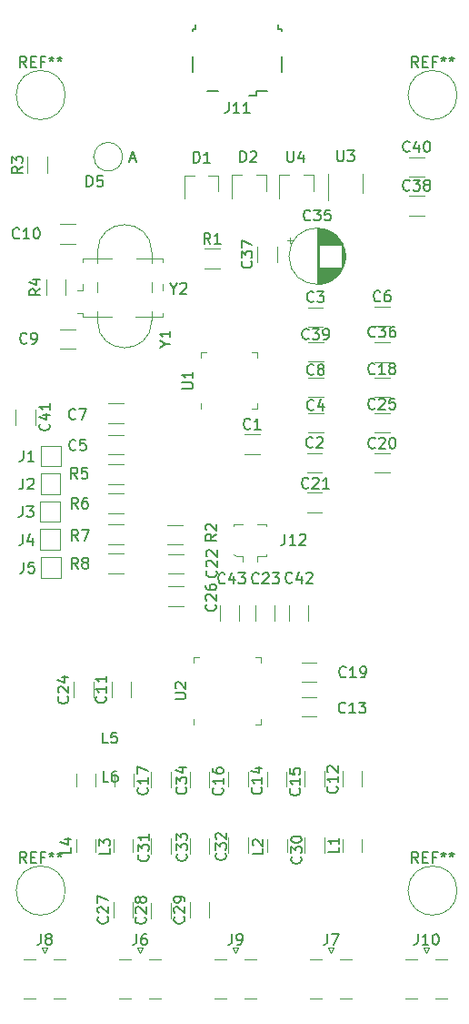
<source format=gbr>
%TF.GenerationSoftware,KiCad,Pcbnew,5.1.8*%
%TF.CreationDate,2020-12-04T12:34:20+08:00*%
%TF.ProjectId,msisdr,6d736973-6472-42e6-9b69-6361645f7063,rev?*%
%TF.SameCoordinates,Original*%
%TF.FileFunction,Legend,Top*%
%TF.FilePolarity,Positive*%
%FSLAX46Y46*%
G04 Gerber Fmt 4.6, Leading zero omitted, Abs format (unit mm)*
G04 Created by KiCad (PCBNEW 5.1.8) date 2020-12-04 12:34:20*
%MOMM*%
%LPD*%
G01*
G04 APERTURE LIST*
%ADD10C,0.120000*%
%ADD11C,0.150000*%
%ADD12R,1.270000X3.600000*%
%ADD13R,1.350000X4.200000*%
%ADD14R,2.100000X1.700000*%
%ADD15C,2.300000*%
%ADD16R,0.800000X0.900000*%
%ADD17R,0.650000X1.060000*%
%ADD18R,4.600000X4.600000*%
%ADD19R,3.700000X3.700000*%
%ADD20O,0.800000X0.800000*%
%ADD21O,1.150000X1.800000*%
%ADD22O,1.450000X2.000000*%
%ADD23R,0.450000X1.300000*%
%ADD24C,1.400000*%
%ADD25O,1.600000X1.600000*%
%ADD26R,1.600000X1.600000*%
%ADD27C,1.600000*%
%ADD28R,1.000000X1.000000*%
%ADD29R,1.050000X2.200000*%
%ADD30C,4.064000*%
G04 APERTURE END LIST*
D10*
%TO.C,J10*%
X153674000Y-129320000D02*
X153924000Y-129820000D01*
X154174000Y-129320000D02*
X153674000Y-129320000D01*
X153924000Y-129820000D02*
X154174000Y-129320000D01*
X151974000Y-134080000D02*
X153084000Y-134080000D01*
X154764000Y-134080000D02*
X155874000Y-134080000D01*
X151974000Y-130370000D02*
X153084000Y-130370000D01*
X154764000Y-130370000D02*
X155874000Y-130370000D01*
%TO.C,J8*%
X118114000Y-129320000D02*
X118364000Y-129820000D01*
X118614000Y-129320000D02*
X118114000Y-129320000D01*
X118364000Y-129820000D02*
X118614000Y-129320000D01*
X116414000Y-134080000D02*
X117524000Y-134080000D01*
X119204000Y-134080000D02*
X120314000Y-134080000D01*
X116414000Y-130370000D02*
X117524000Y-130370000D01*
X119204000Y-130370000D02*
X120314000Y-130370000D01*
%TO.C,Y2*%
X121940000Y-65510000D02*
X121940000Y-65210000D01*
X121940000Y-65210000D02*
X129340000Y-65210000D01*
X129340000Y-65210000D02*
X129340000Y-65510000D01*
X121440000Y-70310000D02*
X121940000Y-70310000D01*
X121940000Y-70310000D02*
X121940000Y-70610000D01*
X121940000Y-70610000D02*
X129340000Y-70610000D01*
X129340000Y-70610000D02*
X129340000Y-70310000D01*
X121440000Y-68210000D02*
X121940000Y-68210000D01*
X121940000Y-68210000D02*
X121940000Y-67610000D01*
X129340000Y-67610000D02*
X129340000Y-68210000D01*
%TO.C,Y1*%
X128334000Y-64586000D02*
G75*
G03*
X123284000Y-64586000I-2525000J0D01*
G01*
X128334000Y-70986000D02*
G75*
G02*
X123284000Y-70986000I-2525000J0D01*
G01*
X123284000Y-70986000D02*
X123284000Y-64586000D01*
X128334000Y-70986000D02*
X128334000Y-64586000D01*
%TO.C,U4*%
X143380000Y-57440000D02*
X142450000Y-57440000D01*
X140220000Y-57440000D02*
X141150000Y-57440000D01*
X140220000Y-57440000D02*
X140220000Y-59600000D01*
X143380000Y-57440000D02*
X143380000Y-58900000D01*
%TO.C,U3*%
X148010000Y-59100000D02*
X148010000Y-57300000D01*
X144790000Y-57300000D02*
X144790000Y-59750000D01*
%TO.C,U2*%
X132249000Y-102791000D02*
X132249000Y-102316000D01*
X132249000Y-102316000D02*
X132724000Y-102316000D01*
X138469000Y-108061000D02*
X138469000Y-108536000D01*
X138469000Y-108536000D02*
X137994000Y-108536000D01*
X138469000Y-102791000D02*
X138469000Y-102316000D01*
X138469000Y-102316000D02*
X137994000Y-102316000D01*
X132249000Y-108061000D02*
X132249000Y-108536000D01*
%TO.C,U1*%
X132919000Y-74431000D02*
X132919000Y-73956000D01*
X132919000Y-73956000D02*
X133394000Y-73956000D01*
X138139000Y-78701000D02*
X138139000Y-79176000D01*
X138139000Y-79176000D02*
X137664000Y-79176000D01*
X138139000Y-74431000D02*
X138139000Y-73956000D01*
X138139000Y-73956000D02*
X137664000Y-73956000D01*
X132919000Y-78701000D02*
X132919000Y-79176000D01*
%TO.C,R8*%
X124262936Y-92640000D02*
X125717064Y-92640000D01*
X124262936Y-94460000D02*
X125717064Y-94460000D01*
%TO.C,R7*%
X124282936Y-89940000D02*
X125737064Y-89940000D01*
X124282936Y-91760000D02*
X125737064Y-91760000D01*
%TO.C,R6*%
X124262936Y-87080000D02*
X125717064Y-87080000D01*
X124262936Y-88900000D02*
X125717064Y-88900000D01*
%TO.C,R5*%
X124242936Y-84350000D02*
X125697064Y-84350000D01*
X124242936Y-86170000D02*
X125697064Y-86170000D01*
%TO.C,R4*%
X120310000Y-67172936D02*
X120310000Y-68627064D01*
X118490000Y-67172936D02*
X118490000Y-68627064D01*
%TO.C,R3*%
X116780000Y-57217064D02*
X116780000Y-55762936D01*
X118600000Y-57217064D02*
X118600000Y-55762936D01*
%TO.C,R2*%
X129772936Y-89990000D02*
X131227064Y-89990000D01*
X129772936Y-91810000D02*
X131227064Y-91810000D01*
%TO.C,R1*%
X133241936Y-64296000D02*
X134696064Y-64296000D01*
X133241936Y-66116000D02*
X134696064Y-66116000D01*
%TO.C,L6*%
X126660000Y-113097936D02*
X126660000Y-114302064D01*
X124840000Y-113097936D02*
X124840000Y-114302064D01*
%TO.C,L5*%
X123110000Y-113097936D02*
X123110000Y-114302064D01*
X121290000Y-113097936D02*
X121290000Y-114302064D01*
%TO.C,L4*%
X123110000Y-119185436D02*
X123110000Y-120389564D01*
X121290000Y-119185436D02*
X121290000Y-120389564D01*
%TO.C,L3*%
X126610000Y-119185436D02*
X126610000Y-120389564D01*
X124790000Y-119185436D02*
X124790000Y-120389564D01*
%TO.C,L2*%
X140936000Y-119201936D02*
X140936000Y-120406064D01*
X139116000Y-119201936D02*
X139116000Y-120406064D01*
%TO.C,L1*%
X147910000Y-119197936D02*
X147910000Y-120402064D01*
X146090000Y-119197936D02*
X146090000Y-120402064D01*
D11*
%TO.C,J11*%
X140450000Y-47850000D02*
X140450000Y-46450000D01*
X140450000Y-44050000D02*
X140450000Y-43900000D01*
X140450000Y-43900000D02*
X140150000Y-43900000D01*
X140150000Y-43900000D02*
X140150000Y-43450000D01*
X132450000Y-43450000D02*
X132450000Y-43900000D01*
X132450000Y-43900000D02*
X132150000Y-43900000D01*
X132150000Y-43900000D02*
X132150000Y-44050000D01*
X132150000Y-46450000D02*
X132150000Y-47850000D01*
X137375000Y-50025000D02*
X138100000Y-50025000D01*
X138100000Y-50025000D02*
X138100000Y-49600000D01*
X138100000Y-49600000D02*
X139100000Y-49600000D01*
X134500000Y-49600000D02*
X133500000Y-49600000D01*
D10*
%TO.C,J9*%
X135894000Y-129320000D02*
X136144000Y-129820000D01*
X136394000Y-129320000D02*
X135894000Y-129320000D01*
X136144000Y-129820000D02*
X136394000Y-129320000D01*
X134194000Y-134080000D02*
X135304000Y-134080000D01*
X136984000Y-134080000D02*
X138094000Y-134080000D01*
X134194000Y-130370000D02*
X135304000Y-130370000D01*
X136984000Y-130370000D02*
X138094000Y-130370000D01*
%TO.C,J7*%
X144784000Y-129320000D02*
X145034000Y-129820000D01*
X145284000Y-129320000D02*
X144784000Y-129320000D01*
X145034000Y-129820000D02*
X145284000Y-129320000D01*
X143084000Y-134080000D02*
X144194000Y-134080000D01*
X145874000Y-134080000D02*
X146984000Y-134080000D01*
X143084000Y-130370000D02*
X144194000Y-130370000D01*
X145874000Y-130370000D02*
X146984000Y-130370000D01*
%TO.C,J6*%
X127004000Y-129320000D02*
X127254000Y-129820000D01*
X127504000Y-129320000D02*
X127004000Y-129320000D01*
X127254000Y-129820000D02*
X127504000Y-129320000D01*
X125304000Y-134080000D02*
X126414000Y-134080000D01*
X128094000Y-134080000D02*
X129204000Y-134080000D01*
X125304000Y-130370000D02*
X126414000Y-130370000D01*
X128094000Y-130370000D02*
X129204000Y-130370000D01*
%TO.C,J5*%
X118029000Y-93016000D02*
X118029000Y-94916000D01*
X118029000Y-94916000D02*
X119879000Y-94916000D01*
X119879000Y-94916000D02*
X119879000Y-93066000D01*
X119879000Y-93066000D02*
X119879000Y-93016000D01*
X119879000Y-93016000D02*
X118029000Y-93016000D01*
%TO.C,J4*%
X117949000Y-90386000D02*
X117949000Y-92286000D01*
X117949000Y-92286000D02*
X119799000Y-92286000D01*
X119799000Y-92286000D02*
X119799000Y-90436000D01*
X119799000Y-90436000D02*
X119799000Y-90386000D01*
X119799000Y-90386000D02*
X117949000Y-90386000D01*
%TO.C,J3*%
X117919000Y-87796000D02*
X117919000Y-89696000D01*
X117919000Y-89696000D02*
X119769000Y-89696000D01*
X119769000Y-89696000D02*
X119769000Y-87846000D01*
X119769000Y-87846000D02*
X119769000Y-87796000D01*
X119769000Y-87796000D02*
X117919000Y-87796000D01*
%TO.C,J2*%
X117979000Y-85206000D02*
X117979000Y-87106000D01*
X117979000Y-87106000D02*
X119829000Y-87106000D01*
X119829000Y-87106000D02*
X119829000Y-85256000D01*
X119829000Y-85256000D02*
X119829000Y-85206000D01*
X119829000Y-85206000D02*
X117979000Y-85206000D01*
%TO.C,J1*%
X117999000Y-82606000D02*
X117999000Y-84506000D01*
X117999000Y-84506000D02*
X119849000Y-84506000D01*
X119849000Y-84506000D02*
X119849000Y-82656000D01*
X119849000Y-82656000D02*
X119849000Y-82606000D01*
X119849000Y-82606000D02*
X117999000Y-82606000D01*
%TO.C,D5*%
X125616371Y-55740000D02*
G75*
G03*
X125616371Y-55740000I-1326371J0D01*
G01*
X122963629Y-55740000D02*
X122850000Y-55740000D01*
%TO.C,D2*%
X138980000Y-57440000D02*
X138050000Y-57440000D01*
X135820000Y-57440000D02*
X136750000Y-57440000D01*
X135820000Y-57440000D02*
X135820000Y-59600000D01*
X138980000Y-57440000D02*
X138980000Y-58900000D01*
%TO.C,D1*%
X134550000Y-57460000D02*
X133620000Y-57460000D01*
X131390000Y-57460000D02*
X132320000Y-57460000D01*
X131390000Y-57460000D02*
X131390000Y-59620000D01*
X134550000Y-57460000D02*
X134550000Y-58920000D01*
%TO.C,C43*%
X136510000Y-97488748D02*
X136510000Y-98911252D01*
X134690000Y-97488748D02*
X134690000Y-98911252D01*
%TO.C,C42*%
X141090000Y-98911252D02*
X141090000Y-97488748D01*
X142910000Y-98911252D02*
X142910000Y-97488748D01*
%TO.C,C41*%
X117470000Y-79238748D02*
X117470000Y-80661252D01*
X115650000Y-79238748D02*
X115650000Y-80661252D01*
%TO.C,C40*%
X152288748Y-55790000D02*
X153711252Y-55790000D01*
X152288748Y-57610000D02*
X153711252Y-57610000D01*
%TO.C,C39*%
X142888748Y-74810000D02*
X144311252Y-74810000D01*
X142888748Y-72990000D02*
X144311252Y-72990000D01*
%TO.C,C38*%
X152288748Y-59390000D02*
X153711252Y-59390000D01*
X152288748Y-61210000D02*
X153711252Y-61210000D01*
%TO.C,C37*%
X138180000Y-65531252D02*
X138180000Y-64108748D01*
X140000000Y-65531252D02*
X140000000Y-64108748D01*
%TO.C,C36*%
X149087748Y-73016000D02*
X150510252Y-73016000D01*
X149087748Y-74836000D02*
X150510252Y-74836000D01*
%TO.C,C35*%
X141194225Y-63261000D02*
X141194225Y-63761000D01*
X140944225Y-63511000D02*
X141444225Y-63511000D01*
X146350000Y-64702000D02*
X146350000Y-65270000D01*
X146310000Y-64468000D02*
X146310000Y-65504000D01*
X146270000Y-64309000D02*
X146270000Y-65663000D01*
X146230000Y-64181000D02*
X146230000Y-65791000D01*
X146190000Y-64071000D02*
X146190000Y-65901000D01*
X146150000Y-63975000D02*
X146150000Y-65997000D01*
X146110000Y-63888000D02*
X146110000Y-66084000D01*
X146070000Y-63808000D02*
X146070000Y-66164000D01*
X146030000Y-66026000D02*
X146030000Y-66237000D01*
X146030000Y-63735000D02*
X146030000Y-63946000D01*
X145990000Y-66026000D02*
X145990000Y-66305000D01*
X145990000Y-63667000D02*
X145990000Y-63946000D01*
X145950000Y-66026000D02*
X145950000Y-66369000D01*
X145950000Y-63603000D02*
X145950000Y-63946000D01*
X145910000Y-66026000D02*
X145910000Y-66429000D01*
X145910000Y-63543000D02*
X145910000Y-63946000D01*
X145870000Y-66026000D02*
X145870000Y-66486000D01*
X145870000Y-63486000D02*
X145870000Y-63946000D01*
X145830000Y-66026000D02*
X145830000Y-66540000D01*
X145830000Y-63432000D02*
X145830000Y-63946000D01*
X145790000Y-66026000D02*
X145790000Y-66591000D01*
X145790000Y-63381000D02*
X145790000Y-63946000D01*
X145750000Y-66026000D02*
X145750000Y-66639000D01*
X145750000Y-63333000D02*
X145750000Y-63946000D01*
X145710000Y-66026000D02*
X145710000Y-66685000D01*
X145710000Y-63287000D02*
X145710000Y-63946000D01*
X145670000Y-66026000D02*
X145670000Y-66729000D01*
X145670000Y-63243000D02*
X145670000Y-63946000D01*
X145630000Y-66026000D02*
X145630000Y-66771000D01*
X145630000Y-63201000D02*
X145630000Y-63946000D01*
X145590000Y-66026000D02*
X145590000Y-66812000D01*
X145590000Y-63160000D02*
X145590000Y-63946000D01*
X145550000Y-66026000D02*
X145550000Y-66850000D01*
X145550000Y-63122000D02*
X145550000Y-63946000D01*
X145510000Y-66026000D02*
X145510000Y-66887000D01*
X145510000Y-63085000D02*
X145510000Y-63946000D01*
X145470000Y-66026000D02*
X145470000Y-66923000D01*
X145470000Y-63049000D02*
X145470000Y-63946000D01*
X145430000Y-66026000D02*
X145430000Y-66957000D01*
X145430000Y-63015000D02*
X145430000Y-63946000D01*
X145390000Y-66026000D02*
X145390000Y-66990000D01*
X145390000Y-62982000D02*
X145390000Y-63946000D01*
X145350000Y-66026000D02*
X145350000Y-67021000D01*
X145350000Y-62951000D02*
X145350000Y-63946000D01*
X145310000Y-66026000D02*
X145310000Y-67051000D01*
X145310000Y-62921000D02*
X145310000Y-63946000D01*
X145270000Y-66026000D02*
X145270000Y-67081000D01*
X145270000Y-62891000D02*
X145270000Y-63946000D01*
X145230000Y-66026000D02*
X145230000Y-67108000D01*
X145230000Y-62864000D02*
X145230000Y-63946000D01*
X145190000Y-66026000D02*
X145190000Y-67135000D01*
X145190000Y-62837000D02*
X145190000Y-63946000D01*
X145150000Y-66026000D02*
X145150000Y-67161000D01*
X145150000Y-62811000D02*
X145150000Y-63946000D01*
X145110000Y-66026000D02*
X145110000Y-67186000D01*
X145110000Y-62786000D02*
X145110000Y-63946000D01*
X145070000Y-66026000D02*
X145070000Y-67210000D01*
X145070000Y-62762000D02*
X145070000Y-63946000D01*
X145030000Y-66026000D02*
X145030000Y-67233000D01*
X145030000Y-62739000D02*
X145030000Y-63946000D01*
X144990000Y-66026000D02*
X144990000Y-67254000D01*
X144990000Y-62718000D02*
X144990000Y-63946000D01*
X144950000Y-66026000D02*
X144950000Y-67276000D01*
X144950000Y-62696000D02*
X144950000Y-63946000D01*
X144910000Y-66026000D02*
X144910000Y-67296000D01*
X144910000Y-62676000D02*
X144910000Y-63946000D01*
X144870000Y-66026000D02*
X144870000Y-67315000D01*
X144870000Y-62657000D02*
X144870000Y-63946000D01*
X144830000Y-66026000D02*
X144830000Y-67334000D01*
X144830000Y-62638000D02*
X144830000Y-63946000D01*
X144790000Y-66026000D02*
X144790000Y-67351000D01*
X144790000Y-62621000D02*
X144790000Y-63946000D01*
X144750000Y-66026000D02*
X144750000Y-67368000D01*
X144750000Y-62604000D02*
X144750000Y-63946000D01*
X144710000Y-66026000D02*
X144710000Y-67384000D01*
X144710000Y-62588000D02*
X144710000Y-63946000D01*
X144670000Y-66026000D02*
X144670000Y-67400000D01*
X144670000Y-62572000D02*
X144670000Y-63946000D01*
X144630000Y-66026000D02*
X144630000Y-67414000D01*
X144630000Y-62558000D02*
X144630000Y-63946000D01*
X144590000Y-66026000D02*
X144590000Y-67428000D01*
X144590000Y-62544000D02*
X144590000Y-63946000D01*
X144550000Y-66026000D02*
X144550000Y-67441000D01*
X144550000Y-62531000D02*
X144550000Y-63946000D01*
X144510000Y-66026000D02*
X144510000Y-67454000D01*
X144510000Y-62518000D02*
X144510000Y-63946000D01*
X144470000Y-66026000D02*
X144470000Y-67466000D01*
X144470000Y-62506000D02*
X144470000Y-63946000D01*
X144429000Y-66026000D02*
X144429000Y-67477000D01*
X144429000Y-62495000D02*
X144429000Y-63946000D01*
X144389000Y-66026000D02*
X144389000Y-67487000D01*
X144389000Y-62485000D02*
X144389000Y-63946000D01*
X144349000Y-66026000D02*
X144349000Y-67497000D01*
X144349000Y-62475000D02*
X144349000Y-63946000D01*
X144309000Y-66026000D02*
X144309000Y-67506000D01*
X144309000Y-62466000D02*
X144309000Y-63946000D01*
X144269000Y-66026000D02*
X144269000Y-67514000D01*
X144269000Y-62458000D02*
X144269000Y-63946000D01*
X144229000Y-66026000D02*
X144229000Y-67522000D01*
X144229000Y-62450000D02*
X144229000Y-63946000D01*
X144189000Y-66026000D02*
X144189000Y-67529000D01*
X144189000Y-62443000D02*
X144189000Y-63946000D01*
X144149000Y-66026000D02*
X144149000Y-67536000D01*
X144149000Y-62436000D02*
X144149000Y-63946000D01*
X144109000Y-66026000D02*
X144109000Y-67542000D01*
X144109000Y-62430000D02*
X144109000Y-63946000D01*
X144069000Y-66026000D02*
X144069000Y-67547000D01*
X144069000Y-62425000D02*
X144069000Y-63946000D01*
X144029000Y-66026000D02*
X144029000Y-67551000D01*
X144029000Y-62421000D02*
X144029000Y-63946000D01*
X143989000Y-66026000D02*
X143989000Y-67555000D01*
X143989000Y-62417000D02*
X143989000Y-63946000D01*
X143949000Y-62413000D02*
X143949000Y-67559000D01*
X143909000Y-62410000D02*
X143909000Y-67562000D01*
X143869000Y-62408000D02*
X143869000Y-67564000D01*
X143829000Y-62407000D02*
X143829000Y-67565000D01*
X143789000Y-62406000D02*
X143789000Y-67566000D01*
X143749000Y-62406000D02*
X143749000Y-67566000D01*
X146369000Y-64986000D02*
G75*
G03*
X146369000Y-64986000I-2620000J0D01*
G01*
%TO.C,C34*%
X133720000Y-112948748D02*
X133720000Y-114371252D01*
X131900000Y-112948748D02*
X131900000Y-114371252D01*
%TO.C,C33*%
X131890000Y-120548752D02*
X131890000Y-119126248D01*
X133710000Y-120548752D02*
X133710000Y-119126248D01*
%TO.C,C32*%
X137310000Y-119088748D02*
X137310000Y-120511252D01*
X135490000Y-119088748D02*
X135490000Y-120511252D01*
%TO.C,C31*%
X128290000Y-120548752D02*
X128290000Y-119126248D01*
X130110000Y-120548752D02*
X130110000Y-119126248D01*
%TO.C,C30*%
X144410000Y-119092748D02*
X144410000Y-120515252D01*
X142590000Y-119092748D02*
X142590000Y-120515252D01*
%TO.C,C29*%
X131890000Y-126511252D02*
X131890000Y-125088748D01*
X133710000Y-126511252D02*
X133710000Y-125088748D01*
%TO.C,C28*%
X128290000Y-126548752D02*
X128290000Y-125126248D01*
X130110000Y-126548752D02*
X130110000Y-125126248D01*
%TO.C,C27*%
X124790000Y-126511252D02*
X124790000Y-125088748D01*
X126610000Y-126511252D02*
X126610000Y-125088748D01*
%TO.C,C26*%
X129888748Y-95690000D02*
X131311252Y-95690000D01*
X129888748Y-97510000D02*
X131311252Y-97510000D01*
%TO.C,C25*%
X150511252Y-81410000D02*
X149088748Y-81410000D01*
X150511252Y-79590000D02*
X149088748Y-79590000D01*
%TO.C,C24*%
X121080760Y-106033972D02*
X121080760Y-104611468D01*
X122900760Y-106033972D02*
X122900760Y-104611468D01*
%TO.C,C23*%
X137990000Y-98911252D02*
X137990000Y-97488748D01*
X139810000Y-98911252D02*
X139810000Y-97488748D01*
%TO.C,C22*%
X129857748Y-92690000D02*
X131280252Y-92690000D01*
X129857748Y-94510000D02*
X131280252Y-94510000D01*
%TO.C,C21*%
X144211252Y-86990000D02*
X142788748Y-86990000D01*
X144211252Y-88810000D02*
X142788748Y-88810000D01*
%TO.C,C20*%
X150511252Y-85110000D02*
X149088748Y-85110000D01*
X150511252Y-83290000D02*
X149088748Y-83290000D01*
%TO.C,C19*%
X143711252Y-104610000D02*
X142288748Y-104610000D01*
X143711252Y-102790000D02*
X142288748Y-102790000D01*
%TO.C,C18*%
X150520252Y-78110000D02*
X149097748Y-78110000D01*
X150520252Y-76290000D02*
X149097748Y-76290000D01*
%TO.C,C17*%
X128290000Y-114411252D02*
X128290000Y-112988748D01*
X130110000Y-114411252D02*
X130110000Y-112988748D01*
%TO.C,C16*%
X135490000Y-114351252D02*
X135490000Y-112928748D01*
X137310000Y-114351252D02*
X137310000Y-112928748D01*
%TO.C,C15*%
X142590000Y-114311252D02*
X142590000Y-112888748D01*
X144410000Y-114311252D02*
X144410000Y-112888748D01*
%TO.C,C14*%
X139090000Y-114348752D02*
X139090000Y-112926248D01*
X140910000Y-114348752D02*
X140910000Y-112926248D01*
%TO.C,C13*%
X143711252Y-107810000D02*
X142288748Y-107810000D01*
X143711252Y-105990000D02*
X142288748Y-105990000D01*
%TO.C,C12*%
X146090000Y-114311252D02*
X146090000Y-112888748D01*
X147910000Y-114311252D02*
X147910000Y-112888748D01*
%TO.C,C11*%
X124596120Y-106013652D02*
X124596120Y-104591148D01*
X126416120Y-106013652D02*
X126416120Y-104591148D01*
%TO.C,C10*%
X119788748Y-61990000D02*
X121211252Y-61990000D01*
X119788748Y-63810000D02*
X121211252Y-63810000D01*
%TO.C,C9*%
X119788748Y-71790000D02*
X121211252Y-71790000D01*
X119788748Y-73610000D02*
X121211252Y-73610000D01*
%TO.C,C8*%
X142888748Y-78110000D02*
X144311252Y-78110000D01*
X142888748Y-76290000D02*
X144311252Y-76290000D01*
%TO.C,C7*%
X125711252Y-80510000D02*
X124288748Y-80510000D01*
X125711252Y-78690000D02*
X124288748Y-78690000D01*
%TO.C,C6*%
X149088748Y-69690000D02*
X150511252Y-69690000D01*
X149088748Y-71510000D02*
X150511252Y-71510000D01*
%TO.C,C5*%
X125711252Y-83410000D02*
X124288748Y-83410000D01*
X125711252Y-81590000D02*
X124288748Y-81590000D01*
%TO.C,C4*%
X142888748Y-81410000D02*
X144311252Y-81410000D01*
X142888748Y-79590000D02*
X144311252Y-79590000D01*
%TO.C,C3*%
X142867748Y-71566000D02*
X144290252Y-71566000D01*
X142867748Y-69746000D02*
X144290252Y-69746000D01*
%TO.C,C2*%
X142788748Y-83290000D02*
X144211252Y-83290000D01*
X142788748Y-85110000D02*
X144211252Y-85110000D01*
%TO.C,C1*%
X136987748Y-81576000D02*
X138410252Y-81576000D01*
X136987748Y-83396000D02*
X138410252Y-83396000D01*
%TO.C,J12*%
X136000000Y-89900000D02*
X136800000Y-89900000D01*
X136000000Y-90100000D02*
X136000000Y-89900000D01*
X139000000Y-89900000D02*
X139000000Y-90100000D01*
X138200000Y-89900000D02*
X139000000Y-89900000D01*
X139000000Y-92900000D02*
X138200000Y-92900000D01*
X139000000Y-92700000D02*
X139000000Y-92900000D01*
X136200000Y-92900000D02*
X136000000Y-92700000D01*
X136800000Y-92900000D02*
X136200000Y-92900000D01*
X136800000Y-92900000D02*
X136800000Y-93400000D01*
X138200000Y-92900000D02*
X138200000Y-93400000D01*
%TO.C,REF\u002A\u002A*%
X156786000Y-124000000D02*
G75*
G03*
X156786000Y-124000000I-2286000J0D01*
G01*
X120286000Y-124000000D02*
G75*
G03*
X120286000Y-124000000I-2286000J0D01*
G01*
X156786000Y-50000000D02*
G75*
G03*
X156786000Y-50000000I-2286000J0D01*
G01*
X120286000Y-50000000D02*
G75*
G03*
X120286000Y-50000000I-2286000J0D01*
G01*
%TO.C,J10*%
D11*
X153114476Y-128032380D02*
X153114476Y-128746666D01*
X153066857Y-128889523D01*
X152971619Y-128984761D01*
X152828761Y-129032380D01*
X152733523Y-129032380D01*
X154114476Y-129032380D02*
X153543047Y-129032380D01*
X153828761Y-129032380D02*
X153828761Y-128032380D01*
X153733523Y-128175238D01*
X153638285Y-128270476D01*
X153543047Y-128318095D01*
X154733523Y-128032380D02*
X154828761Y-128032380D01*
X154924000Y-128080000D01*
X154971619Y-128127619D01*
X155019238Y-128222857D01*
X155066857Y-128413333D01*
X155066857Y-128651428D01*
X155019238Y-128841904D01*
X154971619Y-128937142D01*
X154924000Y-128984761D01*
X154828761Y-129032380D01*
X154733523Y-129032380D01*
X154638285Y-128984761D01*
X154590666Y-128937142D01*
X154543047Y-128841904D01*
X154495428Y-128651428D01*
X154495428Y-128413333D01*
X154543047Y-128222857D01*
X154590666Y-128127619D01*
X154638285Y-128080000D01*
X154733523Y-128032380D01*
%TO.C,J8*%
X118030666Y-128032380D02*
X118030666Y-128746666D01*
X117983047Y-128889523D01*
X117887809Y-128984761D01*
X117744952Y-129032380D01*
X117649714Y-129032380D01*
X118649714Y-128460952D02*
X118554476Y-128413333D01*
X118506857Y-128365714D01*
X118459238Y-128270476D01*
X118459238Y-128222857D01*
X118506857Y-128127619D01*
X118554476Y-128080000D01*
X118649714Y-128032380D01*
X118840190Y-128032380D01*
X118935428Y-128080000D01*
X118983047Y-128127619D01*
X119030666Y-128222857D01*
X119030666Y-128270476D01*
X118983047Y-128365714D01*
X118935428Y-128413333D01*
X118840190Y-128460952D01*
X118649714Y-128460952D01*
X118554476Y-128508571D01*
X118506857Y-128556190D01*
X118459238Y-128651428D01*
X118459238Y-128841904D01*
X118506857Y-128937142D01*
X118554476Y-128984761D01*
X118649714Y-129032380D01*
X118840190Y-129032380D01*
X118935428Y-128984761D01*
X118983047Y-128937142D01*
X119030666Y-128841904D01*
X119030666Y-128651428D01*
X118983047Y-128556190D01*
X118935428Y-128508571D01*
X118840190Y-128460952D01*
%TO.C,Y2*%
X130384609Y-67997390D02*
X130384609Y-68473580D01*
X130051276Y-67473580D02*
X130384609Y-67997390D01*
X130717942Y-67473580D01*
X131003657Y-67568819D02*
X131051276Y-67521200D01*
X131146514Y-67473580D01*
X131384609Y-67473580D01*
X131479847Y-67521200D01*
X131527466Y-67568819D01*
X131575085Y-67664057D01*
X131575085Y-67759295D01*
X131527466Y-67902152D01*
X130956038Y-68473580D01*
X131575085Y-68473580D01*
%TO.C,Y1*%
X129592390Y-73145590D02*
X130068580Y-73145590D01*
X129068580Y-73478923D02*
X129592390Y-73145590D01*
X129068580Y-72812257D01*
X130068580Y-71955114D02*
X130068580Y-72526542D01*
X130068580Y-72240828D02*
X129068580Y-72240828D01*
X129211438Y-72336066D01*
X129306676Y-72431304D01*
X129354295Y-72526542D01*
%TO.C,U4*%
X140970095Y-55230780D02*
X140970095Y-56040304D01*
X141017714Y-56135542D01*
X141065333Y-56183161D01*
X141160571Y-56230780D01*
X141351047Y-56230780D01*
X141446285Y-56183161D01*
X141493904Y-56135542D01*
X141541523Y-56040304D01*
X141541523Y-55230780D01*
X142446285Y-55564114D02*
X142446285Y-56230780D01*
X142208190Y-55183161D02*
X141970095Y-55897447D01*
X142589142Y-55897447D01*
%TO.C,U3*%
X145618295Y-55154580D02*
X145618295Y-55964104D01*
X145665914Y-56059342D01*
X145713533Y-56106961D01*
X145808771Y-56154580D01*
X145999247Y-56154580D01*
X146094485Y-56106961D01*
X146142104Y-56059342D01*
X146189723Y-55964104D01*
X146189723Y-55154580D01*
X146570676Y-55154580D02*
X147189723Y-55154580D01*
X146856390Y-55535533D01*
X146999247Y-55535533D01*
X147094485Y-55583152D01*
X147142104Y-55630771D01*
X147189723Y-55726009D01*
X147189723Y-55964104D01*
X147142104Y-56059342D01*
X147094485Y-56106961D01*
X146999247Y-56154580D01*
X146713533Y-56154580D01*
X146618295Y-56106961D01*
X146570676Y-56059342D01*
%TO.C,U2*%
X130511380Y-106187904D02*
X131320904Y-106187904D01*
X131416142Y-106140285D01*
X131463761Y-106092666D01*
X131511380Y-105997428D01*
X131511380Y-105806952D01*
X131463761Y-105711714D01*
X131416142Y-105664095D01*
X131320904Y-105616476D01*
X130511380Y-105616476D01*
X130606619Y-105187904D02*
X130559000Y-105140285D01*
X130511380Y-105045047D01*
X130511380Y-104806952D01*
X130559000Y-104711714D01*
X130606619Y-104664095D01*
X130701857Y-104616476D01*
X130797095Y-104616476D01*
X130939952Y-104664095D01*
X131511380Y-105235523D01*
X131511380Y-104616476D01*
%TO.C,U1*%
X131181380Y-77327904D02*
X131990904Y-77327904D01*
X132086142Y-77280285D01*
X132133761Y-77232666D01*
X132181380Y-77137428D01*
X132181380Y-76946952D01*
X132133761Y-76851714D01*
X132086142Y-76804095D01*
X131990904Y-76756476D01*
X131181380Y-76756476D01*
X132181380Y-75756476D02*
X132181380Y-76327904D01*
X132181380Y-76042190D02*
X131181380Y-76042190D01*
X131324238Y-76137428D01*
X131419476Y-76232666D01*
X131467095Y-76327904D01*
%TO.C,R8*%
X121473933Y-94051380D02*
X121140600Y-93575190D01*
X120902504Y-94051380D02*
X120902504Y-93051380D01*
X121283457Y-93051380D01*
X121378695Y-93099000D01*
X121426314Y-93146619D01*
X121473933Y-93241857D01*
X121473933Y-93384714D01*
X121426314Y-93479952D01*
X121378695Y-93527571D01*
X121283457Y-93575190D01*
X120902504Y-93575190D01*
X122045361Y-93479952D02*
X121950123Y-93432333D01*
X121902504Y-93384714D01*
X121854885Y-93289476D01*
X121854885Y-93241857D01*
X121902504Y-93146619D01*
X121950123Y-93099000D01*
X122045361Y-93051380D01*
X122235838Y-93051380D01*
X122331076Y-93099000D01*
X122378695Y-93146619D01*
X122426314Y-93241857D01*
X122426314Y-93289476D01*
X122378695Y-93384714D01*
X122331076Y-93432333D01*
X122235838Y-93479952D01*
X122045361Y-93479952D01*
X121950123Y-93527571D01*
X121902504Y-93575190D01*
X121854885Y-93670428D01*
X121854885Y-93860904D01*
X121902504Y-93956142D01*
X121950123Y-94003761D01*
X122045361Y-94051380D01*
X122235838Y-94051380D01*
X122331076Y-94003761D01*
X122378695Y-93956142D01*
X122426314Y-93860904D01*
X122426314Y-93670428D01*
X122378695Y-93575190D01*
X122331076Y-93527571D01*
X122235838Y-93479952D01*
%TO.C,R7*%
X121473933Y-91460580D02*
X121140600Y-90984390D01*
X120902504Y-91460580D02*
X120902504Y-90460580D01*
X121283457Y-90460580D01*
X121378695Y-90508200D01*
X121426314Y-90555819D01*
X121473933Y-90651057D01*
X121473933Y-90793914D01*
X121426314Y-90889152D01*
X121378695Y-90936771D01*
X121283457Y-90984390D01*
X120902504Y-90984390D01*
X121807266Y-90460580D02*
X122473933Y-90460580D01*
X122045361Y-91460580D01*
%TO.C,R6*%
X121448533Y-88463380D02*
X121115200Y-87987190D01*
X120877104Y-88463380D02*
X120877104Y-87463380D01*
X121258057Y-87463380D01*
X121353295Y-87511000D01*
X121400914Y-87558619D01*
X121448533Y-87653857D01*
X121448533Y-87796714D01*
X121400914Y-87891952D01*
X121353295Y-87939571D01*
X121258057Y-87987190D01*
X120877104Y-87987190D01*
X122305676Y-87463380D02*
X122115200Y-87463380D01*
X122019961Y-87511000D01*
X121972342Y-87558619D01*
X121877104Y-87701476D01*
X121829485Y-87891952D01*
X121829485Y-88272904D01*
X121877104Y-88368142D01*
X121924723Y-88415761D01*
X122019961Y-88463380D01*
X122210438Y-88463380D01*
X122305676Y-88415761D01*
X122353295Y-88368142D01*
X122400914Y-88272904D01*
X122400914Y-88034809D01*
X122353295Y-87939571D01*
X122305676Y-87891952D01*
X122210438Y-87844333D01*
X122019961Y-87844333D01*
X121924723Y-87891952D01*
X121877104Y-87939571D01*
X121829485Y-88034809D01*
%TO.C,R5*%
X121423133Y-85669380D02*
X121089800Y-85193190D01*
X120851704Y-85669380D02*
X120851704Y-84669380D01*
X121232657Y-84669380D01*
X121327895Y-84717000D01*
X121375514Y-84764619D01*
X121423133Y-84859857D01*
X121423133Y-85002714D01*
X121375514Y-85097952D01*
X121327895Y-85145571D01*
X121232657Y-85193190D01*
X120851704Y-85193190D01*
X122327895Y-84669380D02*
X121851704Y-84669380D01*
X121804085Y-85145571D01*
X121851704Y-85097952D01*
X121946942Y-85050333D01*
X122185038Y-85050333D01*
X122280276Y-85097952D01*
X122327895Y-85145571D01*
X122375514Y-85240809D01*
X122375514Y-85478904D01*
X122327895Y-85574142D01*
X122280276Y-85621761D01*
X122185038Y-85669380D01*
X121946942Y-85669380D01*
X121851704Y-85621761D01*
X121804085Y-85574142D01*
%TO.C,R4*%
X117952780Y-68035466D02*
X117476590Y-68368800D01*
X117952780Y-68606895D02*
X116952780Y-68606895D01*
X116952780Y-68225942D01*
X117000400Y-68130704D01*
X117048019Y-68083085D01*
X117143257Y-68035466D01*
X117286114Y-68035466D01*
X117381352Y-68083085D01*
X117428971Y-68130704D01*
X117476590Y-68225942D01*
X117476590Y-68606895D01*
X117286114Y-67178323D02*
X117952780Y-67178323D01*
X116905161Y-67416419D02*
X117619447Y-67654514D01*
X117619447Y-67035466D01*
%TO.C,R3*%
X116322380Y-56656666D02*
X115846190Y-56990000D01*
X116322380Y-57228095D02*
X115322380Y-57228095D01*
X115322380Y-56847142D01*
X115370000Y-56751904D01*
X115417619Y-56704285D01*
X115512857Y-56656666D01*
X115655714Y-56656666D01*
X115750952Y-56704285D01*
X115798571Y-56751904D01*
X115846190Y-56847142D01*
X115846190Y-57228095D01*
X115322380Y-56323333D02*
X115322380Y-55704285D01*
X115703333Y-56037619D01*
X115703333Y-55894761D01*
X115750952Y-55799523D01*
X115798571Y-55751904D01*
X115893809Y-55704285D01*
X116131904Y-55704285D01*
X116227142Y-55751904D01*
X116274761Y-55799523D01*
X116322380Y-55894761D01*
X116322380Y-56180476D01*
X116274761Y-56275714D01*
X116227142Y-56323333D01*
%TO.C,R2*%
X134361180Y-90844666D02*
X133884990Y-91178000D01*
X134361180Y-91416095D02*
X133361180Y-91416095D01*
X133361180Y-91035142D01*
X133408800Y-90939904D01*
X133456419Y-90892285D01*
X133551657Y-90844666D01*
X133694514Y-90844666D01*
X133789752Y-90892285D01*
X133837371Y-90939904D01*
X133884990Y-91035142D01*
X133884990Y-91416095D01*
X133456419Y-90463714D02*
X133408800Y-90416095D01*
X133361180Y-90320857D01*
X133361180Y-90082761D01*
X133408800Y-89987523D01*
X133456419Y-89939904D01*
X133551657Y-89892285D01*
X133646895Y-89892285D01*
X133789752Y-89939904D01*
X134361180Y-90511333D01*
X134361180Y-89892285D01*
%TO.C,R1*%
X133802333Y-63838380D02*
X133469000Y-63362190D01*
X133230904Y-63838380D02*
X133230904Y-62838380D01*
X133611857Y-62838380D01*
X133707095Y-62886000D01*
X133754714Y-62933619D01*
X133802333Y-63028857D01*
X133802333Y-63171714D01*
X133754714Y-63266952D01*
X133707095Y-63314571D01*
X133611857Y-63362190D01*
X133230904Y-63362190D01*
X134754714Y-63838380D02*
X134183285Y-63838380D01*
X134469000Y-63838380D02*
X134469000Y-62838380D01*
X134373761Y-62981238D01*
X134278523Y-63076476D01*
X134183285Y-63124095D01*
%TO.C,L6*%
X124318733Y-113888780D02*
X123842542Y-113888780D01*
X123842542Y-112888780D01*
X125080638Y-112888780D02*
X124890161Y-112888780D01*
X124794923Y-112936400D01*
X124747304Y-112984019D01*
X124652066Y-113126876D01*
X124604447Y-113317352D01*
X124604447Y-113698304D01*
X124652066Y-113793542D01*
X124699685Y-113841161D01*
X124794923Y-113888780D01*
X124985400Y-113888780D01*
X125080638Y-113841161D01*
X125128257Y-113793542D01*
X125175876Y-113698304D01*
X125175876Y-113460209D01*
X125128257Y-113364971D01*
X125080638Y-113317352D01*
X124985400Y-113269733D01*
X124794923Y-113269733D01*
X124699685Y-113317352D01*
X124652066Y-113364971D01*
X124604447Y-113460209D01*
%TO.C,L5*%
X124267933Y-110281980D02*
X123791742Y-110281980D01*
X123791742Y-109281980D01*
X125077457Y-109281980D02*
X124601266Y-109281980D01*
X124553647Y-109758171D01*
X124601266Y-109710552D01*
X124696504Y-109662933D01*
X124934600Y-109662933D01*
X125029838Y-109710552D01*
X125077457Y-109758171D01*
X125125076Y-109853409D01*
X125125076Y-110091504D01*
X125077457Y-110186742D01*
X125029838Y-110234361D01*
X124934600Y-110281980D01*
X124696504Y-110281980D01*
X124601266Y-110234361D01*
X124553647Y-110186742D01*
%TO.C,L4*%
X120848380Y-119978466D02*
X120848380Y-120454657D01*
X119848380Y-120454657D01*
X120181714Y-119216561D02*
X120848380Y-119216561D01*
X119800761Y-119454657D02*
X120515047Y-119692752D01*
X120515047Y-119073704D01*
%TO.C,L3*%
X124455180Y-120080066D02*
X124455180Y-120556257D01*
X123455180Y-120556257D01*
X123455180Y-119841971D02*
X123455180Y-119222923D01*
X123836133Y-119556257D01*
X123836133Y-119413400D01*
X123883752Y-119318161D01*
X123931371Y-119270542D01*
X124026609Y-119222923D01*
X124264704Y-119222923D01*
X124359942Y-119270542D01*
X124407561Y-119318161D01*
X124455180Y-119413400D01*
X124455180Y-119699114D01*
X124407561Y-119794352D01*
X124359942Y-119841971D01*
%TO.C,L2*%
X138704580Y-120105466D02*
X138704580Y-120581657D01*
X137704580Y-120581657D01*
X137799819Y-119819752D02*
X137752200Y-119772133D01*
X137704580Y-119676895D01*
X137704580Y-119438800D01*
X137752200Y-119343561D01*
X137799819Y-119295942D01*
X137895057Y-119248323D01*
X137990295Y-119248323D01*
X138133152Y-119295942D01*
X138704580Y-119867371D01*
X138704580Y-119248323D01*
%TO.C,L1*%
X145765780Y-119953066D02*
X145765780Y-120429257D01*
X144765780Y-120429257D01*
X145765780Y-119095923D02*
X145765780Y-119667352D01*
X145765780Y-119381638D02*
X144765780Y-119381638D01*
X144908638Y-119476876D01*
X145003876Y-119572114D01*
X145051495Y-119667352D01*
%TO.C,J11*%
X135512276Y-50658780D02*
X135512276Y-51373066D01*
X135464657Y-51515923D01*
X135369419Y-51611161D01*
X135226561Y-51658780D01*
X135131323Y-51658780D01*
X136512276Y-51658780D02*
X135940847Y-51658780D01*
X136226561Y-51658780D02*
X136226561Y-50658780D01*
X136131323Y-50801638D01*
X136036085Y-50896876D01*
X135940847Y-50944495D01*
X137464657Y-51658780D02*
X136893228Y-51658780D01*
X137178942Y-51658780D02*
X137178942Y-50658780D01*
X137083704Y-50801638D01*
X136988466Y-50896876D01*
X136893228Y-50944495D01*
%TO.C,J9*%
X135810666Y-128032380D02*
X135810666Y-128746666D01*
X135763047Y-128889523D01*
X135667809Y-128984761D01*
X135524952Y-129032380D01*
X135429714Y-129032380D01*
X136334476Y-129032380D02*
X136524952Y-129032380D01*
X136620190Y-128984761D01*
X136667809Y-128937142D01*
X136763047Y-128794285D01*
X136810666Y-128603809D01*
X136810666Y-128222857D01*
X136763047Y-128127619D01*
X136715428Y-128080000D01*
X136620190Y-128032380D01*
X136429714Y-128032380D01*
X136334476Y-128080000D01*
X136286857Y-128127619D01*
X136239238Y-128222857D01*
X136239238Y-128460952D01*
X136286857Y-128556190D01*
X136334476Y-128603809D01*
X136429714Y-128651428D01*
X136620190Y-128651428D01*
X136715428Y-128603809D01*
X136763047Y-128556190D01*
X136810666Y-128460952D01*
%TO.C,J7*%
X144700666Y-128032380D02*
X144700666Y-128746666D01*
X144653047Y-128889523D01*
X144557809Y-128984761D01*
X144414952Y-129032380D01*
X144319714Y-129032380D01*
X145081619Y-128032380D02*
X145748285Y-128032380D01*
X145319714Y-129032380D01*
%TO.C,J6*%
X126920666Y-128032380D02*
X126920666Y-128746666D01*
X126873047Y-128889523D01*
X126777809Y-128984761D01*
X126634952Y-129032380D01*
X126539714Y-129032380D01*
X127825428Y-128032380D02*
X127634952Y-128032380D01*
X127539714Y-128080000D01*
X127492095Y-128127619D01*
X127396857Y-128270476D01*
X127349238Y-128460952D01*
X127349238Y-128841904D01*
X127396857Y-128937142D01*
X127444476Y-128984761D01*
X127539714Y-129032380D01*
X127730190Y-129032380D01*
X127825428Y-128984761D01*
X127873047Y-128937142D01*
X127920666Y-128841904D01*
X127920666Y-128603809D01*
X127873047Y-128508571D01*
X127825428Y-128460952D01*
X127730190Y-128413333D01*
X127539714Y-128413333D01*
X127444476Y-128460952D01*
X127396857Y-128508571D01*
X127349238Y-128603809D01*
%TO.C,J5*%
X116410466Y-93465780D02*
X116410466Y-94180066D01*
X116362847Y-94322923D01*
X116267609Y-94418161D01*
X116124752Y-94465780D01*
X116029514Y-94465780D01*
X117362847Y-93465780D02*
X116886657Y-93465780D01*
X116839038Y-93941971D01*
X116886657Y-93894352D01*
X116981895Y-93846733D01*
X117219990Y-93846733D01*
X117315228Y-93894352D01*
X117362847Y-93941971D01*
X117410466Y-94037209D01*
X117410466Y-94275304D01*
X117362847Y-94370542D01*
X117315228Y-94418161D01*
X117219990Y-94465780D01*
X116981895Y-94465780D01*
X116886657Y-94418161D01*
X116839038Y-94370542D01*
%TO.C,J4*%
X116330466Y-90835780D02*
X116330466Y-91550066D01*
X116282847Y-91692923D01*
X116187609Y-91788161D01*
X116044752Y-91835780D01*
X115949514Y-91835780D01*
X117235228Y-91169114D02*
X117235228Y-91835780D01*
X116997133Y-90788161D02*
X116759038Y-91502447D01*
X117378085Y-91502447D01*
%TO.C,J3*%
X116300466Y-88245780D02*
X116300466Y-88960066D01*
X116252847Y-89102923D01*
X116157609Y-89198161D01*
X116014752Y-89245780D01*
X115919514Y-89245780D01*
X116681419Y-88245780D02*
X117300466Y-88245780D01*
X116967133Y-88626733D01*
X117109990Y-88626733D01*
X117205228Y-88674352D01*
X117252847Y-88721971D01*
X117300466Y-88817209D01*
X117300466Y-89055304D01*
X117252847Y-89150542D01*
X117205228Y-89198161D01*
X117109990Y-89245780D01*
X116824276Y-89245780D01*
X116729038Y-89198161D01*
X116681419Y-89150542D01*
%TO.C,J2*%
X116360466Y-85655780D02*
X116360466Y-86370066D01*
X116312847Y-86512923D01*
X116217609Y-86608161D01*
X116074752Y-86655780D01*
X115979514Y-86655780D01*
X116789038Y-85751019D02*
X116836657Y-85703400D01*
X116931895Y-85655780D01*
X117169990Y-85655780D01*
X117265228Y-85703400D01*
X117312847Y-85751019D01*
X117360466Y-85846257D01*
X117360466Y-85941495D01*
X117312847Y-86084352D01*
X116741419Y-86655780D01*
X117360466Y-86655780D01*
%TO.C,J1*%
X116380466Y-83055780D02*
X116380466Y-83770066D01*
X116332847Y-83912923D01*
X116237609Y-84008161D01*
X116094752Y-84055780D01*
X115999514Y-84055780D01*
X117380466Y-84055780D02*
X116809038Y-84055780D01*
X117094752Y-84055780D02*
X117094752Y-83055780D01*
X116999514Y-83198638D01*
X116904276Y-83293876D01*
X116809038Y-83341495D01*
%TO.C,D5*%
X122281904Y-58518751D02*
X122281904Y-57518751D01*
X122520000Y-57518751D01*
X122662857Y-57566371D01*
X122758095Y-57661609D01*
X122805714Y-57756847D01*
X122853333Y-57947323D01*
X122853333Y-58090180D01*
X122805714Y-58280656D01*
X122758095Y-58375894D01*
X122662857Y-58471132D01*
X122520000Y-58518751D01*
X122281904Y-58518751D01*
X123758095Y-57518751D02*
X123281904Y-57518751D01*
X123234285Y-57994942D01*
X123281904Y-57947323D01*
X123377142Y-57899704D01*
X123615238Y-57899704D01*
X123710476Y-57947323D01*
X123758095Y-57994942D01*
X123805714Y-58090180D01*
X123805714Y-58328275D01*
X123758095Y-58423513D01*
X123710476Y-58471132D01*
X123615238Y-58518751D01*
X123377142Y-58518751D01*
X123281904Y-58471132D01*
X123234285Y-58423513D01*
X126330104Y-55919666D02*
X126806295Y-55919666D01*
X126234866Y-56205380D02*
X126568200Y-55205380D01*
X126901533Y-56205380D01*
%TO.C,D2*%
X136599704Y-56230780D02*
X136599704Y-55230780D01*
X136837800Y-55230780D01*
X136980657Y-55278400D01*
X137075895Y-55373638D01*
X137123514Y-55468876D01*
X137171133Y-55659352D01*
X137171133Y-55802209D01*
X137123514Y-55992685D01*
X137075895Y-56087923D01*
X136980657Y-56183161D01*
X136837800Y-56230780D01*
X136599704Y-56230780D01*
X137552085Y-55326019D02*
X137599704Y-55278400D01*
X137694942Y-55230780D01*
X137933038Y-55230780D01*
X138028276Y-55278400D01*
X138075895Y-55326019D01*
X138123514Y-55421257D01*
X138123514Y-55516495D01*
X138075895Y-55659352D01*
X137504466Y-56230780D01*
X138123514Y-56230780D01*
%TO.C,D1*%
X132256304Y-56281580D02*
X132256304Y-55281580D01*
X132494400Y-55281580D01*
X132637257Y-55329200D01*
X132732495Y-55424438D01*
X132780114Y-55519676D01*
X132827733Y-55710152D01*
X132827733Y-55853009D01*
X132780114Y-56043485D01*
X132732495Y-56138723D01*
X132637257Y-56233961D01*
X132494400Y-56281580D01*
X132256304Y-56281580D01*
X133780114Y-56281580D02*
X133208685Y-56281580D01*
X133494400Y-56281580D02*
X133494400Y-55281580D01*
X133399161Y-55424438D01*
X133303923Y-55519676D01*
X133208685Y-55567295D01*
%TO.C,C43*%
X135145542Y-95353142D02*
X135097923Y-95400761D01*
X134955066Y-95448380D01*
X134859828Y-95448380D01*
X134716971Y-95400761D01*
X134621733Y-95305523D01*
X134574114Y-95210285D01*
X134526495Y-95019809D01*
X134526495Y-94876952D01*
X134574114Y-94686476D01*
X134621733Y-94591238D01*
X134716971Y-94496000D01*
X134859828Y-94448380D01*
X134955066Y-94448380D01*
X135097923Y-94496000D01*
X135145542Y-94543619D01*
X136002685Y-94781714D02*
X136002685Y-95448380D01*
X135764590Y-94400761D02*
X135526495Y-95115047D01*
X136145542Y-95115047D01*
X136431257Y-94448380D02*
X137050304Y-94448380D01*
X136716971Y-94829333D01*
X136859828Y-94829333D01*
X136955066Y-94876952D01*
X137002685Y-94924571D01*
X137050304Y-95019809D01*
X137050304Y-95257904D01*
X137002685Y-95353142D01*
X136955066Y-95400761D01*
X136859828Y-95448380D01*
X136574114Y-95448380D01*
X136478876Y-95400761D01*
X136431257Y-95353142D01*
%TO.C,C42*%
X141419342Y-95302342D02*
X141371723Y-95349961D01*
X141228866Y-95397580D01*
X141133628Y-95397580D01*
X140990771Y-95349961D01*
X140895533Y-95254723D01*
X140847914Y-95159485D01*
X140800295Y-94969009D01*
X140800295Y-94826152D01*
X140847914Y-94635676D01*
X140895533Y-94540438D01*
X140990771Y-94445200D01*
X141133628Y-94397580D01*
X141228866Y-94397580D01*
X141371723Y-94445200D01*
X141419342Y-94492819D01*
X142276485Y-94730914D02*
X142276485Y-95397580D01*
X142038390Y-94349961D02*
X141800295Y-95064247D01*
X142419342Y-95064247D01*
X142752676Y-94492819D02*
X142800295Y-94445200D01*
X142895533Y-94397580D01*
X143133628Y-94397580D01*
X143228866Y-94445200D01*
X143276485Y-94492819D01*
X143324104Y-94588057D01*
X143324104Y-94683295D01*
X143276485Y-94826152D01*
X142705057Y-95397580D01*
X143324104Y-95397580D01*
%TO.C,C41*%
X118767142Y-80592857D02*
X118814761Y-80640476D01*
X118862380Y-80783333D01*
X118862380Y-80878571D01*
X118814761Y-81021428D01*
X118719523Y-81116666D01*
X118624285Y-81164285D01*
X118433809Y-81211904D01*
X118290952Y-81211904D01*
X118100476Y-81164285D01*
X118005238Y-81116666D01*
X117910000Y-81021428D01*
X117862380Y-80878571D01*
X117862380Y-80783333D01*
X117910000Y-80640476D01*
X117957619Y-80592857D01*
X118195714Y-79735714D02*
X118862380Y-79735714D01*
X117814761Y-79973809D02*
X118529047Y-80211904D01*
X118529047Y-79592857D01*
X118862380Y-78688095D02*
X118862380Y-79259523D01*
X118862380Y-78973809D02*
X117862380Y-78973809D01*
X118005238Y-79069047D01*
X118100476Y-79164285D01*
X118148095Y-79259523D01*
%TO.C,C40*%
X152357142Y-55207142D02*
X152309523Y-55254761D01*
X152166666Y-55302380D01*
X152071428Y-55302380D01*
X151928571Y-55254761D01*
X151833333Y-55159523D01*
X151785714Y-55064285D01*
X151738095Y-54873809D01*
X151738095Y-54730952D01*
X151785714Y-54540476D01*
X151833333Y-54445238D01*
X151928571Y-54350000D01*
X152071428Y-54302380D01*
X152166666Y-54302380D01*
X152309523Y-54350000D01*
X152357142Y-54397619D01*
X153214285Y-54635714D02*
X153214285Y-55302380D01*
X152976190Y-54254761D02*
X152738095Y-54969047D01*
X153357142Y-54969047D01*
X153928571Y-54302380D02*
X154023809Y-54302380D01*
X154119047Y-54350000D01*
X154166666Y-54397619D01*
X154214285Y-54492857D01*
X154261904Y-54683333D01*
X154261904Y-54921428D01*
X154214285Y-55111904D01*
X154166666Y-55207142D01*
X154119047Y-55254761D01*
X154023809Y-55302380D01*
X153928571Y-55302380D01*
X153833333Y-55254761D01*
X153785714Y-55207142D01*
X153738095Y-55111904D01*
X153690476Y-54921428D01*
X153690476Y-54683333D01*
X153738095Y-54492857D01*
X153785714Y-54397619D01*
X153833333Y-54350000D01*
X153928571Y-54302380D01*
%TO.C,C39*%
X142957142Y-72635742D02*
X142909523Y-72683361D01*
X142766666Y-72730980D01*
X142671428Y-72730980D01*
X142528571Y-72683361D01*
X142433333Y-72588123D01*
X142385714Y-72492885D01*
X142338095Y-72302409D01*
X142338095Y-72159552D01*
X142385714Y-71969076D01*
X142433333Y-71873838D01*
X142528571Y-71778600D01*
X142671428Y-71730980D01*
X142766666Y-71730980D01*
X142909523Y-71778600D01*
X142957142Y-71826219D01*
X143290476Y-71730980D02*
X143909523Y-71730980D01*
X143576190Y-72111933D01*
X143719047Y-72111933D01*
X143814285Y-72159552D01*
X143861904Y-72207171D01*
X143909523Y-72302409D01*
X143909523Y-72540504D01*
X143861904Y-72635742D01*
X143814285Y-72683361D01*
X143719047Y-72730980D01*
X143433333Y-72730980D01*
X143338095Y-72683361D01*
X143290476Y-72635742D01*
X144385714Y-72730980D02*
X144576190Y-72730980D01*
X144671428Y-72683361D01*
X144719047Y-72635742D01*
X144814285Y-72492885D01*
X144861904Y-72302409D01*
X144861904Y-71921457D01*
X144814285Y-71826219D01*
X144766666Y-71778600D01*
X144671428Y-71730980D01*
X144480952Y-71730980D01*
X144385714Y-71778600D01*
X144338095Y-71826219D01*
X144290476Y-71921457D01*
X144290476Y-72159552D01*
X144338095Y-72254790D01*
X144385714Y-72302409D01*
X144480952Y-72350028D01*
X144671428Y-72350028D01*
X144766666Y-72302409D01*
X144814285Y-72254790D01*
X144861904Y-72159552D01*
%TO.C,C38*%
X152357142Y-58807142D02*
X152309523Y-58854761D01*
X152166666Y-58902380D01*
X152071428Y-58902380D01*
X151928571Y-58854761D01*
X151833333Y-58759523D01*
X151785714Y-58664285D01*
X151738095Y-58473809D01*
X151738095Y-58330952D01*
X151785714Y-58140476D01*
X151833333Y-58045238D01*
X151928571Y-57950000D01*
X152071428Y-57902380D01*
X152166666Y-57902380D01*
X152309523Y-57950000D01*
X152357142Y-57997619D01*
X152690476Y-57902380D02*
X153309523Y-57902380D01*
X152976190Y-58283333D01*
X153119047Y-58283333D01*
X153214285Y-58330952D01*
X153261904Y-58378571D01*
X153309523Y-58473809D01*
X153309523Y-58711904D01*
X153261904Y-58807142D01*
X153214285Y-58854761D01*
X153119047Y-58902380D01*
X152833333Y-58902380D01*
X152738095Y-58854761D01*
X152690476Y-58807142D01*
X153880952Y-58330952D02*
X153785714Y-58283333D01*
X153738095Y-58235714D01*
X153690476Y-58140476D01*
X153690476Y-58092857D01*
X153738095Y-57997619D01*
X153785714Y-57950000D01*
X153880952Y-57902380D01*
X154071428Y-57902380D01*
X154166666Y-57950000D01*
X154214285Y-57997619D01*
X154261904Y-58092857D01*
X154261904Y-58140476D01*
X154214285Y-58235714D01*
X154166666Y-58283333D01*
X154071428Y-58330952D01*
X153880952Y-58330952D01*
X153785714Y-58378571D01*
X153738095Y-58426190D01*
X153690476Y-58521428D01*
X153690476Y-58711904D01*
X153738095Y-58807142D01*
X153785714Y-58854761D01*
X153880952Y-58902380D01*
X154071428Y-58902380D01*
X154166666Y-58854761D01*
X154214285Y-58807142D01*
X154261904Y-58711904D01*
X154261904Y-58521428D01*
X154214285Y-58426190D01*
X154166666Y-58378571D01*
X154071428Y-58330952D01*
%TO.C,C37*%
X137597142Y-65462857D02*
X137644761Y-65510476D01*
X137692380Y-65653333D01*
X137692380Y-65748571D01*
X137644761Y-65891428D01*
X137549523Y-65986666D01*
X137454285Y-66034285D01*
X137263809Y-66081904D01*
X137120952Y-66081904D01*
X136930476Y-66034285D01*
X136835238Y-65986666D01*
X136740000Y-65891428D01*
X136692380Y-65748571D01*
X136692380Y-65653333D01*
X136740000Y-65510476D01*
X136787619Y-65462857D01*
X136692380Y-65129523D02*
X136692380Y-64510476D01*
X137073333Y-64843809D01*
X137073333Y-64700952D01*
X137120952Y-64605714D01*
X137168571Y-64558095D01*
X137263809Y-64510476D01*
X137501904Y-64510476D01*
X137597142Y-64558095D01*
X137644761Y-64605714D01*
X137692380Y-64700952D01*
X137692380Y-64986666D01*
X137644761Y-65081904D01*
X137597142Y-65129523D01*
X136692380Y-64177142D02*
X136692380Y-63510476D01*
X137692380Y-63939047D01*
%TO.C,C36*%
X149156142Y-72433142D02*
X149108523Y-72480761D01*
X148965666Y-72528380D01*
X148870428Y-72528380D01*
X148727571Y-72480761D01*
X148632333Y-72385523D01*
X148584714Y-72290285D01*
X148537095Y-72099809D01*
X148537095Y-71956952D01*
X148584714Y-71766476D01*
X148632333Y-71671238D01*
X148727571Y-71576000D01*
X148870428Y-71528380D01*
X148965666Y-71528380D01*
X149108523Y-71576000D01*
X149156142Y-71623619D01*
X149489476Y-71528380D02*
X150108523Y-71528380D01*
X149775190Y-71909333D01*
X149918047Y-71909333D01*
X150013285Y-71956952D01*
X150060904Y-72004571D01*
X150108523Y-72099809D01*
X150108523Y-72337904D01*
X150060904Y-72433142D01*
X150013285Y-72480761D01*
X149918047Y-72528380D01*
X149632333Y-72528380D01*
X149537095Y-72480761D01*
X149489476Y-72433142D01*
X150965666Y-71528380D02*
X150775190Y-71528380D01*
X150679952Y-71576000D01*
X150632333Y-71623619D01*
X150537095Y-71766476D01*
X150489476Y-71956952D01*
X150489476Y-72337904D01*
X150537095Y-72433142D01*
X150584714Y-72480761D01*
X150679952Y-72528380D01*
X150870428Y-72528380D01*
X150965666Y-72480761D01*
X151013285Y-72433142D01*
X151060904Y-72337904D01*
X151060904Y-72099809D01*
X151013285Y-72004571D01*
X150965666Y-71956952D01*
X150870428Y-71909333D01*
X150679952Y-71909333D01*
X150584714Y-71956952D01*
X150537095Y-72004571D01*
X150489476Y-72099809D01*
%TO.C,C35*%
X143106142Y-61593142D02*
X143058523Y-61640761D01*
X142915666Y-61688380D01*
X142820428Y-61688380D01*
X142677571Y-61640761D01*
X142582333Y-61545523D01*
X142534714Y-61450285D01*
X142487095Y-61259809D01*
X142487095Y-61116952D01*
X142534714Y-60926476D01*
X142582333Y-60831238D01*
X142677571Y-60736000D01*
X142820428Y-60688380D01*
X142915666Y-60688380D01*
X143058523Y-60736000D01*
X143106142Y-60783619D01*
X143439476Y-60688380D02*
X144058523Y-60688380D01*
X143725190Y-61069333D01*
X143868047Y-61069333D01*
X143963285Y-61116952D01*
X144010904Y-61164571D01*
X144058523Y-61259809D01*
X144058523Y-61497904D01*
X144010904Y-61593142D01*
X143963285Y-61640761D01*
X143868047Y-61688380D01*
X143582333Y-61688380D01*
X143487095Y-61640761D01*
X143439476Y-61593142D01*
X144963285Y-60688380D02*
X144487095Y-60688380D01*
X144439476Y-61164571D01*
X144487095Y-61116952D01*
X144582333Y-61069333D01*
X144820428Y-61069333D01*
X144915666Y-61116952D01*
X144963285Y-61164571D01*
X145010904Y-61259809D01*
X145010904Y-61497904D01*
X144963285Y-61593142D01*
X144915666Y-61640761D01*
X144820428Y-61688380D01*
X144582333Y-61688380D01*
X144487095Y-61640761D01*
X144439476Y-61593142D01*
%TO.C,C34*%
X131497342Y-114384057D02*
X131544961Y-114431676D01*
X131592580Y-114574533D01*
X131592580Y-114669771D01*
X131544961Y-114812628D01*
X131449723Y-114907866D01*
X131354485Y-114955485D01*
X131164009Y-115003104D01*
X131021152Y-115003104D01*
X130830676Y-114955485D01*
X130735438Y-114907866D01*
X130640200Y-114812628D01*
X130592580Y-114669771D01*
X130592580Y-114574533D01*
X130640200Y-114431676D01*
X130687819Y-114384057D01*
X130592580Y-114050723D02*
X130592580Y-113431676D01*
X130973533Y-113765009D01*
X130973533Y-113622152D01*
X131021152Y-113526914D01*
X131068771Y-113479295D01*
X131164009Y-113431676D01*
X131402104Y-113431676D01*
X131497342Y-113479295D01*
X131544961Y-113526914D01*
X131592580Y-113622152D01*
X131592580Y-113907866D01*
X131544961Y-114003104D01*
X131497342Y-114050723D01*
X130925914Y-112574533D02*
X131592580Y-112574533D01*
X130544961Y-112812628D02*
X131259247Y-113050723D01*
X131259247Y-112431676D01*
%TO.C,C33*%
X131548142Y-120607057D02*
X131595761Y-120654676D01*
X131643380Y-120797533D01*
X131643380Y-120892771D01*
X131595761Y-121035628D01*
X131500523Y-121130866D01*
X131405285Y-121178485D01*
X131214809Y-121226104D01*
X131071952Y-121226104D01*
X130881476Y-121178485D01*
X130786238Y-121130866D01*
X130691000Y-121035628D01*
X130643380Y-120892771D01*
X130643380Y-120797533D01*
X130691000Y-120654676D01*
X130738619Y-120607057D01*
X130643380Y-120273723D02*
X130643380Y-119654676D01*
X131024333Y-119988009D01*
X131024333Y-119845152D01*
X131071952Y-119749914D01*
X131119571Y-119702295D01*
X131214809Y-119654676D01*
X131452904Y-119654676D01*
X131548142Y-119702295D01*
X131595761Y-119749914D01*
X131643380Y-119845152D01*
X131643380Y-120130866D01*
X131595761Y-120226104D01*
X131548142Y-120273723D01*
X130643380Y-119321342D02*
X130643380Y-118702295D01*
X131024333Y-119035628D01*
X131024333Y-118892771D01*
X131071952Y-118797533D01*
X131119571Y-118749914D01*
X131214809Y-118702295D01*
X131452904Y-118702295D01*
X131548142Y-118749914D01*
X131595761Y-118797533D01*
X131643380Y-118892771D01*
X131643380Y-119178485D01*
X131595761Y-119273723D01*
X131548142Y-119321342D01*
%TO.C,C32*%
X135180342Y-120530857D02*
X135227961Y-120578476D01*
X135275580Y-120721333D01*
X135275580Y-120816571D01*
X135227961Y-120959428D01*
X135132723Y-121054666D01*
X135037485Y-121102285D01*
X134847009Y-121149904D01*
X134704152Y-121149904D01*
X134513676Y-121102285D01*
X134418438Y-121054666D01*
X134323200Y-120959428D01*
X134275580Y-120816571D01*
X134275580Y-120721333D01*
X134323200Y-120578476D01*
X134370819Y-120530857D01*
X134275580Y-120197523D02*
X134275580Y-119578476D01*
X134656533Y-119911809D01*
X134656533Y-119768952D01*
X134704152Y-119673714D01*
X134751771Y-119626095D01*
X134847009Y-119578476D01*
X135085104Y-119578476D01*
X135180342Y-119626095D01*
X135227961Y-119673714D01*
X135275580Y-119768952D01*
X135275580Y-120054666D01*
X135227961Y-120149904D01*
X135180342Y-120197523D01*
X134370819Y-119197523D02*
X134323200Y-119149904D01*
X134275580Y-119054666D01*
X134275580Y-118816571D01*
X134323200Y-118721333D01*
X134370819Y-118673714D01*
X134466057Y-118626095D01*
X134561295Y-118626095D01*
X134704152Y-118673714D01*
X135275580Y-119245142D01*
X135275580Y-118626095D01*
%TO.C,C31*%
X127966742Y-120657857D02*
X128014361Y-120705476D01*
X128061980Y-120848333D01*
X128061980Y-120943571D01*
X128014361Y-121086428D01*
X127919123Y-121181666D01*
X127823885Y-121229285D01*
X127633409Y-121276904D01*
X127490552Y-121276904D01*
X127300076Y-121229285D01*
X127204838Y-121181666D01*
X127109600Y-121086428D01*
X127061980Y-120943571D01*
X127061980Y-120848333D01*
X127109600Y-120705476D01*
X127157219Y-120657857D01*
X127061980Y-120324523D02*
X127061980Y-119705476D01*
X127442933Y-120038809D01*
X127442933Y-119895952D01*
X127490552Y-119800714D01*
X127538171Y-119753095D01*
X127633409Y-119705476D01*
X127871504Y-119705476D01*
X127966742Y-119753095D01*
X128014361Y-119800714D01*
X128061980Y-119895952D01*
X128061980Y-120181666D01*
X128014361Y-120276904D01*
X127966742Y-120324523D01*
X128061980Y-118753095D02*
X128061980Y-119324523D01*
X128061980Y-119038809D02*
X127061980Y-119038809D01*
X127204838Y-119134047D01*
X127300076Y-119229285D01*
X127347695Y-119324523D01*
%TO.C,C30*%
X142216142Y-120861057D02*
X142263761Y-120908676D01*
X142311380Y-121051533D01*
X142311380Y-121146771D01*
X142263761Y-121289628D01*
X142168523Y-121384866D01*
X142073285Y-121432485D01*
X141882809Y-121480104D01*
X141739952Y-121480104D01*
X141549476Y-121432485D01*
X141454238Y-121384866D01*
X141359000Y-121289628D01*
X141311380Y-121146771D01*
X141311380Y-121051533D01*
X141359000Y-120908676D01*
X141406619Y-120861057D01*
X141311380Y-120527723D02*
X141311380Y-119908676D01*
X141692333Y-120242009D01*
X141692333Y-120099152D01*
X141739952Y-120003914D01*
X141787571Y-119956295D01*
X141882809Y-119908676D01*
X142120904Y-119908676D01*
X142216142Y-119956295D01*
X142263761Y-120003914D01*
X142311380Y-120099152D01*
X142311380Y-120384866D01*
X142263761Y-120480104D01*
X142216142Y-120527723D01*
X141311380Y-119289628D02*
X141311380Y-119194390D01*
X141359000Y-119099152D01*
X141406619Y-119051533D01*
X141501857Y-119003914D01*
X141692333Y-118956295D01*
X141930428Y-118956295D01*
X142120904Y-119003914D01*
X142216142Y-119051533D01*
X142263761Y-119099152D01*
X142311380Y-119194390D01*
X142311380Y-119289628D01*
X142263761Y-119384866D01*
X142216142Y-119432485D01*
X142120904Y-119480104D01*
X141930428Y-119527723D01*
X141692333Y-119527723D01*
X141501857Y-119480104D01*
X141406619Y-119432485D01*
X141359000Y-119384866D01*
X141311380Y-119289628D01*
%TO.C,C29*%
X131307142Y-126442857D02*
X131354761Y-126490476D01*
X131402380Y-126633333D01*
X131402380Y-126728571D01*
X131354761Y-126871428D01*
X131259523Y-126966666D01*
X131164285Y-127014285D01*
X130973809Y-127061904D01*
X130830952Y-127061904D01*
X130640476Y-127014285D01*
X130545238Y-126966666D01*
X130450000Y-126871428D01*
X130402380Y-126728571D01*
X130402380Y-126633333D01*
X130450000Y-126490476D01*
X130497619Y-126442857D01*
X130497619Y-126061904D02*
X130450000Y-126014285D01*
X130402380Y-125919047D01*
X130402380Y-125680952D01*
X130450000Y-125585714D01*
X130497619Y-125538095D01*
X130592857Y-125490476D01*
X130688095Y-125490476D01*
X130830952Y-125538095D01*
X131402380Y-126109523D01*
X131402380Y-125490476D01*
X131402380Y-125014285D02*
X131402380Y-124823809D01*
X131354761Y-124728571D01*
X131307142Y-124680952D01*
X131164285Y-124585714D01*
X130973809Y-124538095D01*
X130592857Y-124538095D01*
X130497619Y-124585714D01*
X130450000Y-124633333D01*
X130402380Y-124728571D01*
X130402380Y-124919047D01*
X130450000Y-125014285D01*
X130497619Y-125061904D01*
X130592857Y-125109523D01*
X130830952Y-125109523D01*
X130926190Y-125061904D01*
X130973809Y-125014285D01*
X131021428Y-124919047D01*
X131021428Y-124728571D01*
X130973809Y-124633333D01*
X130926190Y-124585714D01*
X130830952Y-124538095D01*
%TO.C,C28*%
X127707142Y-126480357D02*
X127754761Y-126527976D01*
X127802380Y-126670833D01*
X127802380Y-126766071D01*
X127754761Y-126908928D01*
X127659523Y-127004166D01*
X127564285Y-127051785D01*
X127373809Y-127099404D01*
X127230952Y-127099404D01*
X127040476Y-127051785D01*
X126945238Y-127004166D01*
X126850000Y-126908928D01*
X126802380Y-126766071D01*
X126802380Y-126670833D01*
X126850000Y-126527976D01*
X126897619Y-126480357D01*
X126897619Y-126099404D02*
X126850000Y-126051785D01*
X126802380Y-125956547D01*
X126802380Y-125718452D01*
X126850000Y-125623214D01*
X126897619Y-125575595D01*
X126992857Y-125527976D01*
X127088095Y-125527976D01*
X127230952Y-125575595D01*
X127802380Y-126147023D01*
X127802380Y-125527976D01*
X127230952Y-124956547D02*
X127183333Y-125051785D01*
X127135714Y-125099404D01*
X127040476Y-125147023D01*
X126992857Y-125147023D01*
X126897619Y-125099404D01*
X126850000Y-125051785D01*
X126802380Y-124956547D01*
X126802380Y-124766071D01*
X126850000Y-124670833D01*
X126897619Y-124623214D01*
X126992857Y-124575595D01*
X127040476Y-124575595D01*
X127135714Y-124623214D01*
X127183333Y-124670833D01*
X127230952Y-124766071D01*
X127230952Y-124956547D01*
X127278571Y-125051785D01*
X127326190Y-125099404D01*
X127421428Y-125147023D01*
X127611904Y-125147023D01*
X127707142Y-125099404D01*
X127754761Y-125051785D01*
X127802380Y-124956547D01*
X127802380Y-124766071D01*
X127754761Y-124670833D01*
X127707142Y-124623214D01*
X127611904Y-124575595D01*
X127421428Y-124575595D01*
X127326190Y-124623214D01*
X127278571Y-124670833D01*
X127230952Y-124766071D01*
%TO.C,C27*%
X124207142Y-126442857D02*
X124254761Y-126490476D01*
X124302380Y-126633333D01*
X124302380Y-126728571D01*
X124254761Y-126871428D01*
X124159523Y-126966666D01*
X124064285Y-127014285D01*
X123873809Y-127061904D01*
X123730952Y-127061904D01*
X123540476Y-127014285D01*
X123445238Y-126966666D01*
X123350000Y-126871428D01*
X123302380Y-126728571D01*
X123302380Y-126633333D01*
X123350000Y-126490476D01*
X123397619Y-126442857D01*
X123397619Y-126061904D02*
X123350000Y-126014285D01*
X123302380Y-125919047D01*
X123302380Y-125680952D01*
X123350000Y-125585714D01*
X123397619Y-125538095D01*
X123492857Y-125490476D01*
X123588095Y-125490476D01*
X123730952Y-125538095D01*
X124302380Y-126109523D01*
X124302380Y-125490476D01*
X123302380Y-125157142D02*
X123302380Y-124490476D01*
X124302380Y-124919047D01*
%TO.C,C26*%
X134265942Y-97391457D02*
X134313561Y-97439076D01*
X134361180Y-97581933D01*
X134361180Y-97677171D01*
X134313561Y-97820028D01*
X134218323Y-97915266D01*
X134123085Y-97962885D01*
X133932609Y-98010504D01*
X133789752Y-98010504D01*
X133599276Y-97962885D01*
X133504038Y-97915266D01*
X133408800Y-97820028D01*
X133361180Y-97677171D01*
X133361180Y-97581933D01*
X133408800Y-97439076D01*
X133456419Y-97391457D01*
X133456419Y-97010504D02*
X133408800Y-96962885D01*
X133361180Y-96867647D01*
X133361180Y-96629552D01*
X133408800Y-96534314D01*
X133456419Y-96486695D01*
X133551657Y-96439076D01*
X133646895Y-96439076D01*
X133789752Y-96486695D01*
X134361180Y-97058123D01*
X134361180Y-96439076D01*
X133361180Y-95581933D02*
X133361180Y-95772409D01*
X133408800Y-95867647D01*
X133456419Y-95915266D01*
X133599276Y-96010504D01*
X133789752Y-96058123D01*
X134170704Y-96058123D01*
X134265942Y-96010504D01*
X134313561Y-95962885D01*
X134361180Y-95867647D01*
X134361180Y-95677171D01*
X134313561Y-95581933D01*
X134265942Y-95534314D01*
X134170704Y-95486695D01*
X133932609Y-95486695D01*
X133837371Y-95534314D01*
X133789752Y-95581933D01*
X133742133Y-95677171D01*
X133742133Y-95867647D01*
X133789752Y-95962885D01*
X133837371Y-96010504D01*
X133932609Y-96058123D01*
%TO.C,C25*%
X149115542Y-79122542D02*
X149067923Y-79170161D01*
X148925066Y-79217780D01*
X148829828Y-79217780D01*
X148686971Y-79170161D01*
X148591733Y-79074923D01*
X148544114Y-78979685D01*
X148496495Y-78789209D01*
X148496495Y-78646352D01*
X148544114Y-78455876D01*
X148591733Y-78360638D01*
X148686971Y-78265400D01*
X148829828Y-78217780D01*
X148925066Y-78217780D01*
X149067923Y-78265400D01*
X149115542Y-78313019D01*
X149496495Y-78313019D02*
X149544114Y-78265400D01*
X149639352Y-78217780D01*
X149877447Y-78217780D01*
X149972685Y-78265400D01*
X150020304Y-78313019D01*
X150067923Y-78408257D01*
X150067923Y-78503495D01*
X150020304Y-78646352D01*
X149448876Y-79217780D01*
X150067923Y-79217780D01*
X150972685Y-78217780D02*
X150496495Y-78217780D01*
X150448876Y-78693971D01*
X150496495Y-78646352D01*
X150591733Y-78598733D01*
X150829828Y-78598733D01*
X150925066Y-78646352D01*
X150972685Y-78693971D01*
X151020304Y-78789209D01*
X151020304Y-79027304D01*
X150972685Y-79122542D01*
X150925066Y-79170161D01*
X150829828Y-79217780D01*
X150591733Y-79217780D01*
X150496495Y-79170161D01*
X150448876Y-79122542D01*
%TO.C,C24*%
X120497902Y-105965577D02*
X120545521Y-106013196D01*
X120593140Y-106156053D01*
X120593140Y-106251291D01*
X120545521Y-106394148D01*
X120450283Y-106489386D01*
X120355045Y-106537005D01*
X120164569Y-106584624D01*
X120021712Y-106584624D01*
X119831236Y-106537005D01*
X119735998Y-106489386D01*
X119640760Y-106394148D01*
X119593140Y-106251291D01*
X119593140Y-106156053D01*
X119640760Y-106013196D01*
X119688379Y-105965577D01*
X119688379Y-105584624D02*
X119640760Y-105537005D01*
X119593140Y-105441767D01*
X119593140Y-105203672D01*
X119640760Y-105108434D01*
X119688379Y-105060815D01*
X119783617Y-105013196D01*
X119878855Y-105013196D01*
X120021712Y-105060815D01*
X120593140Y-105632243D01*
X120593140Y-105013196D01*
X119926474Y-104156053D02*
X120593140Y-104156053D01*
X119545521Y-104394148D02*
X120259807Y-104632243D01*
X120259807Y-104013196D01*
%TO.C,C23*%
X138295142Y-95353142D02*
X138247523Y-95400761D01*
X138104666Y-95448380D01*
X138009428Y-95448380D01*
X137866571Y-95400761D01*
X137771333Y-95305523D01*
X137723714Y-95210285D01*
X137676095Y-95019809D01*
X137676095Y-94876952D01*
X137723714Y-94686476D01*
X137771333Y-94591238D01*
X137866571Y-94496000D01*
X138009428Y-94448380D01*
X138104666Y-94448380D01*
X138247523Y-94496000D01*
X138295142Y-94543619D01*
X138676095Y-94543619D02*
X138723714Y-94496000D01*
X138818952Y-94448380D01*
X139057047Y-94448380D01*
X139152285Y-94496000D01*
X139199904Y-94543619D01*
X139247523Y-94638857D01*
X139247523Y-94734095D01*
X139199904Y-94876952D01*
X138628476Y-95448380D01*
X139247523Y-95448380D01*
X139580857Y-94448380D02*
X140199904Y-94448380D01*
X139866571Y-94829333D01*
X140009428Y-94829333D01*
X140104666Y-94876952D01*
X140152285Y-94924571D01*
X140199904Y-95019809D01*
X140199904Y-95257904D01*
X140152285Y-95353142D01*
X140104666Y-95400761D01*
X140009428Y-95448380D01*
X139723714Y-95448380D01*
X139628476Y-95400761D01*
X139580857Y-95353142D01*
%TO.C,C22*%
X134316742Y-94241857D02*
X134364361Y-94289476D01*
X134411980Y-94432333D01*
X134411980Y-94527571D01*
X134364361Y-94670428D01*
X134269123Y-94765666D01*
X134173885Y-94813285D01*
X133983409Y-94860904D01*
X133840552Y-94860904D01*
X133650076Y-94813285D01*
X133554838Y-94765666D01*
X133459600Y-94670428D01*
X133411980Y-94527571D01*
X133411980Y-94432333D01*
X133459600Y-94289476D01*
X133507219Y-94241857D01*
X133507219Y-93860904D02*
X133459600Y-93813285D01*
X133411980Y-93718047D01*
X133411980Y-93479952D01*
X133459600Y-93384714D01*
X133507219Y-93337095D01*
X133602457Y-93289476D01*
X133697695Y-93289476D01*
X133840552Y-93337095D01*
X134411980Y-93908523D01*
X134411980Y-93289476D01*
X133507219Y-92908523D02*
X133459600Y-92860904D01*
X133411980Y-92765666D01*
X133411980Y-92527571D01*
X133459600Y-92432333D01*
X133507219Y-92384714D01*
X133602457Y-92337095D01*
X133697695Y-92337095D01*
X133840552Y-92384714D01*
X134411980Y-92956142D01*
X134411980Y-92337095D01*
%TO.C,C21*%
X142943342Y-86488542D02*
X142895723Y-86536161D01*
X142752866Y-86583780D01*
X142657628Y-86583780D01*
X142514771Y-86536161D01*
X142419533Y-86440923D01*
X142371914Y-86345685D01*
X142324295Y-86155209D01*
X142324295Y-86012352D01*
X142371914Y-85821876D01*
X142419533Y-85726638D01*
X142514771Y-85631400D01*
X142657628Y-85583780D01*
X142752866Y-85583780D01*
X142895723Y-85631400D01*
X142943342Y-85679019D01*
X143324295Y-85679019D02*
X143371914Y-85631400D01*
X143467152Y-85583780D01*
X143705247Y-85583780D01*
X143800485Y-85631400D01*
X143848104Y-85679019D01*
X143895723Y-85774257D01*
X143895723Y-85869495D01*
X143848104Y-86012352D01*
X143276676Y-86583780D01*
X143895723Y-86583780D01*
X144848104Y-86583780D02*
X144276676Y-86583780D01*
X144562390Y-86583780D02*
X144562390Y-85583780D01*
X144467152Y-85726638D01*
X144371914Y-85821876D01*
X144276676Y-85869495D01*
%TO.C,C20*%
X149140942Y-82780142D02*
X149093323Y-82827761D01*
X148950466Y-82875380D01*
X148855228Y-82875380D01*
X148712371Y-82827761D01*
X148617133Y-82732523D01*
X148569514Y-82637285D01*
X148521895Y-82446809D01*
X148521895Y-82303952D01*
X148569514Y-82113476D01*
X148617133Y-82018238D01*
X148712371Y-81923000D01*
X148855228Y-81875380D01*
X148950466Y-81875380D01*
X149093323Y-81923000D01*
X149140942Y-81970619D01*
X149521895Y-81970619D02*
X149569514Y-81923000D01*
X149664752Y-81875380D01*
X149902847Y-81875380D01*
X149998085Y-81923000D01*
X150045704Y-81970619D01*
X150093323Y-82065857D01*
X150093323Y-82161095D01*
X150045704Y-82303952D01*
X149474276Y-82875380D01*
X150093323Y-82875380D01*
X150712371Y-81875380D02*
X150807609Y-81875380D01*
X150902847Y-81923000D01*
X150950466Y-81970619D01*
X150998085Y-82065857D01*
X151045704Y-82256333D01*
X151045704Y-82494428D01*
X150998085Y-82684904D01*
X150950466Y-82780142D01*
X150902847Y-82827761D01*
X150807609Y-82875380D01*
X150712371Y-82875380D01*
X150617133Y-82827761D01*
X150569514Y-82780142D01*
X150521895Y-82684904D01*
X150474276Y-82494428D01*
X150474276Y-82256333D01*
X150521895Y-82065857D01*
X150569514Y-81970619D01*
X150617133Y-81923000D01*
X150712371Y-81875380D01*
%TO.C,C19*%
X146423142Y-104065342D02*
X146375523Y-104112961D01*
X146232666Y-104160580D01*
X146137428Y-104160580D01*
X145994571Y-104112961D01*
X145899333Y-104017723D01*
X145851714Y-103922485D01*
X145804095Y-103732009D01*
X145804095Y-103589152D01*
X145851714Y-103398676D01*
X145899333Y-103303438D01*
X145994571Y-103208200D01*
X146137428Y-103160580D01*
X146232666Y-103160580D01*
X146375523Y-103208200D01*
X146423142Y-103255819D01*
X147375523Y-104160580D02*
X146804095Y-104160580D01*
X147089809Y-104160580D02*
X147089809Y-103160580D01*
X146994571Y-103303438D01*
X146899333Y-103398676D01*
X146804095Y-103446295D01*
X147851714Y-104160580D02*
X148042190Y-104160580D01*
X148137428Y-104112961D01*
X148185047Y-104065342D01*
X148280285Y-103922485D01*
X148327904Y-103732009D01*
X148327904Y-103351057D01*
X148280285Y-103255819D01*
X148232666Y-103208200D01*
X148137428Y-103160580D01*
X147946952Y-103160580D01*
X147851714Y-103208200D01*
X147804095Y-103255819D01*
X147756476Y-103351057D01*
X147756476Y-103589152D01*
X147804095Y-103684390D01*
X147851714Y-103732009D01*
X147946952Y-103779628D01*
X148137428Y-103779628D01*
X148232666Y-103732009D01*
X148280285Y-103684390D01*
X148327904Y-103589152D01*
%TO.C,C18*%
X149115542Y-75871342D02*
X149067923Y-75918961D01*
X148925066Y-75966580D01*
X148829828Y-75966580D01*
X148686971Y-75918961D01*
X148591733Y-75823723D01*
X148544114Y-75728485D01*
X148496495Y-75538009D01*
X148496495Y-75395152D01*
X148544114Y-75204676D01*
X148591733Y-75109438D01*
X148686971Y-75014200D01*
X148829828Y-74966580D01*
X148925066Y-74966580D01*
X149067923Y-75014200D01*
X149115542Y-75061819D01*
X150067923Y-75966580D02*
X149496495Y-75966580D01*
X149782209Y-75966580D02*
X149782209Y-74966580D01*
X149686971Y-75109438D01*
X149591733Y-75204676D01*
X149496495Y-75252295D01*
X150639352Y-75395152D02*
X150544114Y-75347533D01*
X150496495Y-75299914D01*
X150448876Y-75204676D01*
X150448876Y-75157057D01*
X150496495Y-75061819D01*
X150544114Y-75014200D01*
X150639352Y-74966580D01*
X150829828Y-74966580D01*
X150925066Y-75014200D01*
X150972685Y-75061819D01*
X151020304Y-75157057D01*
X151020304Y-75204676D01*
X150972685Y-75299914D01*
X150925066Y-75347533D01*
X150829828Y-75395152D01*
X150639352Y-75395152D01*
X150544114Y-75442771D01*
X150496495Y-75490390D01*
X150448876Y-75585628D01*
X150448876Y-75776104D01*
X150496495Y-75871342D01*
X150544114Y-75918961D01*
X150639352Y-75966580D01*
X150829828Y-75966580D01*
X150925066Y-75918961D01*
X150972685Y-75871342D01*
X151020304Y-75776104D01*
X151020304Y-75585628D01*
X150972685Y-75490390D01*
X150925066Y-75442771D01*
X150829828Y-75395152D01*
%TO.C,C17*%
X127915942Y-114434857D02*
X127963561Y-114482476D01*
X128011180Y-114625333D01*
X128011180Y-114720571D01*
X127963561Y-114863428D01*
X127868323Y-114958666D01*
X127773085Y-115006285D01*
X127582609Y-115053904D01*
X127439752Y-115053904D01*
X127249276Y-115006285D01*
X127154038Y-114958666D01*
X127058800Y-114863428D01*
X127011180Y-114720571D01*
X127011180Y-114625333D01*
X127058800Y-114482476D01*
X127106419Y-114434857D01*
X128011180Y-113482476D02*
X128011180Y-114053904D01*
X128011180Y-113768190D02*
X127011180Y-113768190D01*
X127154038Y-113863428D01*
X127249276Y-113958666D01*
X127296895Y-114053904D01*
X127011180Y-113149142D02*
X127011180Y-112482476D01*
X128011180Y-112911047D01*
%TO.C,C16*%
X134900942Y-114460257D02*
X134948561Y-114507876D01*
X134996180Y-114650733D01*
X134996180Y-114745971D01*
X134948561Y-114888828D01*
X134853323Y-114984066D01*
X134758085Y-115031685D01*
X134567609Y-115079304D01*
X134424752Y-115079304D01*
X134234276Y-115031685D01*
X134139038Y-114984066D01*
X134043800Y-114888828D01*
X133996180Y-114745971D01*
X133996180Y-114650733D01*
X134043800Y-114507876D01*
X134091419Y-114460257D01*
X134996180Y-113507876D02*
X134996180Y-114079304D01*
X134996180Y-113793590D02*
X133996180Y-113793590D01*
X134139038Y-113888828D01*
X134234276Y-113984066D01*
X134281895Y-114079304D01*
X133996180Y-112650733D02*
X133996180Y-112841209D01*
X134043800Y-112936447D01*
X134091419Y-112984066D01*
X134234276Y-113079304D01*
X134424752Y-113126923D01*
X134805704Y-113126923D01*
X134900942Y-113079304D01*
X134948561Y-113031685D01*
X134996180Y-112936447D01*
X134996180Y-112745971D01*
X134948561Y-112650733D01*
X134900942Y-112603114D01*
X134805704Y-112555495D01*
X134567609Y-112555495D01*
X134472371Y-112603114D01*
X134424752Y-112650733D01*
X134377133Y-112745971D01*
X134377133Y-112936447D01*
X134424752Y-113031685D01*
X134472371Y-113079304D01*
X134567609Y-113126923D01*
%TO.C,C15*%
X142089142Y-114511057D02*
X142136761Y-114558676D01*
X142184380Y-114701533D01*
X142184380Y-114796771D01*
X142136761Y-114939628D01*
X142041523Y-115034866D01*
X141946285Y-115082485D01*
X141755809Y-115130104D01*
X141612952Y-115130104D01*
X141422476Y-115082485D01*
X141327238Y-115034866D01*
X141232000Y-114939628D01*
X141184380Y-114796771D01*
X141184380Y-114701533D01*
X141232000Y-114558676D01*
X141279619Y-114511057D01*
X142184380Y-113558676D02*
X142184380Y-114130104D01*
X142184380Y-113844390D02*
X141184380Y-113844390D01*
X141327238Y-113939628D01*
X141422476Y-114034866D01*
X141470095Y-114130104D01*
X141184380Y-112653914D02*
X141184380Y-113130104D01*
X141660571Y-113177723D01*
X141612952Y-113130104D01*
X141565333Y-113034866D01*
X141565333Y-112796771D01*
X141612952Y-112701533D01*
X141660571Y-112653914D01*
X141755809Y-112606295D01*
X141993904Y-112606295D01*
X142089142Y-112653914D01*
X142136761Y-112701533D01*
X142184380Y-112796771D01*
X142184380Y-113034866D01*
X142136761Y-113130104D01*
X142089142Y-113177723D01*
%TO.C,C14*%
X138533142Y-114409457D02*
X138580761Y-114457076D01*
X138628380Y-114599933D01*
X138628380Y-114695171D01*
X138580761Y-114838028D01*
X138485523Y-114933266D01*
X138390285Y-114980885D01*
X138199809Y-115028504D01*
X138056952Y-115028504D01*
X137866476Y-114980885D01*
X137771238Y-114933266D01*
X137676000Y-114838028D01*
X137628380Y-114695171D01*
X137628380Y-114599933D01*
X137676000Y-114457076D01*
X137723619Y-114409457D01*
X138628380Y-113457076D02*
X138628380Y-114028504D01*
X138628380Y-113742790D02*
X137628380Y-113742790D01*
X137771238Y-113838028D01*
X137866476Y-113933266D01*
X137914095Y-114028504D01*
X137961714Y-112599933D02*
X138628380Y-112599933D01*
X137580761Y-112838028D02*
X138295047Y-113076123D01*
X138295047Y-112457076D01*
%TO.C,C13*%
X146372342Y-107392742D02*
X146324723Y-107440361D01*
X146181866Y-107487980D01*
X146086628Y-107487980D01*
X145943771Y-107440361D01*
X145848533Y-107345123D01*
X145800914Y-107249885D01*
X145753295Y-107059409D01*
X145753295Y-106916552D01*
X145800914Y-106726076D01*
X145848533Y-106630838D01*
X145943771Y-106535600D01*
X146086628Y-106487980D01*
X146181866Y-106487980D01*
X146324723Y-106535600D01*
X146372342Y-106583219D01*
X147324723Y-107487980D02*
X146753295Y-107487980D01*
X147039009Y-107487980D02*
X147039009Y-106487980D01*
X146943771Y-106630838D01*
X146848533Y-106726076D01*
X146753295Y-106773695D01*
X147658057Y-106487980D02*
X148277104Y-106487980D01*
X147943771Y-106868933D01*
X148086628Y-106868933D01*
X148181866Y-106916552D01*
X148229485Y-106964171D01*
X148277104Y-107059409D01*
X148277104Y-107297504D01*
X148229485Y-107392742D01*
X148181866Y-107440361D01*
X148086628Y-107487980D01*
X147800914Y-107487980D01*
X147705676Y-107440361D01*
X147658057Y-107392742D01*
%TO.C,C12*%
X145568942Y-114307857D02*
X145616561Y-114355476D01*
X145664180Y-114498333D01*
X145664180Y-114593571D01*
X145616561Y-114736428D01*
X145521323Y-114831666D01*
X145426085Y-114879285D01*
X145235609Y-114926904D01*
X145092752Y-114926904D01*
X144902276Y-114879285D01*
X144807038Y-114831666D01*
X144711800Y-114736428D01*
X144664180Y-114593571D01*
X144664180Y-114498333D01*
X144711800Y-114355476D01*
X144759419Y-114307857D01*
X145664180Y-113355476D02*
X145664180Y-113926904D01*
X145664180Y-113641190D02*
X144664180Y-113641190D01*
X144807038Y-113736428D01*
X144902276Y-113831666D01*
X144949895Y-113926904D01*
X144759419Y-112974523D02*
X144711800Y-112926904D01*
X144664180Y-112831666D01*
X144664180Y-112593571D01*
X144711800Y-112498333D01*
X144759419Y-112450714D01*
X144854657Y-112403095D01*
X144949895Y-112403095D01*
X145092752Y-112450714D01*
X145664180Y-113022142D01*
X145664180Y-112403095D01*
%TO.C,C11*%
X124013262Y-105945257D02*
X124060881Y-105992876D01*
X124108500Y-106135733D01*
X124108500Y-106230971D01*
X124060881Y-106373828D01*
X123965643Y-106469066D01*
X123870405Y-106516685D01*
X123679929Y-106564304D01*
X123537072Y-106564304D01*
X123346596Y-106516685D01*
X123251358Y-106469066D01*
X123156120Y-106373828D01*
X123108500Y-106230971D01*
X123108500Y-106135733D01*
X123156120Y-105992876D01*
X123203739Y-105945257D01*
X124108500Y-104992876D02*
X124108500Y-105564304D01*
X124108500Y-105278590D02*
X123108500Y-105278590D01*
X123251358Y-105373828D01*
X123346596Y-105469066D01*
X123394215Y-105564304D01*
X124108500Y-104040495D02*
X124108500Y-104611923D01*
X124108500Y-104326209D02*
X123108500Y-104326209D01*
X123251358Y-104421447D01*
X123346596Y-104516685D01*
X123394215Y-104611923D01*
%TO.C,C10*%
X115993942Y-63272942D02*
X115946323Y-63320561D01*
X115803466Y-63368180D01*
X115708228Y-63368180D01*
X115565371Y-63320561D01*
X115470133Y-63225323D01*
X115422514Y-63130085D01*
X115374895Y-62939609D01*
X115374895Y-62796752D01*
X115422514Y-62606276D01*
X115470133Y-62511038D01*
X115565371Y-62415800D01*
X115708228Y-62368180D01*
X115803466Y-62368180D01*
X115946323Y-62415800D01*
X115993942Y-62463419D01*
X116946323Y-63368180D02*
X116374895Y-63368180D01*
X116660609Y-63368180D02*
X116660609Y-62368180D01*
X116565371Y-62511038D01*
X116470133Y-62606276D01*
X116374895Y-62653895D01*
X117565371Y-62368180D02*
X117660609Y-62368180D01*
X117755847Y-62415800D01*
X117803466Y-62463419D01*
X117851085Y-62558657D01*
X117898704Y-62749133D01*
X117898704Y-62987228D01*
X117851085Y-63177704D01*
X117803466Y-63272942D01*
X117755847Y-63320561D01*
X117660609Y-63368180D01*
X117565371Y-63368180D01*
X117470133Y-63320561D01*
X117422514Y-63272942D01*
X117374895Y-63177704D01*
X117327276Y-62987228D01*
X117327276Y-62749133D01*
X117374895Y-62558657D01*
X117422514Y-62463419D01*
X117470133Y-62415800D01*
X117565371Y-62368180D01*
%TO.C,C9*%
X116698733Y-73026542D02*
X116651114Y-73074161D01*
X116508257Y-73121780D01*
X116413019Y-73121780D01*
X116270161Y-73074161D01*
X116174923Y-72978923D01*
X116127304Y-72883685D01*
X116079685Y-72693209D01*
X116079685Y-72550352D01*
X116127304Y-72359876D01*
X116174923Y-72264638D01*
X116270161Y-72169400D01*
X116413019Y-72121780D01*
X116508257Y-72121780D01*
X116651114Y-72169400D01*
X116698733Y-72217019D01*
X117174923Y-73121780D02*
X117365400Y-73121780D01*
X117460638Y-73074161D01*
X117508257Y-73026542D01*
X117603495Y-72883685D01*
X117651114Y-72693209D01*
X117651114Y-72312257D01*
X117603495Y-72217019D01*
X117555876Y-72169400D01*
X117460638Y-72121780D01*
X117270161Y-72121780D01*
X117174923Y-72169400D01*
X117127304Y-72217019D01*
X117079685Y-72312257D01*
X117079685Y-72550352D01*
X117127304Y-72645590D01*
X117174923Y-72693209D01*
X117270161Y-72740828D01*
X117460638Y-72740828D01*
X117555876Y-72693209D01*
X117603495Y-72645590D01*
X117651114Y-72550352D01*
%TO.C,C8*%
X143433333Y-75935742D02*
X143385714Y-75983361D01*
X143242857Y-76030980D01*
X143147619Y-76030980D01*
X143004761Y-75983361D01*
X142909523Y-75888123D01*
X142861904Y-75792885D01*
X142814285Y-75602409D01*
X142814285Y-75459552D01*
X142861904Y-75269076D01*
X142909523Y-75173838D01*
X143004761Y-75078600D01*
X143147619Y-75030980D01*
X143242857Y-75030980D01*
X143385714Y-75078600D01*
X143433333Y-75126219D01*
X144004761Y-75459552D02*
X143909523Y-75411933D01*
X143861904Y-75364314D01*
X143814285Y-75269076D01*
X143814285Y-75221457D01*
X143861904Y-75126219D01*
X143909523Y-75078600D01*
X144004761Y-75030980D01*
X144195238Y-75030980D01*
X144290476Y-75078600D01*
X144338095Y-75126219D01*
X144385714Y-75221457D01*
X144385714Y-75269076D01*
X144338095Y-75364314D01*
X144290476Y-75411933D01*
X144195238Y-75459552D01*
X144004761Y-75459552D01*
X143909523Y-75507171D01*
X143861904Y-75554790D01*
X143814285Y-75650028D01*
X143814285Y-75840504D01*
X143861904Y-75935742D01*
X143909523Y-75983361D01*
X144004761Y-76030980D01*
X144195238Y-76030980D01*
X144290476Y-75983361D01*
X144338095Y-75935742D01*
X144385714Y-75840504D01*
X144385714Y-75650028D01*
X144338095Y-75554790D01*
X144290476Y-75507171D01*
X144195238Y-75459552D01*
%TO.C,C7*%
X121219933Y-80087742D02*
X121172314Y-80135361D01*
X121029457Y-80182980D01*
X120934219Y-80182980D01*
X120791361Y-80135361D01*
X120696123Y-80040123D01*
X120648504Y-79944885D01*
X120600885Y-79754409D01*
X120600885Y-79611552D01*
X120648504Y-79421076D01*
X120696123Y-79325838D01*
X120791361Y-79230600D01*
X120934219Y-79182980D01*
X121029457Y-79182980D01*
X121172314Y-79230600D01*
X121219933Y-79278219D01*
X121553266Y-79182980D02*
X122219933Y-79182980D01*
X121791361Y-80182980D01*
%TO.C,C6*%
X149633333Y-69107142D02*
X149585714Y-69154761D01*
X149442857Y-69202380D01*
X149347619Y-69202380D01*
X149204761Y-69154761D01*
X149109523Y-69059523D01*
X149061904Y-68964285D01*
X149014285Y-68773809D01*
X149014285Y-68630952D01*
X149061904Y-68440476D01*
X149109523Y-68345238D01*
X149204761Y-68250000D01*
X149347619Y-68202380D01*
X149442857Y-68202380D01*
X149585714Y-68250000D01*
X149633333Y-68297619D01*
X150490476Y-68202380D02*
X150300000Y-68202380D01*
X150204761Y-68250000D01*
X150157142Y-68297619D01*
X150061904Y-68440476D01*
X150014285Y-68630952D01*
X150014285Y-69011904D01*
X150061904Y-69107142D01*
X150109523Y-69154761D01*
X150204761Y-69202380D01*
X150395238Y-69202380D01*
X150490476Y-69154761D01*
X150538095Y-69107142D01*
X150585714Y-69011904D01*
X150585714Y-68773809D01*
X150538095Y-68678571D01*
X150490476Y-68630952D01*
X150395238Y-68583333D01*
X150204761Y-68583333D01*
X150109523Y-68630952D01*
X150061904Y-68678571D01*
X150014285Y-68773809D01*
%TO.C,C5*%
X121270733Y-82957942D02*
X121223114Y-83005561D01*
X121080257Y-83053180D01*
X120985019Y-83053180D01*
X120842161Y-83005561D01*
X120746923Y-82910323D01*
X120699304Y-82815085D01*
X120651685Y-82624609D01*
X120651685Y-82481752D01*
X120699304Y-82291276D01*
X120746923Y-82196038D01*
X120842161Y-82100800D01*
X120985019Y-82053180D01*
X121080257Y-82053180D01*
X121223114Y-82100800D01*
X121270733Y-82148419D01*
X122175495Y-82053180D02*
X121699304Y-82053180D01*
X121651685Y-82529371D01*
X121699304Y-82481752D01*
X121794542Y-82434133D01*
X122032638Y-82434133D01*
X122127876Y-82481752D01*
X122175495Y-82529371D01*
X122223114Y-82624609D01*
X122223114Y-82862704D01*
X122175495Y-82957942D01*
X122127876Y-83005561D01*
X122032638Y-83053180D01*
X121794542Y-83053180D01*
X121699304Y-83005561D01*
X121651685Y-82957942D01*
%TO.C,C4*%
X143433333Y-79235742D02*
X143385714Y-79283361D01*
X143242857Y-79330980D01*
X143147619Y-79330980D01*
X143004761Y-79283361D01*
X142909523Y-79188123D01*
X142861904Y-79092885D01*
X142814285Y-78902409D01*
X142814285Y-78759552D01*
X142861904Y-78569076D01*
X142909523Y-78473838D01*
X143004761Y-78378600D01*
X143147619Y-78330980D01*
X143242857Y-78330980D01*
X143385714Y-78378600D01*
X143433333Y-78426219D01*
X144290476Y-78664314D02*
X144290476Y-79330980D01*
X144052380Y-78283361D02*
X143814285Y-78997647D01*
X144433333Y-78997647D01*
%TO.C,C3*%
X143412333Y-69163142D02*
X143364714Y-69210761D01*
X143221857Y-69258380D01*
X143126619Y-69258380D01*
X142983761Y-69210761D01*
X142888523Y-69115523D01*
X142840904Y-69020285D01*
X142793285Y-68829809D01*
X142793285Y-68686952D01*
X142840904Y-68496476D01*
X142888523Y-68401238D01*
X142983761Y-68306000D01*
X143126619Y-68258380D01*
X143221857Y-68258380D01*
X143364714Y-68306000D01*
X143412333Y-68353619D01*
X143745666Y-68258380D02*
X144364714Y-68258380D01*
X144031380Y-68639333D01*
X144174238Y-68639333D01*
X144269476Y-68686952D01*
X144317095Y-68734571D01*
X144364714Y-68829809D01*
X144364714Y-69067904D01*
X144317095Y-69163142D01*
X144269476Y-69210761D01*
X144174238Y-69258380D01*
X143888523Y-69258380D01*
X143793285Y-69210761D01*
X143745666Y-69163142D01*
%TO.C,C2*%
X143333333Y-82707142D02*
X143285714Y-82754761D01*
X143142857Y-82802380D01*
X143047619Y-82802380D01*
X142904761Y-82754761D01*
X142809523Y-82659523D01*
X142761904Y-82564285D01*
X142714285Y-82373809D01*
X142714285Y-82230952D01*
X142761904Y-82040476D01*
X142809523Y-81945238D01*
X142904761Y-81850000D01*
X143047619Y-81802380D01*
X143142857Y-81802380D01*
X143285714Y-81850000D01*
X143333333Y-81897619D01*
X143714285Y-81897619D02*
X143761904Y-81850000D01*
X143857142Y-81802380D01*
X144095238Y-81802380D01*
X144190476Y-81850000D01*
X144238095Y-81897619D01*
X144285714Y-81992857D01*
X144285714Y-82088095D01*
X144238095Y-82230952D01*
X143666666Y-82802380D01*
X144285714Y-82802380D01*
%TO.C,C1*%
X137532333Y-80993142D02*
X137484714Y-81040761D01*
X137341857Y-81088380D01*
X137246619Y-81088380D01*
X137103761Y-81040761D01*
X137008523Y-80945523D01*
X136960904Y-80850285D01*
X136913285Y-80659809D01*
X136913285Y-80516952D01*
X136960904Y-80326476D01*
X137008523Y-80231238D01*
X137103761Y-80136000D01*
X137246619Y-80088380D01*
X137341857Y-80088380D01*
X137484714Y-80136000D01*
X137532333Y-80183619D01*
X138484714Y-81088380D02*
X137913285Y-81088380D01*
X138199000Y-81088380D02*
X138199000Y-80088380D01*
X138103761Y-80231238D01*
X138008523Y-80326476D01*
X137913285Y-80374095D01*
%TO.C,J12*%
X140744676Y-90841580D02*
X140744676Y-91555866D01*
X140697057Y-91698723D01*
X140601819Y-91793961D01*
X140458961Y-91841580D01*
X140363723Y-91841580D01*
X141744676Y-91841580D02*
X141173247Y-91841580D01*
X141458961Y-91841580D02*
X141458961Y-90841580D01*
X141363723Y-90984438D01*
X141268485Y-91079676D01*
X141173247Y-91127295D01*
X142125628Y-90936819D02*
X142173247Y-90889200D01*
X142268485Y-90841580D01*
X142506580Y-90841580D01*
X142601819Y-90889200D01*
X142649438Y-90936819D01*
X142697057Y-91032057D01*
X142697057Y-91127295D01*
X142649438Y-91270152D01*
X142078009Y-91841580D01*
X142697057Y-91841580D01*
%TO.C,REF\u002A\u002A*%
X153166666Y-121404380D02*
X152833333Y-120928190D01*
X152595238Y-121404380D02*
X152595238Y-120404380D01*
X152976190Y-120404380D01*
X153071428Y-120452000D01*
X153119047Y-120499619D01*
X153166666Y-120594857D01*
X153166666Y-120737714D01*
X153119047Y-120832952D01*
X153071428Y-120880571D01*
X152976190Y-120928190D01*
X152595238Y-120928190D01*
X153595238Y-120880571D02*
X153928571Y-120880571D01*
X154071428Y-121404380D02*
X153595238Y-121404380D01*
X153595238Y-120404380D01*
X154071428Y-120404380D01*
X154833333Y-120880571D02*
X154500000Y-120880571D01*
X154500000Y-121404380D02*
X154500000Y-120404380D01*
X154976190Y-120404380D01*
X155500000Y-120404380D02*
X155500000Y-120642476D01*
X155261904Y-120547238D02*
X155500000Y-120642476D01*
X155738095Y-120547238D01*
X155357142Y-120832952D02*
X155500000Y-120642476D01*
X155642857Y-120832952D01*
X156261904Y-120404380D02*
X156261904Y-120642476D01*
X156023809Y-120547238D02*
X156261904Y-120642476D01*
X156500000Y-120547238D01*
X156119047Y-120832952D02*
X156261904Y-120642476D01*
X156404761Y-120832952D01*
X116666666Y-121404380D02*
X116333333Y-120928190D01*
X116095238Y-121404380D02*
X116095238Y-120404380D01*
X116476190Y-120404380D01*
X116571428Y-120452000D01*
X116619047Y-120499619D01*
X116666666Y-120594857D01*
X116666666Y-120737714D01*
X116619047Y-120832952D01*
X116571428Y-120880571D01*
X116476190Y-120928190D01*
X116095238Y-120928190D01*
X117095238Y-120880571D02*
X117428571Y-120880571D01*
X117571428Y-121404380D02*
X117095238Y-121404380D01*
X117095238Y-120404380D01*
X117571428Y-120404380D01*
X118333333Y-120880571D02*
X118000000Y-120880571D01*
X118000000Y-121404380D02*
X118000000Y-120404380D01*
X118476190Y-120404380D01*
X119000000Y-120404380D02*
X119000000Y-120642476D01*
X118761904Y-120547238D02*
X119000000Y-120642476D01*
X119238095Y-120547238D01*
X118857142Y-120832952D02*
X119000000Y-120642476D01*
X119142857Y-120832952D01*
X119761904Y-120404380D02*
X119761904Y-120642476D01*
X119523809Y-120547238D02*
X119761904Y-120642476D01*
X120000000Y-120547238D01*
X119619047Y-120832952D02*
X119761904Y-120642476D01*
X119904761Y-120832952D01*
X153166666Y-47404380D02*
X152833333Y-46928190D01*
X152595238Y-47404380D02*
X152595238Y-46404380D01*
X152976190Y-46404380D01*
X153071428Y-46452000D01*
X153119047Y-46499619D01*
X153166666Y-46594857D01*
X153166666Y-46737714D01*
X153119047Y-46832952D01*
X153071428Y-46880571D01*
X152976190Y-46928190D01*
X152595238Y-46928190D01*
X153595238Y-46880571D02*
X153928571Y-46880571D01*
X154071428Y-47404380D02*
X153595238Y-47404380D01*
X153595238Y-46404380D01*
X154071428Y-46404380D01*
X154833333Y-46880571D02*
X154500000Y-46880571D01*
X154500000Y-47404380D02*
X154500000Y-46404380D01*
X154976190Y-46404380D01*
X155500000Y-46404380D02*
X155500000Y-46642476D01*
X155261904Y-46547238D02*
X155500000Y-46642476D01*
X155738095Y-46547238D01*
X155357142Y-46832952D02*
X155500000Y-46642476D01*
X155642857Y-46832952D01*
X156261904Y-46404380D02*
X156261904Y-46642476D01*
X156023809Y-46547238D02*
X156261904Y-46642476D01*
X156500000Y-46547238D01*
X156119047Y-46832952D02*
X156261904Y-46642476D01*
X156404761Y-46832952D01*
X116666666Y-47404380D02*
X116333333Y-46928190D01*
X116095238Y-47404380D02*
X116095238Y-46404380D01*
X116476190Y-46404380D01*
X116571428Y-46452000D01*
X116619047Y-46499619D01*
X116666666Y-46594857D01*
X116666666Y-46737714D01*
X116619047Y-46832952D01*
X116571428Y-46880571D01*
X116476190Y-46928190D01*
X116095238Y-46928190D01*
X117095238Y-46880571D02*
X117428571Y-46880571D01*
X117571428Y-47404380D02*
X117095238Y-47404380D01*
X117095238Y-46404380D01*
X117571428Y-46404380D01*
X118333333Y-46880571D02*
X118000000Y-46880571D01*
X118000000Y-47404380D02*
X118000000Y-46404380D01*
X118476190Y-46404380D01*
X119000000Y-46404380D02*
X119000000Y-46642476D01*
X118761904Y-46547238D02*
X119000000Y-46642476D01*
X119238095Y-46547238D01*
X118857142Y-46832952D02*
X119000000Y-46642476D01*
X119142857Y-46832952D01*
X119761904Y-46404380D02*
X119761904Y-46642476D01*
X119523809Y-46547238D02*
X119761904Y-46642476D01*
X120000000Y-46547238D01*
X119619047Y-46832952D02*
X119761904Y-46642476D01*
X119904761Y-46832952D01*
%TD*%
%LPC*%
D12*
%TO.C,J10*%
X153924000Y-132280000D03*
D13*
X156749000Y-132080000D03*
X151099000Y-132080000D03*
%TD*%
D12*
%TO.C,J8*%
X118364000Y-132280000D03*
D13*
X121189000Y-132080000D03*
X115539000Y-132080000D03*
%TD*%
D14*
%TO.C,Y2*%
X122690000Y-66560000D03*
X128590000Y-66560000D03*
X128590000Y-69260000D03*
X122690000Y-69260000D03*
%TD*%
D15*
%TO.C,Y1*%
X125809000Y-65336000D03*
X125809000Y-70236000D03*
%TD*%
D16*
%TO.C,U4*%
X141800000Y-57200000D03*
X142750000Y-59200000D03*
X140850000Y-59200000D03*
%TD*%
D17*
%TO.C,U3*%
X145450000Y-57100000D03*
X147350000Y-57100000D03*
X147350000Y-59300000D03*
X146400000Y-59300000D03*
X145450000Y-59300000D03*
%TD*%
D18*
%TO.C,U2*%
X135359000Y-105426000D03*
G36*
G01*
X132771500Y-107801000D02*
X132071500Y-107801000D01*
G75*
G02*
X132009000Y-107738500I0J62500D01*
G01*
X132009000Y-107613500D01*
G75*
G02*
X132071500Y-107551000I62500J0D01*
G01*
X132771500Y-107551000D01*
G75*
G02*
X132834000Y-107613500I0J-62500D01*
G01*
X132834000Y-107738500D01*
G75*
G02*
X132771500Y-107801000I-62500J0D01*
G01*
G37*
G36*
G01*
X132771500Y-107301000D02*
X132071500Y-107301000D01*
G75*
G02*
X132009000Y-107238500I0J62500D01*
G01*
X132009000Y-107113500D01*
G75*
G02*
X132071500Y-107051000I62500J0D01*
G01*
X132771500Y-107051000D01*
G75*
G02*
X132834000Y-107113500I0J-62500D01*
G01*
X132834000Y-107238500D01*
G75*
G02*
X132771500Y-107301000I-62500J0D01*
G01*
G37*
G36*
G01*
X132771500Y-106801000D02*
X132071500Y-106801000D01*
G75*
G02*
X132009000Y-106738500I0J62500D01*
G01*
X132009000Y-106613500D01*
G75*
G02*
X132071500Y-106551000I62500J0D01*
G01*
X132771500Y-106551000D01*
G75*
G02*
X132834000Y-106613500I0J-62500D01*
G01*
X132834000Y-106738500D01*
G75*
G02*
X132771500Y-106801000I-62500J0D01*
G01*
G37*
G36*
G01*
X132771500Y-106301000D02*
X132071500Y-106301000D01*
G75*
G02*
X132009000Y-106238500I0J62500D01*
G01*
X132009000Y-106113500D01*
G75*
G02*
X132071500Y-106051000I62500J0D01*
G01*
X132771500Y-106051000D01*
G75*
G02*
X132834000Y-106113500I0J-62500D01*
G01*
X132834000Y-106238500D01*
G75*
G02*
X132771500Y-106301000I-62500J0D01*
G01*
G37*
G36*
G01*
X132771500Y-105801000D02*
X132071500Y-105801000D01*
G75*
G02*
X132009000Y-105738500I0J62500D01*
G01*
X132009000Y-105613500D01*
G75*
G02*
X132071500Y-105551000I62500J0D01*
G01*
X132771500Y-105551000D01*
G75*
G02*
X132834000Y-105613500I0J-62500D01*
G01*
X132834000Y-105738500D01*
G75*
G02*
X132771500Y-105801000I-62500J0D01*
G01*
G37*
G36*
G01*
X132771500Y-105301000D02*
X132071500Y-105301000D01*
G75*
G02*
X132009000Y-105238500I0J62500D01*
G01*
X132009000Y-105113500D01*
G75*
G02*
X132071500Y-105051000I62500J0D01*
G01*
X132771500Y-105051000D01*
G75*
G02*
X132834000Y-105113500I0J-62500D01*
G01*
X132834000Y-105238500D01*
G75*
G02*
X132771500Y-105301000I-62500J0D01*
G01*
G37*
G36*
G01*
X132771500Y-104801000D02*
X132071500Y-104801000D01*
G75*
G02*
X132009000Y-104738500I0J62500D01*
G01*
X132009000Y-104613500D01*
G75*
G02*
X132071500Y-104551000I62500J0D01*
G01*
X132771500Y-104551000D01*
G75*
G02*
X132834000Y-104613500I0J-62500D01*
G01*
X132834000Y-104738500D01*
G75*
G02*
X132771500Y-104801000I-62500J0D01*
G01*
G37*
G36*
G01*
X132771500Y-104301000D02*
X132071500Y-104301000D01*
G75*
G02*
X132009000Y-104238500I0J62500D01*
G01*
X132009000Y-104113500D01*
G75*
G02*
X132071500Y-104051000I62500J0D01*
G01*
X132771500Y-104051000D01*
G75*
G02*
X132834000Y-104113500I0J-62500D01*
G01*
X132834000Y-104238500D01*
G75*
G02*
X132771500Y-104301000I-62500J0D01*
G01*
G37*
G36*
G01*
X132771500Y-103801000D02*
X132071500Y-103801000D01*
G75*
G02*
X132009000Y-103738500I0J62500D01*
G01*
X132009000Y-103613500D01*
G75*
G02*
X132071500Y-103551000I62500J0D01*
G01*
X132771500Y-103551000D01*
G75*
G02*
X132834000Y-103613500I0J-62500D01*
G01*
X132834000Y-103738500D01*
G75*
G02*
X132771500Y-103801000I-62500J0D01*
G01*
G37*
G36*
G01*
X132771500Y-103301000D02*
X132071500Y-103301000D01*
G75*
G02*
X132009000Y-103238500I0J62500D01*
G01*
X132009000Y-103113500D01*
G75*
G02*
X132071500Y-103051000I62500J0D01*
G01*
X132771500Y-103051000D01*
G75*
G02*
X132834000Y-103113500I0J-62500D01*
G01*
X132834000Y-103238500D01*
G75*
G02*
X132771500Y-103301000I-62500J0D01*
G01*
G37*
G36*
G01*
X133171500Y-102901000D02*
X133046500Y-102901000D01*
G75*
G02*
X132984000Y-102838500I0J62500D01*
G01*
X132984000Y-102138500D01*
G75*
G02*
X133046500Y-102076000I62500J0D01*
G01*
X133171500Y-102076000D01*
G75*
G02*
X133234000Y-102138500I0J-62500D01*
G01*
X133234000Y-102838500D01*
G75*
G02*
X133171500Y-102901000I-62500J0D01*
G01*
G37*
G36*
G01*
X133671500Y-102901000D02*
X133546500Y-102901000D01*
G75*
G02*
X133484000Y-102838500I0J62500D01*
G01*
X133484000Y-102138500D01*
G75*
G02*
X133546500Y-102076000I62500J0D01*
G01*
X133671500Y-102076000D01*
G75*
G02*
X133734000Y-102138500I0J-62500D01*
G01*
X133734000Y-102838500D01*
G75*
G02*
X133671500Y-102901000I-62500J0D01*
G01*
G37*
G36*
G01*
X134171500Y-102901000D02*
X134046500Y-102901000D01*
G75*
G02*
X133984000Y-102838500I0J62500D01*
G01*
X133984000Y-102138500D01*
G75*
G02*
X134046500Y-102076000I62500J0D01*
G01*
X134171500Y-102076000D01*
G75*
G02*
X134234000Y-102138500I0J-62500D01*
G01*
X134234000Y-102838500D01*
G75*
G02*
X134171500Y-102901000I-62500J0D01*
G01*
G37*
G36*
G01*
X134671500Y-102901000D02*
X134546500Y-102901000D01*
G75*
G02*
X134484000Y-102838500I0J62500D01*
G01*
X134484000Y-102138500D01*
G75*
G02*
X134546500Y-102076000I62500J0D01*
G01*
X134671500Y-102076000D01*
G75*
G02*
X134734000Y-102138500I0J-62500D01*
G01*
X134734000Y-102838500D01*
G75*
G02*
X134671500Y-102901000I-62500J0D01*
G01*
G37*
G36*
G01*
X135171500Y-102901000D02*
X135046500Y-102901000D01*
G75*
G02*
X134984000Y-102838500I0J62500D01*
G01*
X134984000Y-102138500D01*
G75*
G02*
X135046500Y-102076000I62500J0D01*
G01*
X135171500Y-102076000D01*
G75*
G02*
X135234000Y-102138500I0J-62500D01*
G01*
X135234000Y-102838500D01*
G75*
G02*
X135171500Y-102901000I-62500J0D01*
G01*
G37*
G36*
G01*
X135671500Y-102901000D02*
X135546500Y-102901000D01*
G75*
G02*
X135484000Y-102838500I0J62500D01*
G01*
X135484000Y-102138500D01*
G75*
G02*
X135546500Y-102076000I62500J0D01*
G01*
X135671500Y-102076000D01*
G75*
G02*
X135734000Y-102138500I0J-62500D01*
G01*
X135734000Y-102838500D01*
G75*
G02*
X135671500Y-102901000I-62500J0D01*
G01*
G37*
G36*
G01*
X136171500Y-102901000D02*
X136046500Y-102901000D01*
G75*
G02*
X135984000Y-102838500I0J62500D01*
G01*
X135984000Y-102138500D01*
G75*
G02*
X136046500Y-102076000I62500J0D01*
G01*
X136171500Y-102076000D01*
G75*
G02*
X136234000Y-102138500I0J-62500D01*
G01*
X136234000Y-102838500D01*
G75*
G02*
X136171500Y-102901000I-62500J0D01*
G01*
G37*
G36*
G01*
X136671500Y-102901000D02*
X136546500Y-102901000D01*
G75*
G02*
X136484000Y-102838500I0J62500D01*
G01*
X136484000Y-102138500D01*
G75*
G02*
X136546500Y-102076000I62500J0D01*
G01*
X136671500Y-102076000D01*
G75*
G02*
X136734000Y-102138500I0J-62500D01*
G01*
X136734000Y-102838500D01*
G75*
G02*
X136671500Y-102901000I-62500J0D01*
G01*
G37*
G36*
G01*
X137171500Y-102901000D02*
X137046500Y-102901000D01*
G75*
G02*
X136984000Y-102838500I0J62500D01*
G01*
X136984000Y-102138500D01*
G75*
G02*
X137046500Y-102076000I62500J0D01*
G01*
X137171500Y-102076000D01*
G75*
G02*
X137234000Y-102138500I0J-62500D01*
G01*
X137234000Y-102838500D01*
G75*
G02*
X137171500Y-102901000I-62500J0D01*
G01*
G37*
G36*
G01*
X137671500Y-102901000D02*
X137546500Y-102901000D01*
G75*
G02*
X137484000Y-102838500I0J62500D01*
G01*
X137484000Y-102138500D01*
G75*
G02*
X137546500Y-102076000I62500J0D01*
G01*
X137671500Y-102076000D01*
G75*
G02*
X137734000Y-102138500I0J-62500D01*
G01*
X137734000Y-102838500D01*
G75*
G02*
X137671500Y-102901000I-62500J0D01*
G01*
G37*
G36*
G01*
X138646500Y-103301000D02*
X137946500Y-103301000D01*
G75*
G02*
X137884000Y-103238500I0J62500D01*
G01*
X137884000Y-103113500D01*
G75*
G02*
X137946500Y-103051000I62500J0D01*
G01*
X138646500Y-103051000D01*
G75*
G02*
X138709000Y-103113500I0J-62500D01*
G01*
X138709000Y-103238500D01*
G75*
G02*
X138646500Y-103301000I-62500J0D01*
G01*
G37*
G36*
G01*
X138646500Y-103801000D02*
X137946500Y-103801000D01*
G75*
G02*
X137884000Y-103738500I0J62500D01*
G01*
X137884000Y-103613500D01*
G75*
G02*
X137946500Y-103551000I62500J0D01*
G01*
X138646500Y-103551000D01*
G75*
G02*
X138709000Y-103613500I0J-62500D01*
G01*
X138709000Y-103738500D01*
G75*
G02*
X138646500Y-103801000I-62500J0D01*
G01*
G37*
G36*
G01*
X138646500Y-104301000D02*
X137946500Y-104301000D01*
G75*
G02*
X137884000Y-104238500I0J62500D01*
G01*
X137884000Y-104113500D01*
G75*
G02*
X137946500Y-104051000I62500J0D01*
G01*
X138646500Y-104051000D01*
G75*
G02*
X138709000Y-104113500I0J-62500D01*
G01*
X138709000Y-104238500D01*
G75*
G02*
X138646500Y-104301000I-62500J0D01*
G01*
G37*
G36*
G01*
X138646500Y-104801000D02*
X137946500Y-104801000D01*
G75*
G02*
X137884000Y-104738500I0J62500D01*
G01*
X137884000Y-104613500D01*
G75*
G02*
X137946500Y-104551000I62500J0D01*
G01*
X138646500Y-104551000D01*
G75*
G02*
X138709000Y-104613500I0J-62500D01*
G01*
X138709000Y-104738500D01*
G75*
G02*
X138646500Y-104801000I-62500J0D01*
G01*
G37*
G36*
G01*
X138646500Y-105301000D02*
X137946500Y-105301000D01*
G75*
G02*
X137884000Y-105238500I0J62500D01*
G01*
X137884000Y-105113500D01*
G75*
G02*
X137946500Y-105051000I62500J0D01*
G01*
X138646500Y-105051000D01*
G75*
G02*
X138709000Y-105113500I0J-62500D01*
G01*
X138709000Y-105238500D01*
G75*
G02*
X138646500Y-105301000I-62500J0D01*
G01*
G37*
G36*
G01*
X138646500Y-105801000D02*
X137946500Y-105801000D01*
G75*
G02*
X137884000Y-105738500I0J62500D01*
G01*
X137884000Y-105613500D01*
G75*
G02*
X137946500Y-105551000I62500J0D01*
G01*
X138646500Y-105551000D01*
G75*
G02*
X138709000Y-105613500I0J-62500D01*
G01*
X138709000Y-105738500D01*
G75*
G02*
X138646500Y-105801000I-62500J0D01*
G01*
G37*
G36*
G01*
X138646500Y-106301000D02*
X137946500Y-106301000D01*
G75*
G02*
X137884000Y-106238500I0J62500D01*
G01*
X137884000Y-106113500D01*
G75*
G02*
X137946500Y-106051000I62500J0D01*
G01*
X138646500Y-106051000D01*
G75*
G02*
X138709000Y-106113500I0J-62500D01*
G01*
X138709000Y-106238500D01*
G75*
G02*
X138646500Y-106301000I-62500J0D01*
G01*
G37*
G36*
G01*
X138646500Y-106801000D02*
X137946500Y-106801000D01*
G75*
G02*
X137884000Y-106738500I0J62500D01*
G01*
X137884000Y-106613500D01*
G75*
G02*
X137946500Y-106551000I62500J0D01*
G01*
X138646500Y-106551000D01*
G75*
G02*
X138709000Y-106613500I0J-62500D01*
G01*
X138709000Y-106738500D01*
G75*
G02*
X138646500Y-106801000I-62500J0D01*
G01*
G37*
G36*
G01*
X138646500Y-107301000D02*
X137946500Y-107301000D01*
G75*
G02*
X137884000Y-107238500I0J62500D01*
G01*
X137884000Y-107113500D01*
G75*
G02*
X137946500Y-107051000I62500J0D01*
G01*
X138646500Y-107051000D01*
G75*
G02*
X138709000Y-107113500I0J-62500D01*
G01*
X138709000Y-107238500D01*
G75*
G02*
X138646500Y-107301000I-62500J0D01*
G01*
G37*
G36*
G01*
X138646500Y-107801000D02*
X137946500Y-107801000D01*
G75*
G02*
X137884000Y-107738500I0J62500D01*
G01*
X137884000Y-107613500D01*
G75*
G02*
X137946500Y-107551000I62500J0D01*
G01*
X138646500Y-107551000D01*
G75*
G02*
X138709000Y-107613500I0J-62500D01*
G01*
X138709000Y-107738500D01*
G75*
G02*
X138646500Y-107801000I-62500J0D01*
G01*
G37*
G36*
G01*
X137671500Y-108776000D02*
X137546500Y-108776000D01*
G75*
G02*
X137484000Y-108713500I0J62500D01*
G01*
X137484000Y-108013500D01*
G75*
G02*
X137546500Y-107951000I62500J0D01*
G01*
X137671500Y-107951000D01*
G75*
G02*
X137734000Y-108013500I0J-62500D01*
G01*
X137734000Y-108713500D01*
G75*
G02*
X137671500Y-108776000I-62500J0D01*
G01*
G37*
G36*
G01*
X137171500Y-108776000D02*
X137046500Y-108776000D01*
G75*
G02*
X136984000Y-108713500I0J62500D01*
G01*
X136984000Y-108013500D01*
G75*
G02*
X137046500Y-107951000I62500J0D01*
G01*
X137171500Y-107951000D01*
G75*
G02*
X137234000Y-108013500I0J-62500D01*
G01*
X137234000Y-108713500D01*
G75*
G02*
X137171500Y-108776000I-62500J0D01*
G01*
G37*
G36*
G01*
X136671500Y-108776000D02*
X136546500Y-108776000D01*
G75*
G02*
X136484000Y-108713500I0J62500D01*
G01*
X136484000Y-108013500D01*
G75*
G02*
X136546500Y-107951000I62500J0D01*
G01*
X136671500Y-107951000D01*
G75*
G02*
X136734000Y-108013500I0J-62500D01*
G01*
X136734000Y-108713500D01*
G75*
G02*
X136671500Y-108776000I-62500J0D01*
G01*
G37*
G36*
G01*
X136171500Y-108776000D02*
X136046500Y-108776000D01*
G75*
G02*
X135984000Y-108713500I0J62500D01*
G01*
X135984000Y-108013500D01*
G75*
G02*
X136046500Y-107951000I62500J0D01*
G01*
X136171500Y-107951000D01*
G75*
G02*
X136234000Y-108013500I0J-62500D01*
G01*
X136234000Y-108713500D01*
G75*
G02*
X136171500Y-108776000I-62500J0D01*
G01*
G37*
G36*
G01*
X135671500Y-108776000D02*
X135546500Y-108776000D01*
G75*
G02*
X135484000Y-108713500I0J62500D01*
G01*
X135484000Y-108013500D01*
G75*
G02*
X135546500Y-107951000I62500J0D01*
G01*
X135671500Y-107951000D01*
G75*
G02*
X135734000Y-108013500I0J-62500D01*
G01*
X135734000Y-108713500D01*
G75*
G02*
X135671500Y-108776000I-62500J0D01*
G01*
G37*
G36*
G01*
X135171500Y-108776000D02*
X135046500Y-108776000D01*
G75*
G02*
X134984000Y-108713500I0J62500D01*
G01*
X134984000Y-108013500D01*
G75*
G02*
X135046500Y-107951000I62500J0D01*
G01*
X135171500Y-107951000D01*
G75*
G02*
X135234000Y-108013500I0J-62500D01*
G01*
X135234000Y-108713500D01*
G75*
G02*
X135171500Y-108776000I-62500J0D01*
G01*
G37*
G36*
G01*
X134671500Y-108776000D02*
X134546500Y-108776000D01*
G75*
G02*
X134484000Y-108713500I0J62500D01*
G01*
X134484000Y-108013500D01*
G75*
G02*
X134546500Y-107951000I62500J0D01*
G01*
X134671500Y-107951000D01*
G75*
G02*
X134734000Y-108013500I0J-62500D01*
G01*
X134734000Y-108713500D01*
G75*
G02*
X134671500Y-108776000I-62500J0D01*
G01*
G37*
G36*
G01*
X134171500Y-108776000D02*
X134046500Y-108776000D01*
G75*
G02*
X133984000Y-108713500I0J62500D01*
G01*
X133984000Y-108013500D01*
G75*
G02*
X134046500Y-107951000I62500J0D01*
G01*
X134171500Y-107951000D01*
G75*
G02*
X134234000Y-108013500I0J-62500D01*
G01*
X134234000Y-108713500D01*
G75*
G02*
X134171500Y-108776000I-62500J0D01*
G01*
G37*
G36*
G01*
X133671500Y-108776000D02*
X133546500Y-108776000D01*
G75*
G02*
X133484000Y-108713500I0J62500D01*
G01*
X133484000Y-108013500D01*
G75*
G02*
X133546500Y-107951000I62500J0D01*
G01*
X133671500Y-107951000D01*
G75*
G02*
X133734000Y-108013500I0J-62500D01*
G01*
X133734000Y-108713500D01*
G75*
G02*
X133671500Y-108776000I-62500J0D01*
G01*
G37*
G36*
G01*
X133171500Y-108776000D02*
X133046500Y-108776000D01*
G75*
G02*
X132984000Y-108713500I0J62500D01*
G01*
X132984000Y-108013500D01*
G75*
G02*
X133046500Y-107951000I62500J0D01*
G01*
X133171500Y-107951000D01*
G75*
G02*
X133234000Y-108013500I0J-62500D01*
G01*
X133234000Y-108713500D01*
G75*
G02*
X133171500Y-108776000I-62500J0D01*
G01*
G37*
%TD*%
D19*
%TO.C,U1*%
X135529000Y-76566000D03*
G36*
G01*
X133416500Y-78441000D02*
X132741500Y-78441000D01*
G75*
G02*
X132679000Y-78378500I0J62500D01*
G01*
X132679000Y-78253500D01*
G75*
G02*
X132741500Y-78191000I62500J0D01*
G01*
X133416500Y-78191000D01*
G75*
G02*
X133479000Y-78253500I0J-62500D01*
G01*
X133479000Y-78378500D01*
G75*
G02*
X133416500Y-78441000I-62500J0D01*
G01*
G37*
G36*
G01*
X133416500Y-77941000D02*
X132741500Y-77941000D01*
G75*
G02*
X132679000Y-77878500I0J62500D01*
G01*
X132679000Y-77753500D01*
G75*
G02*
X132741500Y-77691000I62500J0D01*
G01*
X133416500Y-77691000D01*
G75*
G02*
X133479000Y-77753500I0J-62500D01*
G01*
X133479000Y-77878500D01*
G75*
G02*
X133416500Y-77941000I-62500J0D01*
G01*
G37*
G36*
G01*
X133416500Y-77441000D02*
X132741500Y-77441000D01*
G75*
G02*
X132679000Y-77378500I0J62500D01*
G01*
X132679000Y-77253500D01*
G75*
G02*
X132741500Y-77191000I62500J0D01*
G01*
X133416500Y-77191000D01*
G75*
G02*
X133479000Y-77253500I0J-62500D01*
G01*
X133479000Y-77378500D01*
G75*
G02*
X133416500Y-77441000I-62500J0D01*
G01*
G37*
G36*
G01*
X133416500Y-76941000D02*
X132741500Y-76941000D01*
G75*
G02*
X132679000Y-76878500I0J62500D01*
G01*
X132679000Y-76753500D01*
G75*
G02*
X132741500Y-76691000I62500J0D01*
G01*
X133416500Y-76691000D01*
G75*
G02*
X133479000Y-76753500I0J-62500D01*
G01*
X133479000Y-76878500D01*
G75*
G02*
X133416500Y-76941000I-62500J0D01*
G01*
G37*
G36*
G01*
X133416500Y-76441000D02*
X132741500Y-76441000D01*
G75*
G02*
X132679000Y-76378500I0J62500D01*
G01*
X132679000Y-76253500D01*
G75*
G02*
X132741500Y-76191000I62500J0D01*
G01*
X133416500Y-76191000D01*
G75*
G02*
X133479000Y-76253500I0J-62500D01*
G01*
X133479000Y-76378500D01*
G75*
G02*
X133416500Y-76441000I-62500J0D01*
G01*
G37*
G36*
G01*
X133416500Y-75941000D02*
X132741500Y-75941000D01*
G75*
G02*
X132679000Y-75878500I0J62500D01*
G01*
X132679000Y-75753500D01*
G75*
G02*
X132741500Y-75691000I62500J0D01*
G01*
X133416500Y-75691000D01*
G75*
G02*
X133479000Y-75753500I0J-62500D01*
G01*
X133479000Y-75878500D01*
G75*
G02*
X133416500Y-75941000I-62500J0D01*
G01*
G37*
G36*
G01*
X133416500Y-75441000D02*
X132741500Y-75441000D01*
G75*
G02*
X132679000Y-75378500I0J62500D01*
G01*
X132679000Y-75253500D01*
G75*
G02*
X132741500Y-75191000I62500J0D01*
G01*
X133416500Y-75191000D01*
G75*
G02*
X133479000Y-75253500I0J-62500D01*
G01*
X133479000Y-75378500D01*
G75*
G02*
X133416500Y-75441000I-62500J0D01*
G01*
G37*
G36*
G01*
X133416500Y-74941000D02*
X132741500Y-74941000D01*
G75*
G02*
X132679000Y-74878500I0J62500D01*
G01*
X132679000Y-74753500D01*
G75*
G02*
X132741500Y-74691000I62500J0D01*
G01*
X133416500Y-74691000D01*
G75*
G02*
X133479000Y-74753500I0J-62500D01*
G01*
X133479000Y-74878500D01*
G75*
G02*
X133416500Y-74941000I-62500J0D01*
G01*
G37*
G36*
G01*
X133841500Y-74516000D02*
X133716500Y-74516000D01*
G75*
G02*
X133654000Y-74453500I0J62500D01*
G01*
X133654000Y-73778500D01*
G75*
G02*
X133716500Y-73716000I62500J0D01*
G01*
X133841500Y-73716000D01*
G75*
G02*
X133904000Y-73778500I0J-62500D01*
G01*
X133904000Y-74453500D01*
G75*
G02*
X133841500Y-74516000I-62500J0D01*
G01*
G37*
G36*
G01*
X134341500Y-74516000D02*
X134216500Y-74516000D01*
G75*
G02*
X134154000Y-74453500I0J62500D01*
G01*
X134154000Y-73778500D01*
G75*
G02*
X134216500Y-73716000I62500J0D01*
G01*
X134341500Y-73716000D01*
G75*
G02*
X134404000Y-73778500I0J-62500D01*
G01*
X134404000Y-74453500D01*
G75*
G02*
X134341500Y-74516000I-62500J0D01*
G01*
G37*
G36*
G01*
X134841500Y-74516000D02*
X134716500Y-74516000D01*
G75*
G02*
X134654000Y-74453500I0J62500D01*
G01*
X134654000Y-73778500D01*
G75*
G02*
X134716500Y-73716000I62500J0D01*
G01*
X134841500Y-73716000D01*
G75*
G02*
X134904000Y-73778500I0J-62500D01*
G01*
X134904000Y-74453500D01*
G75*
G02*
X134841500Y-74516000I-62500J0D01*
G01*
G37*
G36*
G01*
X135341500Y-74516000D02*
X135216500Y-74516000D01*
G75*
G02*
X135154000Y-74453500I0J62500D01*
G01*
X135154000Y-73778500D01*
G75*
G02*
X135216500Y-73716000I62500J0D01*
G01*
X135341500Y-73716000D01*
G75*
G02*
X135404000Y-73778500I0J-62500D01*
G01*
X135404000Y-74453500D01*
G75*
G02*
X135341500Y-74516000I-62500J0D01*
G01*
G37*
G36*
G01*
X135841500Y-74516000D02*
X135716500Y-74516000D01*
G75*
G02*
X135654000Y-74453500I0J62500D01*
G01*
X135654000Y-73778500D01*
G75*
G02*
X135716500Y-73716000I62500J0D01*
G01*
X135841500Y-73716000D01*
G75*
G02*
X135904000Y-73778500I0J-62500D01*
G01*
X135904000Y-74453500D01*
G75*
G02*
X135841500Y-74516000I-62500J0D01*
G01*
G37*
G36*
G01*
X136341500Y-74516000D02*
X136216500Y-74516000D01*
G75*
G02*
X136154000Y-74453500I0J62500D01*
G01*
X136154000Y-73778500D01*
G75*
G02*
X136216500Y-73716000I62500J0D01*
G01*
X136341500Y-73716000D01*
G75*
G02*
X136404000Y-73778500I0J-62500D01*
G01*
X136404000Y-74453500D01*
G75*
G02*
X136341500Y-74516000I-62500J0D01*
G01*
G37*
G36*
G01*
X136841500Y-74516000D02*
X136716500Y-74516000D01*
G75*
G02*
X136654000Y-74453500I0J62500D01*
G01*
X136654000Y-73778500D01*
G75*
G02*
X136716500Y-73716000I62500J0D01*
G01*
X136841500Y-73716000D01*
G75*
G02*
X136904000Y-73778500I0J-62500D01*
G01*
X136904000Y-74453500D01*
G75*
G02*
X136841500Y-74516000I-62500J0D01*
G01*
G37*
G36*
G01*
X137341500Y-74516000D02*
X137216500Y-74516000D01*
G75*
G02*
X137154000Y-74453500I0J62500D01*
G01*
X137154000Y-73778500D01*
G75*
G02*
X137216500Y-73716000I62500J0D01*
G01*
X137341500Y-73716000D01*
G75*
G02*
X137404000Y-73778500I0J-62500D01*
G01*
X137404000Y-74453500D01*
G75*
G02*
X137341500Y-74516000I-62500J0D01*
G01*
G37*
G36*
G01*
X138316500Y-74941000D02*
X137641500Y-74941000D01*
G75*
G02*
X137579000Y-74878500I0J62500D01*
G01*
X137579000Y-74753500D01*
G75*
G02*
X137641500Y-74691000I62500J0D01*
G01*
X138316500Y-74691000D01*
G75*
G02*
X138379000Y-74753500I0J-62500D01*
G01*
X138379000Y-74878500D01*
G75*
G02*
X138316500Y-74941000I-62500J0D01*
G01*
G37*
G36*
G01*
X138316500Y-75441000D02*
X137641500Y-75441000D01*
G75*
G02*
X137579000Y-75378500I0J62500D01*
G01*
X137579000Y-75253500D01*
G75*
G02*
X137641500Y-75191000I62500J0D01*
G01*
X138316500Y-75191000D01*
G75*
G02*
X138379000Y-75253500I0J-62500D01*
G01*
X138379000Y-75378500D01*
G75*
G02*
X138316500Y-75441000I-62500J0D01*
G01*
G37*
G36*
G01*
X138316500Y-75941000D02*
X137641500Y-75941000D01*
G75*
G02*
X137579000Y-75878500I0J62500D01*
G01*
X137579000Y-75753500D01*
G75*
G02*
X137641500Y-75691000I62500J0D01*
G01*
X138316500Y-75691000D01*
G75*
G02*
X138379000Y-75753500I0J-62500D01*
G01*
X138379000Y-75878500D01*
G75*
G02*
X138316500Y-75941000I-62500J0D01*
G01*
G37*
G36*
G01*
X138316500Y-76441000D02*
X137641500Y-76441000D01*
G75*
G02*
X137579000Y-76378500I0J62500D01*
G01*
X137579000Y-76253500D01*
G75*
G02*
X137641500Y-76191000I62500J0D01*
G01*
X138316500Y-76191000D01*
G75*
G02*
X138379000Y-76253500I0J-62500D01*
G01*
X138379000Y-76378500D01*
G75*
G02*
X138316500Y-76441000I-62500J0D01*
G01*
G37*
G36*
G01*
X138316500Y-76941000D02*
X137641500Y-76941000D01*
G75*
G02*
X137579000Y-76878500I0J62500D01*
G01*
X137579000Y-76753500D01*
G75*
G02*
X137641500Y-76691000I62500J0D01*
G01*
X138316500Y-76691000D01*
G75*
G02*
X138379000Y-76753500I0J-62500D01*
G01*
X138379000Y-76878500D01*
G75*
G02*
X138316500Y-76941000I-62500J0D01*
G01*
G37*
G36*
G01*
X138316500Y-77441000D02*
X137641500Y-77441000D01*
G75*
G02*
X137579000Y-77378500I0J62500D01*
G01*
X137579000Y-77253500D01*
G75*
G02*
X137641500Y-77191000I62500J0D01*
G01*
X138316500Y-77191000D01*
G75*
G02*
X138379000Y-77253500I0J-62500D01*
G01*
X138379000Y-77378500D01*
G75*
G02*
X138316500Y-77441000I-62500J0D01*
G01*
G37*
G36*
G01*
X138316500Y-77941000D02*
X137641500Y-77941000D01*
G75*
G02*
X137579000Y-77878500I0J62500D01*
G01*
X137579000Y-77753500D01*
G75*
G02*
X137641500Y-77691000I62500J0D01*
G01*
X138316500Y-77691000D01*
G75*
G02*
X138379000Y-77753500I0J-62500D01*
G01*
X138379000Y-77878500D01*
G75*
G02*
X138316500Y-77941000I-62500J0D01*
G01*
G37*
G36*
G01*
X138316500Y-78441000D02*
X137641500Y-78441000D01*
G75*
G02*
X137579000Y-78378500I0J62500D01*
G01*
X137579000Y-78253500D01*
G75*
G02*
X137641500Y-78191000I62500J0D01*
G01*
X138316500Y-78191000D01*
G75*
G02*
X138379000Y-78253500I0J-62500D01*
G01*
X138379000Y-78378500D01*
G75*
G02*
X138316500Y-78441000I-62500J0D01*
G01*
G37*
G36*
G01*
X137341500Y-79416000D02*
X137216500Y-79416000D01*
G75*
G02*
X137154000Y-79353500I0J62500D01*
G01*
X137154000Y-78678500D01*
G75*
G02*
X137216500Y-78616000I62500J0D01*
G01*
X137341500Y-78616000D01*
G75*
G02*
X137404000Y-78678500I0J-62500D01*
G01*
X137404000Y-79353500D01*
G75*
G02*
X137341500Y-79416000I-62500J0D01*
G01*
G37*
G36*
G01*
X136841500Y-79416000D02*
X136716500Y-79416000D01*
G75*
G02*
X136654000Y-79353500I0J62500D01*
G01*
X136654000Y-78678500D01*
G75*
G02*
X136716500Y-78616000I62500J0D01*
G01*
X136841500Y-78616000D01*
G75*
G02*
X136904000Y-78678500I0J-62500D01*
G01*
X136904000Y-79353500D01*
G75*
G02*
X136841500Y-79416000I-62500J0D01*
G01*
G37*
G36*
G01*
X136341500Y-79416000D02*
X136216500Y-79416000D01*
G75*
G02*
X136154000Y-79353500I0J62500D01*
G01*
X136154000Y-78678500D01*
G75*
G02*
X136216500Y-78616000I62500J0D01*
G01*
X136341500Y-78616000D01*
G75*
G02*
X136404000Y-78678500I0J-62500D01*
G01*
X136404000Y-79353500D01*
G75*
G02*
X136341500Y-79416000I-62500J0D01*
G01*
G37*
G36*
G01*
X135841500Y-79416000D02*
X135716500Y-79416000D01*
G75*
G02*
X135654000Y-79353500I0J62500D01*
G01*
X135654000Y-78678500D01*
G75*
G02*
X135716500Y-78616000I62500J0D01*
G01*
X135841500Y-78616000D01*
G75*
G02*
X135904000Y-78678500I0J-62500D01*
G01*
X135904000Y-79353500D01*
G75*
G02*
X135841500Y-79416000I-62500J0D01*
G01*
G37*
G36*
G01*
X135341500Y-79416000D02*
X135216500Y-79416000D01*
G75*
G02*
X135154000Y-79353500I0J62500D01*
G01*
X135154000Y-78678500D01*
G75*
G02*
X135216500Y-78616000I62500J0D01*
G01*
X135341500Y-78616000D01*
G75*
G02*
X135404000Y-78678500I0J-62500D01*
G01*
X135404000Y-79353500D01*
G75*
G02*
X135341500Y-79416000I-62500J0D01*
G01*
G37*
G36*
G01*
X134841500Y-79416000D02*
X134716500Y-79416000D01*
G75*
G02*
X134654000Y-79353500I0J62500D01*
G01*
X134654000Y-78678500D01*
G75*
G02*
X134716500Y-78616000I62500J0D01*
G01*
X134841500Y-78616000D01*
G75*
G02*
X134904000Y-78678500I0J-62500D01*
G01*
X134904000Y-79353500D01*
G75*
G02*
X134841500Y-79416000I-62500J0D01*
G01*
G37*
G36*
G01*
X134341500Y-79416000D02*
X134216500Y-79416000D01*
G75*
G02*
X134154000Y-79353500I0J62500D01*
G01*
X134154000Y-78678500D01*
G75*
G02*
X134216500Y-78616000I62500J0D01*
G01*
X134341500Y-78616000D01*
G75*
G02*
X134404000Y-78678500I0J-62500D01*
G01*
X134404000Y-79353500D01*
G75*
G02*
X134341500Y-79416000I-62500J0D01*
G01*
G37*
G36*
G01*
X133841500Y-79416000D02*
X133716500Y-79416000D01*
G75*
G02*
X133654000Y-79353500I0J62500D01*
G01*
X133654000Y-78678500D01*
G75*
G02*
X133716500Y-78616000I62500J0D01*
G01*
X133841500Y-78616000D01*
G75*
G02*
X133904000Y-78678500I0J-62500D01*
G01*
X133904000Y-79353500D01*
G75*
G02*
X133841500Y-79416000I-62500J0D01*
G01*
G37*
%TD*%
%TO.C,R8*%
G36*
G01*
X125890000Y-94175000D02*
X125890000Y-92925000D01*
G75*
G02*
X126140000Y-92675000I250000J0D01*
G01*
X126940000Y-92675000D01*
G75*
G02*
X127190000Y-92925000I0J-250000D01*
G01*
X127190000Y-94175000D01*
G75*
G02*
X126940000Y-94425000I-250000J0D01*
G01*
X126140000Y-94425000D01*
G75*
G02*
X125890000Y-94175000I0J250000D01*
G01*
G37*
G36*
G01*
X122790000Y-94175000D02*
X122790000Y-92925000D01*
G75*
G02*
X123040000Y-92675000I250000J0D01*
G01*
X123840000Y-92675000D01*
G75*
G02*
X124090000Y-92925000I0J-250000D01*
G01*
X124090000Y-94175000D01*
G75*
G02*
X123840000Y-94425000I-250000J0D01*
G01*
X123040000Y-94425000D01*
G75*
G02*
X122790000Y-94175000I0J250000D01*
G01*
G37*
%TD*%
%TO.C,R7*%
G36*
G01*
X125910000Y-91475000D02*
X125910000Y-90225000D01*
G75*
G02*
X126160000Y-89975000I250000J0D01*
G01*
X126960000Y-89975000D01*
G75*
G02*
X127210000Y-90225000I0J-250000D01*
G01*
X127210000Y-91475000D01*
G75*
G02*
X126960000Y-91725000I-250000J0D01*
G01*
X126160000Y-91725000D01*
G75*
G02*
X125910000Y-91475000I0J250000D01*
G01*
G37*
G36*
G01*
X122810000Y-91475000D02*
X122810000Y-90225000D01*
G75*
G02*
X123060000Y-89975000I250000J0D01*
G01*
X123860000Y-89975000D01*
G75*
G02*
X124110000Y-90225000I0J-250000D01*
G01*
X124110000Y-91475000D01*
G75*
G02*
X123860000Y-91725000I-250000J0D01*
G01*
X123060000Y-91725000D01*
G75*
G02*
X122810000Y-91475000I0J250000D01*
G01*
G37*
%TD*%
%TO.C,R6*%
G36*
G01*
X125890000Y-88615000D02*
X125890000Y-87365000D01*
G75*
G02*
X126140000Y-87115000I250000J0D01*
G01*
X126940000Y-87115000D01*
G75*
G02*
X127190000Y-87365000I0J-250000D01*
G01*
X127190000Y-88615000D01*
G75*
G02*
X126940000Y-88865000I-250000J0D01*
G01*
X126140000Y-88865000D01*
G75*
G02*
X125890000Y-88615000I0J250000D01*
G01*
G37*
G36*
G01*
X122790000Y-88615000D02*
X122790000Y-87365000D01*
G75*
G02*
X123040000Y-87115000I250000J0D01*
G01*
X123840000Y-87115000D01*
G75*
G02*
X124090000Y-87365000I0J-250000D01*
G01*
X124090000Y-88615000D01*
G75*
G02*
X123840000Y-88865000I-250000J0D01*
G01*
X123040000Y-88865000D01*
G75*
G02*
X122790000Y-88615000I0J250000D01*
G01*
G37*
%TD*%
%TO.C,R5*%
G36*
G01*
X125870000Y-85885000D02*
X125870000Y-84635000D01*
G75*
G02*
X126120000Y-84385000I250000J0D01*
G01*
X126920000Y-84385000D01*
G75*
G02*
X127170000Y-84635000I0J-250000D01*
G01*
X127170000Y-85885000D01*
G75*
G02*
X126920000Y-86135000I-250000J0D01*
G01*
X126120000Y-86135000D01*
G75*
G02*
X125870000Y-85885000I0J250000D01*
G01*
G37*
G36*
G01*
X122770000Y-85885000D02*
X122770000Y-84635000D01*
G75*
G02*
X123020000Y-84385000I250000J0D01*
G01*
X123820000Y-84385000D01*
G75*
G02*
X124070000Y-84635000I0J-250000D01*
G01*
X124070000Y-85885000D01*
G75*
G02*
X123820000Y-86135000I-250000J0D01*
G01*
X123020000Y-86135000D01*
G75*
G02*
X122770000Y-85885000I0J250000D01*
G01*
G37*
%TD*%
%TO.C,R4*%
G36*
G01*
X118775000Y-68800000D02*
X120025000Y-68800000D01*
G75*
G02*
X120275000Y-69050000I0J-250000D01*
G01*
X120275000Y-69850000D01*
G75*
G02*
X120025000Y-70100000I-250000J0D01*
G01*
X118775000Y-70100000D01*
G75*
G02*
X118525000Y-69850000I0J250000D01*
G01*
X118525000Y-69050000D01*
G75*
G02*
X118775000Y-68800000I250000J0D01*
G01*
G37*
G36*
G01*
X118775000Y-65700000D02*
X120025000Y-65700000D01*
G75*
G02*
X120275000Y-65950000I0J-250000D01*
G01*
X120275000Y-66750000D01*
G75*
G02*
X120025000Y-67000000I-250000J0D01*
G01*
X118775000Y-67000000D01*
G75*
G02*
X118525000Y-66750000I0J250000D01*
G01*
X118525000Y-65950000D01*
G75*
G02*
X118775000Y-65700000I250000J0D01*
G01*
G37*
%TD*%
%TO.C,R3*%
G36*
G01*
X118315000Y-55590000D02*
X117065000Y-55590000D01*
G75*
G02*
X116815000Y-55340000I0J250000D01*
G01*
X116815000Y-54540000D01*
G75*
G02*
X117065000Y-54290000I250000J0D01*
G01*
X118315000Y-54290000D01*
G75*
G02*
X118565000Y-54540000I0J-250000D01*
G01*
X118565000Y-55340000D01*
G75*
G02*
X118315000Y-55590000I-250000J0D01*
G01*
G37*
G36*
G01*
X118315000Y-58690000D02*
X117065000Y-58690000D01*
G75*
G02*
X116815000Y-58440000I0J250000D01*
G01*
X116815000Y-57640000D01*
G75*
G02*
X117065000Y-57390000I250000J0D01*
G01*
X118315000Y-57390000D01*
G75*
G02*
X118565000Y-57640000I0J-250000D01*
G01*
X118565000Y-58440000D01*
G75*
G02*
X118315000Y-58690000I-250000J0D01*
G01*
G37*
%TD*%
%TO.C,R2*%
G36*
G01*
X131400000Y-91525000D02*
X131400000Y-90275000D01*
G75*
G02*
X131650000Y-90025000I250000J0D01*
G01*
X132450000Y-90025000D01*
G75*
G02*
X132700000Y-90275000I0J-250000D01*
G01*
X132700000Y-91525000D01*
G75*
G02*
X132450000Y-91775000I-250000J0D01*
G01*
X131650000Y-91775000D01*
G75*
G02*
X131400000Y-91525000I0J250000D01*
G01*
G37*
G36*
G01*
X128300000Y-91525000D02*
X128300000Y-90275000D01*
G75*
G02*
X128550000Y-90025000I250000J0D01*
G01*
X129350000Y-90025000D01*
G75*
G02*
X129600000Y-90275000I0J-250000D01*
G01*
X129600000Y-91525000D01*
G75*
G02*
X129350000Y-91775000I-250000J0D01*
G01*
X128550000Y-91775000D01*
G75*
G02*
X128300000Y-91525000I0J250000D01*
G01*
G37*
%TD*%
%TO.C,R1*%
G36*
G01*
X134869000Y-65831000D02*
X134869000Y-64581000D01*
G75*
G02*
X135119000Y-64331000I250000J0D01*
G01*
X135919000Y-64331000D01*
G75*
G02*
X136169000Y-64581000I0J-250000D01*
G01*
X136169000Y-65831000D01*
G75*
G02*
X135919000Y-66081000I-250000J0D01*
G01*
X135119000Y-66081000D01*
G75*
G02*
X134869000Y-65831000I0J250000D01*
G01*
G37*
G36*
G01*
X131769000Y-65831000D02*
X131769000Y-64581000D01*
G75*
G02*
X132019000Y-64331000I250000J0D01*
G01*
X132819000Y-64331000D01*
G75*
G02*
X133069000Y-64581000I0J-250000D01*
G01*
X133069000Y-65831000D01*
G75*
G02*
X132819000Y-66081000I-250000J0D01*
G01*
X132019000Y-66081000D01*
G75*
G02*
X131769000Y-65831000I0J250000D01*
G01*
G37*
%TD*%
%TO.C,L6*%
G36*
G01*
X125125000Y-114475000D02*
X126375000Y-114475000D01*
G75*
G02*
X126625000Y-114725000I0J-250000D01*
G01*
X126625000Y-115650000D01*
G75*
G02*
X126375000Y-115900000I-250000J0D01*
G01*
X125125000Y-115900000D01*
G75*
G02*
X124875000Y-115650000I0J250000D01*
G01*
X124875000Y-114725000D01*
G75*
G02*
X125125000Y-114475000I250000J0D01*
G01*
G37*
G36*
G01*
X125125000Y-111500000D02*
X126375000Y-111500000D01*
G75*
G02*
X126625000Y-111750000I0J-250000D01*
G01*
X126625000Y-112675000D01*
G75*
G02*
X126375000Y-112925000I-250000J0D01*
G01*
X125125000Y-112925000D01*
G75*
G02*
X124875000Y-112675000I0J250000D01*
G01*
X124875000Y-111750000D01*
G75*
G02*
X125125000Y-111500000I250000J0D01*
G01*
G37*
%TD*%
%TO.C,L5*%
G36*
G01*
X121575000Y-114475000D02*
X122825000Y-114475000D01*
G75*
G02*
X123075000Y-114725000I0J-250000D01*
G01*
X123075000Y-115650000D01*
G75*
G02*
X122825000Y-115900000I-250000J0D01*
G01*
X121575000Y-115900000D01*
G75*
G02*
X121325000Y-115650000I0J250000D01*
G01*
X121325000Y-114725000D01*
G75*
G02*
X121575000Y-114475000I250000J0D01*
G01*
G37*
G36*
G01*
X121575000Y-111500000D02*
X122825000Y-111500000D01*
G75*
G02*
X123075000Y-111750000I0J-250000D01*
G01*
X123075000Y-112675000D01*
G75*
G02*
X122825000Y-112925000I-250000J0D01*
G01*
X121575000Y-112925000D01*
G75*
G02*
X121325000Y-112675000I0J250000D01*
G01*
X121325000Y-111750000D01*
G75*
G02*
X121575000Y-111500000I250000J0D01*
G01*
G37*
%TD*%
%TO.C,L4*%
G36*
G01*
X121575000Y-120562500D02*
X122825000Y-120562500D01*
G75*
G02*
X123075000Y-120812500I0J-250000D01*
G01*
X123075000Y-121737500D01*
G75*
G02*
X122825000Y-121987500I-250000J0D01*
G01*
X121575000Y-121987500D01*
G75*
G02*
X121325000Y-121737500I0J250000D01*
G01*
X121325000Y-120812500D01*
G75*
G02*
X121575000Y-120562500I250000J0D01*
G01*
G37*
G36*
G01*
X121575000Y-117587500D02*
X122825000Y-117587500D01*
G75*
G02*
X123075000Y-117837500I0J-250000D01*
G01*
X123075000Y-118762500D01*
G75*
G02*
X122825000Y-119012500I-250000J0D01*
G01*
X121575000Y-119012500D01*
G75*
G02*
X121325000Y-118762500I0J250000D01*
G01*
X121325000Y-117837500D01*
G75*
G02*
X121575000Y-117587500I250000J0D01*
G01*
G37*
%TD*%
%TO.C,L3*%
G36*
G01*
X125075000Y-120562500D02*
X126325000Y-120562500D01*
G75*
G02*
X126575000Y-120812500I0J-250000D01*
G01*
X126575000Y-121737500D01*
G75*
G02*
X126325000Y-121987500I-250000J0D01*
G01*
X125075000Y-121987500D01*
G75*
G02*
X124825000Y-121737500I0J250000D01*
G01*
X124825000Y-120812500D01*
G75*
G02*
X125075000Y-120562500I250000J0D01*
G01*
G37*
G36*
G01*
X125075000Y-117587500D02*
X126325000Y-117587500D01*
G75*
G02*
X126575000Y-117837500I0J-250000D01*
G01*
X126575000Y-118762500D01*
G75*
G02*
X126325000Y-119012500I-250000J0D01*
G01*
X125075000Y-119012500D01*
G75*
G02*
X124825000Y-118762500I0J250000D01*
G01*
X124825000Y-117837500D01*
G75*
G02*
X125075000Y-117587500I250000J0D01*
G01*
G37*
%TD*%
%TO.C,L2*%
G36*
G01*
X139401000Y-120579000D02*
X140651000Y-120579000D01*
G75*
G02*
X140901000Y-120829000I0J-250000D01*
G01*
X140901000Y-121754000D01*
G75*
G02*
X140651000Y-122004000I-250000J0D01*
G01*
X139401000Y-122004000D01*
G75*
G02*
X139151000Y-121754000I0J250000D01*
G01*
X139151000Y-120829000D01*
G75*
G02*
X139401000Y-120579000I250000J0D01*
G01*
G37*
G36*
G01*
X139401000Y-117604000D02*
X140651000Y-117604000D01*
G75*
G02*
X140901000Y-117854000I0J-250000D01*
G01*
X140901000Y-118779000D01*
G75*
G02*
X140651000Y-119029000I-250000J0D01*
G01*
X139401000Y-119029000D01*
G75*
G02*
X139151000Y-118779000I0J250000D01*
G01*
X139151000Y-117854000D01*
G75*
G02*
X139401000Y-117604000I250000J0D01*
G01*
G37*
%TD*%
%TO.C,L1*%
G36*
G01*
X146375000Y-120575000D02*
X147625000Y-120575000D01*
G75*
G02*
X147875000Y-120825000I0J-250000D01*
G01*
X147875000Y-121750000D01*
G75*
G02*
X147625000Y-122000000I-250000J0D01*
G01*
X146375000Y-122000000D01*
G75*
G02*
X146125000Y-121750000I0J250000D01*
G01*
X146125000Y-120825000D01*
G75*
G02*
X146375000Y-120575000I250000J0D01*
G01*
G37*
G36*
G01*
X146375000Y-117600000D02*
X147625000Y-117600000D01*
G75*
G02*
X147875000Y-117850000I0J-250000D01*
G01*
X147875000Y-118775000D01*
G75*
G02*
X147625000Y-119025000I-250000J0D01*
G01*
X146375000Y-119025000D01*
G75*
G02*
X146125000Y-118775000I0J250000D01*
G01*
X146125000Y-117850000D01*
G75*
G02*
X146375000Y-117600000I250000J0D01*
G01*
G37*
%TD*%
D20*
%TO.C,J11*%
X133800000Y-48000000D03*
X138800000Y-48000000D03*
D21*
X132425000Y-45250000D03*
X140175000Y-45250000D03*
D22*
X132575000Y-49050000D03*
X140025000Y-49050000D03*
D23*
X135000000Y-49100000D03*
X135650000Y-49100000D03*
X136300000Y-49100000D03*
X136950000Y-49100000D03*
X137600000Y-49100000D03*
%TD*%
D12*
%TO.C,J9*%
X136144000Y-132280000D03*
D13*
X138969000Y-132080000D03*
X133319000Y-132080000D03*
%TD*%
D12*
%TO.C,J7*%
X145034000Y-132280000D03*
D13*
X147859000Y-132080000D03*
X142209000Y-132080000D03*
%TD*%
D12*
%TO.C,J6*%
X127254000Y-132280000D03*
D13*
X130079000Y-132080000D03*
X124429000Y-132080000D03*
%TD*%
D24*
%TO.C,J5*%
X118979000Y-93966000D03*
%TD*%
%TO.C,J4*%
X118899000Y-91336000D03*
%TD*%
%TO.C,J3*%
X118869000Y-88746000D03*
%TD*%
%TO.C,J2*%
X118929000Y-86156000D03*
%TD*%
%TO.C,J1*%
X118949000Y-83556000D03*
%TD*%
D25*
%TO.C,D5*%
X121750000Y-55740000D03*
D26*
X124290000Y-55740000D03*
%TD*%
D16*
%TO.C,D2*%
X137400000Y-57200000D03*
X138350000Y-59200000D03*
X136450000Y-59200000D03*
%TD*%
%TO.C,D1*%
X132970000Y-57220000D03*
X133920000Y-59220000D03*
X132020000Y-59220000D03*
%TD*%
%TO.C,C43*%
G36*
G01*
X134949999Y-99100000D02*
X136250001Y-99100000D01*
G75*
G02*
X136500000Y-99349999I0J-249999D01*
G01*
X136500000Y-100175001D01*
G75*
G02*
X136250001Y-100425000I-249999J0D01*
G01*
X134949999Y-100425000D01*
G75*
G02*
X134700000Y-100175001I0J249999D01*
G01*
X134700000Y-99349999D01*
G75*
G02*
X134949999Y-99100000I249999J0D01*
G01*
G37*
G36*
G01*
X134949999Y-95975000D02*
X136250001Y-95975000D01*
G75*
G02*
X136500000Y-96224999I0J-249999D01*
G01*
X136500000Y-97050001D01*
G75*
G02*
X136250001Y-97300000I-249999J0D01*
G01*
X134949999Y-97300000D01*
G75*
G02*
X134700000Y-97050001I0J249999D01*
G01*
X134700000Y-96224999D01*
G75*
G02*
X134949999Y-95975000I249999J0D01*
G01*
G37*
%TD*%
%TO.C,C42*%
G36*
G01*
X142650001Y-97300000D02*
X141349999Y-97300000D01*
G75*
G02*
X141100000Y-97050001I0J249999D01*
G01*
X141100000Y-96224999D01*
G75*
G02*
X141349999Y-95975000I249999J0D01*
G01*
X142650001Y-95975000D01*
G75*
G02*
X142900000Y-96224999I0J-249999D01*
G01*
X142900000Y-97050001D01*
G75*
G02*
X142650001Y-97300000I-249999J0D01*
G01*
G37*
G36*
G01*
X142650001Y-100425000D02*
X141349999Y-100425000D01*
G75*
G02*
X141100000Y-100175001I0J249999D01*
G01*
X141100000Y-99349999D01*
G75*
G02*
X141349999Y-99100000I249999J0D01*
G01*
X142650001Y-99100000D01*
G75*
G02*
X142900000Y-99349999I0J-249999D01*
G01*
X142900000Y-100175001D01*
G75*
G02*
X142650001Y-100425000I-249999J0D01*
G01*
G37*
%TD*%
%TO.C,C41*%
G36*
G01*
X115909999Y-80850000D02*
X117210001Y-80850000D01*
G75*
G02*
X117460000Y-81099999I0J-249999D01*
G01*
X117460000Y-81925001D01*
G75*
G02*
X117210001Y-82175000I-249999J0D01*
G01*
X115909999Y-82175000D01*
G75*
G02*
X115660000Y-81925001I0J249999D01*
G01*
X115660000Y-81099999D01*
G75*
G02*
X115909999Y-80850000I249999J0D01*
G01*
G37*
G36*
G01*
X115909999Y-77725000D02*
X117210001Y-77725000D01*
G75*
G02*
X117460000Y-77974999I0J-249999D01*
G01*
X117460000Y-78800001D01*
G75*
G02*
X117210001Y-79050000I-249999J0D01*
G01*
X115909999Y-79050000D01*
G75*
G02*
X115660000Y-78800001I0J249999D01*
G01*
X115660000Y-77974999D01*
G75*
G02*
X115909999Y-77725000I249999J0D01*
G01*
G37*
%TD*%
%TO.C,C40*%
G36*
G01*
X153900000Y-57350001D02*
X153900000Y-56049999D01*
G75*
G02*
X154149999Y-55800000I249999J0D01*
G01*
X154975001Y-55800000D01*
G75*
G02*
X155225000Y-56049999I0J-249999D01*
G01*
X155225000Y-57350001D01*
G75*
G02*
X154975001Y-57600000I-249999J0D01*
G01*
X154149999Y-57600000D01*
G75*
G02*
X153900000Y-57350001I0J249999D01*
G01*
G37*
G36*
G01*
X150775000Y-57350001D02*
X150775000Y-56049999D01*
G75*
G02*
X151024999Y-55800000I249999J0D01*
G01*
X151850001Y-55800000D01*
G75*
G02*
X152100000Y-56049999I0J-249999D01*
G01*
X152100000Y-57350001D01*
G75*
G02*
X151850001Y-57600000I-249999J0D01*
G01*
X151024999Y-57600000D01*
G75*
G02*
X150775000Y-57350001I0J249999D01*
G01*
G37*
%TD*%
%TO.C,C39*%
G36*
G01*
X141375000Y-74550001D02*
X141375000Y-73249999D01*
G75*
G02*
X141624999Y-73000000I249999J0D01*
G01*
X142450001Y-73000000D01*
G75*
G02*
X142700000Y-73249999I0J-249999D01*
G01*
X142700000Y-74550001D01*
G75*
G02*
X142450001Y-74800000I-249999J0D01*
G01*
X141624999Y-74800000D01*
G75*
G02*
X141375000Y-74550001I0J249999D01*
G01*
G37*
G36*
G01*
X144500000Y-74550001D02*
X144500000Y-73249999D01*
G75*
G02*
X144749999Y-73000000I249999J0D01*
G01*
X145575001Y-73000000D01*
G75*
G02*
X145825000Y-73249999I0J-249999D01*
G01*
X145825000Y-74550001D01*
G75*
G02*
X145575001Y-74800000I-249999J0D01*
G01*
X144749999Y-74800000D01*
G75*
G02*
X144500000Y-74550001I0J249999D01*
G01*
G37*
%TD*%
%TO.C,C38*%
G36*
G01*
X153900000Y-60950001D02*
X153900000Y-59649999D01*
G75*
G02*
X154149999Y-59400000I249999J0D01*
G01*
X154975001Y-59400000D01*
G75*
G02*
X155225000Y-59649999I0J-249999D01*
G01*
X155225000Y-60950001D01*
G75*
G02*
X154975001Y-61200000I-249999J0D01*
G01*
X154149999Y-61200000D01*
G75*
G02*
X153900000Y-60950001I0J249999D01*
G01*
G37*
G36*
G01*
X150775000Y-60950001D02*
X150775000Y-59649999D01*
G75*
G02*
X151024999Y-59400000I249999J0D01*
G01*
X151850001Y-59400000D01*
G75*
G02*
X152100000Y-59649999I0J-249999D01*
G01*
X152100000Y-60950001D01*
G75*
G02*
X151850001Y-61200000I-249999J0D01*
G01*
X151024999Y-61200000D01*
G75*
G02*
X150775000Y-60950001I0J249999D01*
G01*
G37*
%TD*%
%TO.C,C37*%
G36*
G01*
X139740001Y-63920000D02*
X138439999Y-63920000D01*
G75*
G02*
X138190000Y-63670001I0J249999D01*
G01*
X138190000Y-62844999D01*
G75*
G02*
X138439999Y-62595000I249999J0D01*
G01*
X139740001Y-62595000D01*
G75*
G02*
X139990000Y-62844999I0J-249999D01*
G01*
X139990000Y-63670001D01*
G75*
G02*
X139740001Y-63920000I-249999J0D01*
G01*
G37*
G36*
G01*
X139740001Y-67045000D02*
X138439999Y-67045000D01*
G75*
G02*
X138190000Y-66795001I0J249999D01*
G01*
X138190000Y-65969999D01*
G75*
G02*
X138439999Y-65720000I249999J0D01*
G01*
X139740001Y-65720000D01*
G75*
G02*
X139990000Y-65969999I0J-249999D01*
G01*
X139990000Y-66795001D01*
G75*
G02*
X139740001Y-67045000I-249999J0D01*
G01*
G37*
%TD*%
%TO.C,C36*%
G36*
G01*
X150699000Y-74576001D02*
X150699000Y-73275999D01*
G75*
G02*
X150948999Y-73026000I249999J0D01*
G01*
X151774001Y-73026000D01*
G75*
G02*
X152024000Y-73275999I0J-249999D01*
G01*
X152024000Y-74576001D01*
G75*
G02*
X151774001Y-74826000I-249999J0D01*
G01*
X150948999Y-74826000D01*
G75*
G02*
X150699000Y-74576001I0J249999D01*
G01*
G37*
G36*
G01*
X147574000Y-74576001D02*
X147574000Y-73275999D01*
G75*
G02*
X147823999Y-73026000I249999J0D01*
G01*
X148649001Y-73026000D01*
G75*
G02*
X148899000Y-73275999I0J-249999D01*
G01*
X148899000Y-74576001D01*
G75*
G02*
X148649001Y-74826000I-249999J0D01*
G01*
X147823999Y-74826000D01*
G75*
G02*
X147574000Y-74576001I0J249999D01*
G01*
G37*
%TD*%
D26*
%TO.C,C35*%
X142499000Y-64986000D03*
D27*
X144999000Y-64986000D03*
%TD*%
%TO.C,C34*%
G36*
G01*
X132159999Y-114560000D02*
X133460001Y-114560000D01*
G75*
G02*
X133710000Y-114809999I0J-249999D01*
G01*
X133710000Y-115635001D01*
G75*
G02*
X133460001Y-115885000I-249999J0D01*
G01*
X132159999Y-115885000D01*
G75*
G02*
X131910000Y-115635001I0J249999D01*
G01*
X131910000Y-114809999D01*
G75*
G02*
X132159999Y-114560000I249999J0D01*
G01*
G37*
G36*
G01*
X132159999Y-111435000D02*
X133460001Y-111435000D01*
G75*
G02*
X133710000Y-111684999I0J-249999D01*
G01*
X133710000Y-112510001D01*
G75*
G02*
X133460001Y-112760000I-249999J0D01*
G01*
X132159999Y-112760000D01*
G75*
G02*
X131910000Y-112510001I0J249999D01*
G01*
X131910000Y-111684999D01*
G75*
G02*
X132159999Y-111435000I249999J0D01*
G01*
G37*
%TD*%
%TO.C,C33*%
G36*
G01*
X133450001Y-118937500D02*
X132149999Y-118937500D01*
G75*
G02*
X131900000Y-118687501I0J249999D01*
G01*
X131900000Y-117862499D01*
G75*
G02*
X132149999Y-117612500I249999J0D01*
G01*
X133450001Y-117612500D01*
G75*
G02*
X133700000Y-117862499I0J-249999D01*
G01*
X133700000Y-118687501D01*
G75*
G02*
X133450001Y-118937500I-249999J0D01*
G01*
G37*
G36*
G01*
X133450001Y-122062500D02*
X132149999Y-122062500D01*
G75*
G02*
X131900000Y-121812501I0J249999D01*
G01*
X131900000Y-120987499D01*
G75*
G02*
X132149999Y-120737500I249999J0D01*
G01*
X133450001Y-120737500D01*
G75*
G02*
X133700000Y-120987499I0J-249999D01*
G01*
X133700000Y-121812501D01*
G75*
G02*
X133450001Y-122062500I-249999J0D01*
G01*
G37*
%TD*%
%TO.C,C32*%
G36*
G01*
X135749999Y-120700000D02*
X137050001Y-120700000D01*
G75*
G02*
X137300000Y-120949999I0J-249999D01*
G01*
X137300000Y-121775001D01*
G75*
G02*
X137050001Y-122025000I-249999J0D01*
G01*
X135749999Y-122025000D01*
G75*
G02*
X135500000Y-121775001I0J249999D01*
G01*
X135500000Y-120949999D01*
G75*
G02*
X135749999Y-120700000I249999J0D01*
G01*
G37*
G36*
G01*
X135749999Y-117575000D02*
X137050001Y-117575000D01*
G75*
G02*
X137300000Y-117824999I0J-249999D01*
G01*
X137300000Y-118650001D01*
G75*
G02*
X137050001Y-118900000I-249999J0D01*
G01*
X135749999Y-118900000D01*
G75*
G02*
X135500000Y-118650001I0J249999D01*
G01*
X135500000Y-117824999D01*
G75*
G02*
X135749999Y-117575000I249999J0D01*
G01*
G37*
%TD*%
%TO.C,C31*%
G36*
G01*
X129850001Y-118937500D02*
X128549999Y-118937500D01*
G75*
G02*
X128300000Y-118687501I0J249999D01*
G01*
X128300000Y-117862499D01*
G75*
G02*
X128549999Y-117612500I249999J0D01*
G01*
X129850001Y-117612500D01*
G75*
G02*
X130100000Y-117862499I0J-249999D01*
G01*
X130100000Y-118687501D01*
G75*
G02*
X129850001Y-118937500I-249999J0D01*
G01*
G37*
G36*
G01*
X129850001Y-122062500D02*
X128549999Y-122062500D01*
G75*
G02*
X128300000Y-121812501I0J249999D01*
G01*
X128300000Y-120987499D01*
G75*
G02*
X128549999Y-120737500I249999J0D01*
G01*
X129850001Y-120737500D01*
G75*
G02*
X130100000Y-120987499I0J-249999D01*
G01*
X130100000Y-121812501D01*
G75*
G02*
X129850001Y-122062500I-249999J0D01*
G01*
G37*
%TD*%
%TO.C,C30*%
G36*
G01*
X142849999Y-120704000D02*
X144150001Y-120704000D01*
G75*
G02*
X144400000Y-120953999I0J-249999D01*
G01*
X144400000Y-121779001D01*
G75*
G02*
X144150001Y-122029000I-249999J0D01*
G01*
X142849999Y-122029000D01*
G75*
G02*
X142600000Y-121779001I0J249999D01*
G01*
X142600000Y-120953999D01*
G75*
G02*
X142849999Y-120704000I249999J0D01*
G01*
G37*
G36*
G01*
X142849999Y-117579000D02*
X144150001Y-117579000D01*
G75*
G02*
X144400000Y-117828999I0J-249999D01*
G01*
X144400000Y-118654001D01*
G75*
G02*
X144150001Y-118904000I-249999J0D01*
G01*
X142849999Y-118904000D01*
G75*
G02*
X142600000Y-118654001I0J249999D01*
G01*
X142600000Y-117828999D01*
G75*
G02*
X142849999Y-117579000I249999J0D01*
G01*
G37*
%TD*%
%TO.C,C29*%
G36*
G01*
X133450001Y-124900000D02*
X132149999Y-124900000D01*
G75*
G02*
X131900000Y-124650001I0J249999D01*
G01*
X131900000Y-123824999D01*
G75*
G02*
X132149999Y-123575000I249999J0D01*
G01*
X133450001Y-123575000D01*
G75*
G02*
X133700000Y-123824999I0J-249999D01*
G01*
X133700000Y-124650001D01*
G75*
G02*
X133450001Y-124900000I-249999J0D01*
G01*
G37*
G36*
G01*
X133450001Y-128025000D02*
X132149999Y-128025000D01*
G75*
G02*
X131900000Y-127775001I0J249999D01*
G01*
X131900000Y-126949999D01*
G75*
G02*
X132149999Y-126700000I249999J0D01*
G01*
X133450001Y-126700000D01*
G75*
G02*
X133700000Y-126949999I0J-249999D01*
G01*
X133700000Y-127775001D01*
G75*
G02*
X133450001Y-128025000I-249999J0D01*
G01*
G37*
%TD*%
%TO.C,C28*%
G36*
G01*
X129850001Y-124937500D02*
X128549999Y-124937500D01*
G75*
G02*
X128300000Y-124687501I0J249999D01*
G01*
X128300000Y-123862499D01*
G75*
G02*
X128549999Y-123612500I249999J0D01*
G01*
X129850001Y-123612500D01*
G75*
G02*
X130100000Y-123862499I0J-249999D01*
G01*
X130100000Y-124687501D01*
G75*
G02*
X129850001Y-124937500I-249999J0D01*
G01*
G37*
G36*
G01*
X129850001Y-128062500D02*
X128549999Y-128062500D01*
G75*
G02*
X128300000Y-127812501I0J249999D01*
G01*
X128300000Y-126987499D01*
G75*
G02*
X128549999Y-126737500I249999J0D01*
G01*
X129850001Y-126737500D01*
G75*
G02*
X130100000Y-126987499I0J-249999D01*
G01*
X130100000Y-127812501D01*
G75*
G02*
X129850001Y-128062500I-249999J0D01*
G01*
G37*
%TD*%
%TO.C,C27*%
G36*
G01*
X126350001Y-124900000D02*
X125049999Y-124900000D01*
G75*
G02*
X124800000Y-124650001I0J249999D01*
G01*
X124800000Y-123824999D01*
G75*
G02*
X125049999Y-123575000I249999J0D01*
G01*
X126350001Y-123575000D01*
G75*
G02*
X126600000Y-123824999I0J-249999D01*
G01*
X126600000Y-124650001D01*
G75*
G02*
X126350001Y-124900000I-249999J0D01*
G01*
G37*
G36*
G01*
X126350001Y-128025000D02*
X125049999Y-128025000D01*
G75*
G02*
X124800000Y-127775001I0J249999D01*
G01*
X124800000Y-126949999D01*
G75*
G02*
X125049999Y-126700000I249999J0D01*
G01*
X126350001Y-126700000D01*
G75*
G02*
X126600000Y-126949999I0J-249999D01*
G01*
X126600000Y-127775001D01*
G75*
G02*
X126350001Y-128025000I-249999J0D01*
G01*
G37*
%TD*%
%TO.C,C26*%
G36*
G01*
X131500000Y-97250001D02*
X131500000Y-95949999D01*
G75*
G02*
X131749999Y-95700000I249999J0D01*
G01*
X132575001Y-95700000D01*
G75*
G02*
X132825000Y-95949999I0J-249999D01*
G01*
X132825000Y-97250001D01*
G75*
G02*
X132575001Y-97500000I-249999J0D01*
G01*
X131749999Y-97500000D01*
G75*
G02*
X131500000Y-97250001I0J249999D01*
G01*
G37*
G36*
G01*
X128375000Y-97250001D02*
X128375000Y-95949999D01*
G75*
G02*
X128624999Y-95700000I249999J0D01*
G01*
X129450001Y-95700000D01*
G75*
G02*
X129700000Y-95949999I0J-249999D01*
G01*
X129700000Y-97250001D01*
G75*
G02*
X129450001Y-97500000I-249999J0D01*
G01*
X128624999Y-97500000D01*
G75*
G02*
X128375000Y-97250001I0J249999D01*
G01*
G37*
%TD*%
%TO.C,C25*%
G36*
G01*
X148900000Y-79849999D02*
X148900000Y-81150001D01*
G75*
G02*
X148650001Y-81400000I-249999J0D01*
G01*
X147824999Y-81400000D01*
G75*
G02*
X147575000Y-81150001I0J249999D01*
G01*
X147575000Y-79849999D01*
G75*
G02*
X147824999Y-79600000I249999J0D01*
G01*
X148650001Y-79600000D01*
G75*
G02*
X148900000Y-79849999I0J-249999D01*
G01*
G37*
G36*
G01*
X152025000Y-79849999D02*
X152025000Y-81150001D01*
G75*
G02*
X151775001Y-81400000I-249999J0D01*
G01*
X150949999Y-81400000D01*
G75*
G02*
X150700000Y-81150001I0J249999D01*
G01*
X150700000Y-79849999D01*
G75*
G02*
X150949999Y-79600000I249999J0D01*
G01*
X151775001Y-79600000D01*
G75*
G02*
X152025000Y-79849999I0J-249999D01*
G01*
G37*
%TD*%
%TO.C,C24*%
G36*
G01*
X122640761Y-104422720D02*
X121340759Y-104422720D01*
G75*
G02*
X121090760Y-104172721I0J249999D01*
G01*
X121090760Y-103347719D01*
G75*
G02*
X121340759Y-103097720I249999J0D01*
G01*
X122640761Y-103097720D01*
G75*
G02*
X122890760Y-103347719I0J-249999D01*
G01*
X122890760Y-104172721D01*
G75*
G02*
X122640761Y-104422720I-249999J0D01*
G01*
G37*
G36*
G01*
X122640761Y-107547720D02*
X121340759Y-107547720D01*
G75*
G02*
X121090760Y-107297721I0J249999D01*
G01*
X121090760Y-106472719D01*
G75*
G02*
X121340759Y-106222720I249999J0D01*
G01*
X122640761Y-106222720D01*
G75*
G02*
X122890760Y-106472719I0J-249999D01*
G01*
X122890760Y-107297721D01*
G75*
G02*
X122640761Y-107547720I-249999J0D01*
G01*
G37*
%TD*%
%TO.C,C23*%
G36*
G01*
X139550001Y-97300000D02*
X138249999Y-97300000D01*
G75*
G02*
X138000000Y-97050001I0J249999D01*
G01*
X138000000Y-96224999D01*
G75*
G02*
X138249999Y-95975000I249999J0D01*
G01*
X139550001Y-95975000D01*
G75*
G02*
X139800000Y-96224999I0J-249999D01*
G01*
X139800000Y-97050001D01*
G75*
G02*
X139550001Y-97300000I-249999J0D01*
G01*
G37*
G36*
G01*
X139550001Y-100425000D02*
X138249999Y-100425000D01*
G75*
G02*
X138000000Y-100175001I0J249999D01*
G01*
X138000000Y-99349999D01*
G75*
G02*
X138249999Y-99100000I249999J0D01*
G01*
X139550001Y-99100000D01*
G75*
G02*
X139800000Y-99349999I0J-249999D01*
G01*
X139800000Y-100175001D01*
G75*
G02*
X139550001Y-100425000I-249999J0D01*
G01*
G37*
%TD*%
%TO.C,C22*%
G36*
G01*
X131469000Y-94250001D02*
X131469000Y-92949999D01*
G75*
G02*
X131718999Y-92700000I249999J0D01*
G01*
X132544001Y-92700000D01*
G75*
G02*
X132794000Y-92949999I0J-249999D01*
G01*
X132794000Y-94250001D01*
G75*
G02*
X132544001Y-94500000I-249999J0D01*
G01*
X131718999Y-94500000D01*
G75*
G02*
X131469000Y-94250001I0J249999D01*
G01*
G37*
G36*
G01*
X128344000Y-94250001D02*
X128344000Y-92949999D01*
G75*
G02*
X128593999Y-92700000I249999J0D01*
G01*
X129419001Y-92700000D01*
G75*
G02*
X129669000Y-92949999I0J-249999D01*
G01*
X129669000Y-94250001D01*
G75*
G02*
X129419001Y-94500000I-249999J0D01*
G01*
X128593999Y-94500000D01*
G75*
G02*
X128344000Y-94250001I0J249999D01*
G01*
G37*
%TD*%
%TO.C,C21*%
G36*
G01*
X145725000Y-87249999D02*
X145725000Y-88550001D01*
G75*
G02*
X145475001Y-88800000I-249999J0D01*
G01*
X144649999Y-88800000D01*
G75*
G02*
X144400000Y-88550001I0J249999D01*
G01*
X144400000Y-87249999D01*
G75*
G02*
X144649999Y-87000000I249999J0D01*
G01*
X145475001Y-87000000D01*
G75*
G02*
X145725000Y-87249999I0J-249999D01*
G01*
G37*
G36*
G01*
X142600000Y-87249999D02*
X142600000Y-88550001D01*
G75*
G02*
X142350001Y-88800000I-249999J0D01*
G01*
X141524999Y-88800000D01*
G75*
G02*
X141275000Y-88550001I0J249999D01*
G01*
X141275000Y-87249999D01*
G75*
G02*
X141524999Y-87000000I249999J0D01*
G01*
X142350001Y-87000000D01*
G75*
G02*
X142600000Y-87249999I0J-249999D01*
G01*
G37*
%TD*%
%TO.C,C20*%
G36*
G01*
X148900000Y-83549999D02*
X148900000Y-84850001D01*
G75*
G02*
X148650001Y-85100000I-249999J0D01*
G01*
X147824999Y-85100000D01*
G75*
G02*
X147575000Y-84850001I0J249999D01*
G01*
X147575000Y-83549999D01*
G75*
G02*
X147824999Y-83300000I249999J0D01*
G01*
X148650001Y-83300000D01*
G75*
G02*
X148900000Y-83549999I0J-249999D01*
G01*
G37*
G36*
G01*
X152025000Y-83549999D02*
X152025000Y-84850001D01*
G75*
G02*
X151775001Y-85100000I-249999J0D01*
G01*
X150949999Y-85100000D01*
G75*
G02*
X150700000Y-84850001I0J249999D01*
G01*
X150700000Y-83549999D01*
G75*
G02*
X150949999Y-83300000I249999J0D01*
G01*
X151775001Y-83300000D01*
G75*
G02*
X152025000Y-83549999I0J-249999D01*
G01*
G37*
%TD*%
%TO.C,C19*%
G36*
G01*
X142100000Y-103049999D02*
X142100000Y-104350001D01*
G75*
G02*
X141850001Y-104600000I-249999J0D01*
G01*
X141024999Y-104600000D01*
G75*
G02*
X140775000Y-104350001I0J249999D01*
G01*
X140775000Y-103049999D01*
G75*
G02*
X141024999Y-102800000I249999J0D01*
G01*
X141850001Y-102800000D01*
G75*
G02*
X142100000Y-103049999I0J-249999D01*
G01*
G37*
G36*
G01*
X145225000Y-103049999D02*
X145225000Y-104350001D01*
G75*
G02*
X144975001Y-104600000I-249999J0D01*
G01*
X144149999Y-104600000D01*
G75*
G02*
X143900000Y-104350001I0J249999D01*
G01*
X143900000Y-103049999D01*
G75*
G02*
X144149999Y-102800000I249999J0D01*
G01*
X144975001Y-102800000D01*
G75*
G02*
X145225000Y-103049999I0J-249999D01*
G01*
G37*
%TD*%
%TO.C,C18*%
G36*
G01*
X148909000Y-76549999D02*
X148909000Y-77850001D01*
G75*
G02*
X148659001Y-78100000I-249999J0D01*
G01*
X147833999Y-78100000D01*
G75*
G02*
X147584000Y-77850001I0J249999D01*
G01*
X147584000Y-76549999D01*
G75*
G02*
X147833999Y-76300000I249999J0D01*
G01*
X148659001Y-76300000D01*
G75*
G02*
X148909000Y-76549999I0J-249999D01*
G01*
G37*
G36*
G01*
X152034000Y-76549999D02*
X152034000Y-77850001D01*
G75*
G02*
X151784001Y-78100000I-249999J0D01*
G01*
X150958999Y-78100000D01*
G75*
G02*
X150709000Y-77850001I0J249999D01*
G01*
X150709000Y-76549999D01*
G75*
G02*
X150958999Y-76300000I249999J0D01*
G01*
X151784001Y-76300000D01*
G75*
G02*
X152034000Y-76549999I0J-249999D01*
G01*
G37*
%TD*%
%TO.C,C17*%
G36*
G01*
X129850001Y-112800000D02*
X128549999Y-112800000D01*
G75*
G02*
X128300000Y-112550001I0J249999D01*
G01*
X128300000Y-111724999D01*
G75*
G02*
X128549999Y-111475000I249999J0D01*
G01*
X129850001Y-111475000D01*
G75*
G02*
X130100000Y-111724999I0J-249999D01*
G01*
X130100000Y-112550001D01*
G75*
G02*
X129850001Y-112800000I-249999J0D01*
G01*
G37*
G36*
G01*
X129850001Y-115925000D02*
X128549999Y-115925000D01*
G75*
G02*
X128300000Y-115675001I0J249999D01*
G01*
X128300000Y-114849999D01*
G75*
G02*
X128549999Y-114600000I249999J0D01*
G01*
X129850001Y-114600000D01*
G75*
G02*
X130100000Y-114849999I0J-249999D01*
G01*
X130100000Y-115675001D01*
G75*
G02*
X129850001Y-115925000I-249999J0D01*
G01*
G37*
%TD*%
%TO.C,C16*%
G36*
G01*
X137050001Y-112740000D02*
X135749999Y-112740000D01*
G75*
G02*
X135500000Y-112490001I0J249999D01*
G01*
X135500000Y-111664999D01*
G75*
G02*
X135749999Y-111415000I249999J0D01*
G01*
X137050001Y-111415000D01*
G75*
G02*
X137300000Y-111664999I0J-249999D01*
G01*
X137300000Y-112490001D01*
G75*
G02*
X137050001Y-112740000I-249999J0D01*
G01*
G37*
G36*
G01*
X137050001Y-115865000D02*
X135749999Y-115865000D01*
G75*
G02*
X135500000Y-115615001I0J249999D01*
G01*
X135500000Y-114789999D01*
G75*
G02*
X135749999Y-114540000I249999J0D01*
G01*
X137050001Y-114540000D01*
G75*
G02*
X137300000Y-114789999I0J-249999D01*
G01*
X137300000Y-115615001D01*
G75*
G02*
X137050001Y-115865000I-249999J0D01*
G01*
G37*
%TD*%
%TO.C,C15*%
G36*
G01*
X144150001Y-112700000D02*
X142849999Y-112700000D01*
G75*
G02*
X142600000Y-112450001I0J249999D01*
G01*
X142600000Y-111624999D01*
G75*
G02*
X142849999Y-111375000I249999J0D01*
G01*
X144150001Y-111375000D01*
G75*
G02*
X144400000Y-111624999I0J-249999D01*
G01*
X144400000Y-112450001D01*
G75*
G02*
X144150001Y-112700000I-249999J0D01*
G01*
G37*
G36*
G01*
X144150001Y-115825000D02*
X142849999Y-115825000D01*
G75*
G02*
X142600000Y-115575001I0J249999D01*
G01*
X142600000Y-114749999D01*
G75*
G02*
X142849999Y-114500000I249999J0D01*
G01*
X144150001Y-114500000D01*
G75*
G02*
X144400000Y-114749999I0J-249999D01*
G01*
X144400000Y-115575001D01*
G75*
G02*
X144150001Y-115825000I-249999J0D01*
G01*
G37*
%TD*%
%TO.C,C14*%
G36*
G01*
X140650001Y-112737500D02*
X139349999Y-112737500D01*
G75*
G02*
X139100000Y-112487501I0J249999D01*
G01*
X139100000Y-111662499D01*
G75*
G02*
X139349999Y-111412500I249999J0D01*
G01*
X140650001Y-111412500D01*
G75*
G02*
X140900000Y-111662499I0J-249999D01*
G01*
X140900000Y-112487501D01*
G75*
G02*
X140650001Y-112737500I-249999J0D01*
G01*
G37*
G36*
G01*
X140650001Y-115862500D02*
X139349999Y-115862500D01*
G75*
G02*
X139100000Y-115612501I0J249999D01*
G01*
X139100000Y-114787499D01*
G75*
G02*
X139349999Y-114537500I249999J0D01*
G01*
X140650001Y-114537500D01*
G75*
G02*
X140900000Y-114787499I0J-249999D01*
G01*
X140900000Y-115612501D01*
G75*
G02*
X140650001Y-115862500I-249999J0D01*
G01*
G37*
%TD*%
%TO.C,C13*%
G36*
G01*
X142100000Y-106249999D02*
X142100000Y-107550001D01*
G75*
G02*
X141850001Y-107800000I-249999J0D01*
G01*
X141024999Y-107800000D01*
G75*
G02*
X140775000Y-107550001I0J249999D01*
G01*
X140775000Y-106249999D01*
G75*
G02*
X141024999Y-106000000I249999J0D01*
G01*
X141850001Y-106000000D01*
G75*
G02*
X142100000Y-106249999I0J-249999D01*
G01*
G37*
G36*
G01*
X145225000Y-106249999D02*
X145225000Y-107550001D01*
G75*
G02*
X144975001Y-107800000I-249999J0D01*
G01*
X144149999Y-107800000D01*
G75*
G02*
X143900000Y-107550001I0J249999D01*
G01*
X143900000Y-106249999D01*
G75*
G02*
X144149999Y-106000000I249999J0D01*
G01*
X144975001Y-106000000D01*
G75*
G02*
X145225000Y-106249999I0J-249999D01*
G01*
G37*
%TD*%
%TO.C,C12*%
G36*
G01*
X147650001Y-112700000D02*
X146349999Y-112700000D01*
G75*
G02*
X146100000Y-112450001I0J249999D01*
G01*
X146100000Y-111624999D01*
G75*
G02*
X146349999Y-111375000I249999J0D01*
G01*
X147650001Y-111375000D01*
G75*
G02*
X147900000Y-111624999I0J-249999D01*
G01*
X147900000Y-112450001D01*
G75*
G02*
X147650001Y-112700000I-249999J0D01*
G01*
G37*
G36*
G01*
X147650001Y-115825000D02*
X146349999Y-115825000D01*
G75*
G02*
X146100000Y-115575001I0J249999D01*
G01*
X146100000Y-114749999D01*
G75*
G02*
X146349999Y-114500000I249999J0D01*
G01*
X147650001Y-114500000D01*
G75*
G02*
X147900000Y-114749999I0J-249999D01*
G01*
X147900000Y-115575001D01*
G75*
G02*
X147650001Y-115825000I-249999J0D01*
G01*
G37*
%TD*%
%TO.C,C11*%
G36*
G01*
X126156121Y-104402400D02*
X124856119Y-104402400D01*
G75*
G02*
X124606120Y-104152401I0J249999D01*
G01*
X124606120Y-103327399D01*
G75*
G02*
X124856119Y-103077400I249999J0D01*
G01*
X126156121Y-103077400D01*
G75*
G02*
X126406120Y-103327399I0J-249999D01*
G01*
X126406120Y-104152401D01*
G75*
G02*
X126156121Y-104402400I-249999J0D01*
G01*
G37*
G36*
G01*
X126156121Y-107527400D02*
X124856119Y-107527400D01*
G75*
G02*
X124606120Y-107277401I0J249999D01*
G01*
X124606120Y-106452399D01*
G75*
G02*
X124856119Y-106202400I249999J0D01*
G01*
X126156121Y-106202400D01*
G75*
G02*
X126406120Y-106452399I0J-249999D01*
G01*
X126406120Y-107277401D01*
G75*
G02*
X126156121Y-107527400I-249999J0D01*
G01*
G37*
%TD*%
%TO.C,C10*%
G36*
G01*
X121400000Y-63550001D02*
X121400000Y-62249999D01*
G75*
G02*
X121649999Y-62000000I249999J0D01*
G01*
X122475001Y-62000000D01*
G75*
G02*
X122725000Y-62249999I0J-249999D01*
G01*
X122725000Y-63550001D01*
G75*
G02*
X122475001Y-63800000I-249999J0D01*
G01*
X121649999Y-63800000D01*
G75*
G02*
X121400000Y-63550001I0J249999D01*
G01*
G37*
G36*
G01*
X118275000Y-63550001D02*
X118275000Y-62249999D01*
G75*
G02*
X118524999Y-62000000I249999J0D01*
G01*
X119350001Y-62000000D01*
G75*
G02*
X119600000Y-62249999I0J-249999D01*
G01*
X119600000Y-63550001D01*
G75*
G02*
X119350001Y-63800000I-249999J0D01*
G01*
X118524999Y-63800000D01*
G75*
G02*
X118275000Y-63550001I0J249999D01*
G01*
G37*
%TD*%
%TO.C,C9*%
G36*
G01*
X121400000Y-73350001D02*
X121400000Y-72049999D01*
G75*
G02*
X121649999Y-71800000I249999J0D01*
G01*
X122475001Y-71800000D01*
G75*
G02*
X122725000Y-72049999I0J-249999D01*
G01*
X122725000Y-73350001D01*
G75*
G02*
X122475001Y-73600000I-249999J0D01*
G01*
X121649999Y-73600000D01*
G75*
G02*
X121400000Y-73350001I0J249999D01*
G01*
G37*
G36*
G01*
X118275000Y-73350001D02*
X118275000Y-72049999D01*
G75*
G02*
X118524999Y-71800000I249999J0D01*
G01*
X119350001Y-71800000D01*
G75*
G02*
X119600000Y-72049999I0J-249999D01*
G01*
X119600000Y-73350001D01*
G75*
G02*
X119350001Y-73600000I-249999J0D01*
G01*
X118524999Y-73600000D01*
G75*
G02*
X118275000Y-73350001I0J249999D01*
G01*
G37*
%TD*%
%TO.C,C8*%
G36*
G01*
X141375000Y-77850001D02*
X141375000Y-76549999D01*
G75*
G02*
X141624999Y-76300000I249999J0D01*
G01*
X142450001Y-76300000D01*
G75*
G02*
X142700000Y-76549999I0J-249999D01*
G01*
X142700000Y-77850001D01*
G75*
G02*
X142450001Y-78100000I-249999J0D01*
G01*
X141624999Y-78100000D01*
G75*
G02*
X141375000Y-77850001I0J249999D01*
G01*
G37*
G36*
G01*
X144500000Y-77850001D02*
X144500000Y-76549999D01*
G75*
G02*
X144749999Y-76300000I249999J0D01*
G01*
X145575001Y-76300000D01*
G75*
G02*
X145825000Y-76549999I0J-249999D01*
G01*
X145825000Y-77850001D01*
G75*
G02*
X145575001Y-78100000I-249999J0D01*
G01*
X144749999Y-78100000D01*
G75*
G02*
X144500000Y-77850001I0J249999D01*
G01*
G37*
%TD*%
%TO.C,C7*%
G36*
G01*
X124100000Y-78949999D02*
X124100000Y-80250001D01*
G75*
G02*
X123850001Y-80500000I-249999J0D01*
G01*
X123024999Y-80500000D01*
G75*
G02*
X122775000Y-80250001I0J249999D01*
G01*
X122775000Y-78949999D01*
G75*
G02*
X123024999Y-78700000I249999J0D01*
G01*
X123850001Y-78700000D01*
G75*
G02*
X124100000Y-78949999I0J-249999D01*
G01*
G37*
G36*
G01*
X127225000Y-78949999D02*
X127225000Y-80250001D01*
G75*
G02*
X126975001Y-80500000I-249999J0D01*
G01*
X126149999Y-80500000D01*
G75*
G02*
X125900000Y-80250001I0J249999D01*
G01*
X125900000Y-78949999D01*
G75*
G02*
X126149999Y-78700000I249999J0D01*
G01*
X126975001Y-78700000D01*
G75*
G02*
X127225000Y-78949999I0J-249999D01*
G01*
G37*
%TD*%
%TO.C,C6*%
G36*
G01*
X150700000Y-71250001D02*
X150700000Y-69949999D01*
G75*
G02*
X150949999Y-69700000I249999J0D01*
G01*
X151775001Y-69700000D01*
G75*
G02*
X152025000Y-69949999I0J-249999D01*
G01*
X152025000Y-71250001D01*
G75*
G02*
X151775001Y-71500000I-249999J0D01*
G01*
X150949999Y-71500000D01*
G75*
G02*
X150700000Y-71250001I0J249999D01*
G01*
G37*
G36*
G01*
X147575000Y-71250001D02*
X147575000Y-69949999D01*
G75*
G02*
X147824999Y-69700000I249999J0D01*
G01*
X148650001Y-69700000D01*
G75*
G02*
X148900000Y-69949999I0J-249999D01*
G01*
X148900000Y-71250001D01*
G75*
G02*
X148650001Y-71500000I-249999J0D01*
G01*
X147824999Y-71500000D01*
G75*
G02*
X147575000Y-71250001I0J249999D01*
G01*
G37*
%TD*%
%TO.C,C5*%
G36*
G01*
X124100000Y-81849999D02*
X124100000Y-83150001D01*
G75*
G02*
X123850001Y-83400000I-249999J0D01*
G01*
X123024999Y-83400000D01*
G75*
G02*
X122775000Y-83150001I0J249999D01*
G01*
X122775000Y-81849999D01*
G75*
G02*
X123024999Y-81600000I249999J0D01*
G01*
X123850001Y-81600000D01*
G75*
G02*
X124100000Y-81849999I0J-249999D01*
G01*
G37*
G36*
G01*
X127225000Y-81849999D02*
X127225000Y-83150001D01*
G75*
G02*
X126975001Y-83400000I-249999J0D01*
G01*
X126149999Y-83400000D01*
G75*
G02*
X125900000Y-83150001I0J249999D01*
G01*
X125900000Y-81849999D01*
G75*
G02*
X126149999Y-81600000I249999J0D01*
G01*
X126975001Y-81600000D01*
G75*
G02*
X127225000Y-81849999I0J-249999D01*
G01*
G37*
%TD*%
%TO.C,C4*%
G36*
G01*
X141375000Y-81150001D02*
X141375000Y-79849999D01*
G75*
G02*
X141624999Y-79600000I249999J0D01*
G01*
X142450001Y-79600000D01*
G75*
G02*
X142700000Y-79849999I0J-249999D01*
G01*
X142700000Y-81150001D01*
G75*
G02*
X142450001Y-81400000I-249999J0D01*
G01*
X141624999Y-81400000D01*
G75*
G02*
X141375000Y-81150001I0J249999D01*
G01*
G37*
G36*
G01*
X144500000Y-81150001D02*
X144500000Y-79849999D01*
G75*
G02*
X144749999Y-79600000I249999J0D01*
G01*
X145575001Y-79600000D01*
G75*
G02*
X145825000Y-79849999I0J-249999D01*
G01*
X145825000Y-81150001D01*
G75*
G02*
X145575001Y-81400000I-249999J0D01*
G01*
X144749999Y-81400000D01*
G75*
G02*
X144500000Y-81150001I0J249999D01*
G01*
G37*
%TD*%
%TO.C,C3*%
G36*
G01*
X141354000Y-71306001D02*
X141354000Y-70005999D01*
G75*
G02*
X141603999Y-69756000I249999J0D01*
G01*
X142429001Y-69756000D01*
G75*
G02*
X142679000Y-70005999I0J-249999D01*
G01*
X142679000Y-71306001D01*
G75*
G02*
X142429001Y-71556000I-249999J0D01*
G01*
X141603999Y-71556000D01*
G75*
G02*
X141354000Y-71306001I0J249999D01*
G01*
G37*
G36*
G01*
X144479000Y-71306001D02*
X144479000Y-70005999D01*
G75*
G02*
X144728999Y-69756000I249999J0D01*
G01*
X145554001Y-69756000D01*
G75*
G02*
X145804000Y-70005999I0J-249999D01*
G01*
X145804000Y-71306001D01*
G75*
G02*
X145554001Y-71556000I-249999J0D01*
G01*
X144728999Y-71556000D01*
G75*
G02*
X144479000Y-71306001I0J249999D01*
G01*
G37*
%TD*%
%TO.C,C2*%
G36*
G01*
X144400000Y-84850001D02*
X144400000Y-83549999D01*
G75*
G02*
X144649999Y-83300000I249999J0D01*
G01*
X145475001Y-83300000D01*
G75*
G02*
X145725000Y-83549999I0J-249999D01*
G01*
X145725000Y-84850001D01*
G75*
G02*
X145475001Y-85100000I-249999J0D01*
G01*
X144649999Y-85100000D01*
G75*
G02*
X144400000Y-84850001I0J249999D01*
G01*
G37*
G36*
G01*
X141275000Y-84850001D02*
X141275000Y-83549999D01*
G75*
G02*
X141524999Y-83300000I249999J0D01*
G01*
X142350001Y-83300000D01*
G75*
G02*
X142600000Y-83549999I0J-249999D01*
G01*
X142600000Y-84850001D01*
G75*
G02*
X142350001Y-85100000I-249999J0D01*
G01*
X141524999Y-85100000D01*
G75*
G02*
X141275000Y-84850001I0J249999D01*
G01*
G37*
%TD*%
%TO.C,C1*%
G36*
G01*
X138599000Y-83136001D02*
X138599000Y-81835999D01*
G75*
G02*
X138848999Y-81586000I249999J0D01*
G01*
X139674001Y-81586000D01*
G75*
G02*
X139924000Y-81835999I0J-249999D01*
G01*
X139924000Y-83136001D01*
G75*
G02*
X139674001Y-83386000I-249999J0D01*
G01*
X138848999Y-83386000D01*
G75*
G02*
X138599000Y-83136001I0J249999D01*
G01*
G37*
G36*
G01*
X135474000Y-83136001D02*
X135474000Y-81835999D01*
G75*
G02*
X135723999Y-81586000I249999J0D01*
G01*
X136549001Y-81586000D01*
G75*
G02*
X136799000Y-81835999I0J-249999D01*
G01*
X136799000Y-83136001D01*
G75*
G02*
X136549001Y-83386000I-249999J0D01*
G01*
X135723999Y-83386000D01*
G75*
G02*
X135474000Y-83136001I0J249999D01*
G01*
G37*
%TD*%
D28*
%TO.C,J12*%
X137500000Y-92900000D03*
X137500000Y-89900000D03*
D29*
X138975000Y-91400000D03*
X136025000Y-91400000D03*
%TD*%
D30*
%TO.C,REF\u002A\u002A*%
X154500000Y-124000000D03*
%TD*%
%TO.C,REF\u002A\u002A*%
X118000000Y-124000000D03*
%TD*%
%TO.C,REF\u002A\u002A*%
X154500000Y-50000000D03*
%TD*%
%TO.C,REF\u002A\u002A*%
X118000000Y-50000000D03*
%TD*%
M02*

</source>
